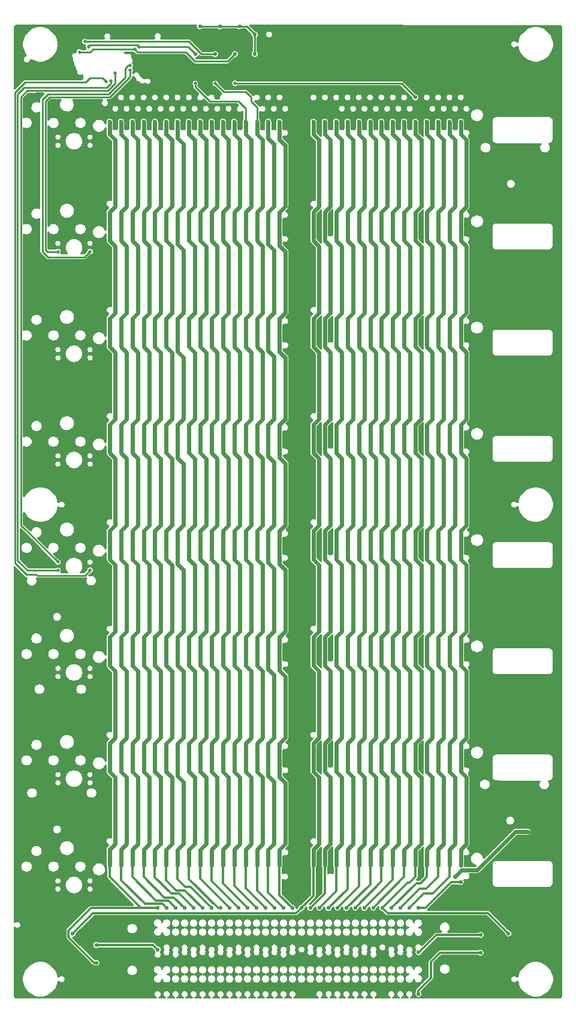
<source format=gbr>
*
%FSLAX26Y26*%
%MOIN*%
%ADD10C,0.021685*%
%ADD11C,0.017748*%
%ADD12C,0.019862*%
%ADD13C,0.011843*%
%ADD14C,0.013811*%
%ADD15C,0.010000*%
%ADD16C,0.009874*%
%ADD17C,0.020000*%
%ADD18C,0.005100*%
%ADD19C,0.010100*%
%IPPOS*%
%LNl2b.gbr*%
%LPD*%
%SRX1Y1I0J0*%
G01*
G75*
G36*
X10005Y2412345D02*
G02X12172Y2415082I3000J-149D01*
G02X17823Y2413714I1499J-6162D01*
G01X75897Y2355739D01*
G03X83826Y2351385I8688J6424D01*
G01X85467Y2350700D01*
G02X86889Y2346781I-1317J-2695D01*
G03X133683Y2346595I23341J-14087D01*
G02X135799Y2350825I2725J1281D01*
G01X137300Y2351322D01*
X137867Y2351385D01*
X407753Y2351509D01*
X408181Y2351571D01*
X408904Y2351758D01*
G03X411555Y2352877I-1493J7236D01*
G02X416875Y2352629I2413J-5417D01*
G02X418863Y2350140I-1095J-2913D01*
G02X417588Y2346719I-3905J-493D01*
G03X448541Y2358849I23339J-13997D01*
G03X434083Y2359036I-7534J-23512D01*
G03X426984Y2356112I5058J-22359D01*
G02X422478Y2358414I-1442J2739D01*
G02X423505Y2364323I5528J2083D01*
G01X433590Y2374400D01*
G02X434912Y2375085I1999J-2240D01*
G03X418760Y2391631I-169J15992D01*
G02X417520Y2389516I-3140J420D01*
G01X403361Y2375333D01*
G02X401149Y2373840I-4201J3839D01*
G01X400581Y2373592D01*
X400058Y2373467D01*
X383642Y2373343D01*
G02X376569Y2377324I-1563J5497D01*
G02X377366Y2379625I2995J251D01*
G03X387758Y2394057I-32242J34174D01*
G01X387901Y2394306D01*
X390725Y2402330D01*
X391696Y2407307D01*
X391738Y2407804D01*
G03X391623Y2420681I-43708J6049D01*
G01X390130Y2427461D01*
X387919Y2433308D01*
X386194Y2436418D01*
X419125D01*
G03X448906Y2436418I14891J0D01*
G01X535824D01*
X555322Y2416886D01*
G02X557970Y2411723I-3584J-5099D01*
G01X557960Y2131895D01*
X273942D01*
G03X228420Y2131895I-22761J0D01*
G01X10006D01*
X10005Y2412345D01*
G37*
G36*
Y407798D02*
G02X14059Y410722I3213J-182D01*
G02X18683Y408233I-352J-6193D01*
G03X41471Y433177I11882J12026D01*
G03X17493Y431125I-10906J-13685D01*
G02X13282Y429850I-3677J4554D01*
G02X10010Y432680I-235J3034D01*
G01Y619512D01*
X240871D01*
G03X270609Y619512I14869J0D01*
G01X304118D01*
G03X386348Y619512I41115J22580D01*
G01X419871D01*
G03X449609Y619512I14869J0D01*
G01X593749D01*
X677402Y535877D01*
G02X673762Y525676I-4087J-4292D01*
G01X438503Y525614D01*
G03X429942Y521322I374J-11430D01*
G01X305089Y396352D01*
G03X303137Y392309I9287J-6977D01*
G01X302723Y390070D01*
X302713Y350196D01*
X10009D01*
X10005Y407798D01*
G37*
G36*
X10006Y2131895D02*
X228420D01*
G03X273942Y2131895I22761J0D01*
G01X557960D01*
X557959Y2088694D01*
G02X549639Y2082474I-5915J-763D01*
G03X537339Y2050998I-6392J-15643D01*
G02X540771Y2040921I-826J-5904D01*
G01X530947Y2031217D01*
G03X528160Y2027205I11841J-11199D01*
G01X344994D01*
G03X266872Y2027205I-39061J0D01*
G01X161452D01*
G03X107427Y2011809I-24819J-15396D01*
G01X10006D01*
Y2131895D01*
G37*
G36*
Y2011809D02*
X107427D01*
G03X165839Y2011809I29206J0D01*
G01X270034D01*
G03X344994Y2027205I35899J15396D01*
G01X528160D01*
G03X527416Y2025432I14630J-7182D01*
G03X526459Y2020020I14624J-5377D01*
G01X526453Y1920555D01*
G02X525759Y1918129I-5904J377D01*
G02X518616Y1915578I-4894J2427D01*
G02X517491Y1917133I1741J2444D01*
G03X454002Y1925220I-33239J-7692D01*
G01X409939D01*
G03X351527Y1925220I-29206J0D01*
G01X260339D01*
G03X201927Y1925220I-29206J0D01*
G01X110739D01*
G03X52327Y1925220I-29206J0D01*
G01X10006D01*
Y2011809D01*
G37*
G36*
Y1925220D02*
X52327D01*
G03X110739Y1925220I29206J0D01*
G01X201927D01*
G03X260339Y1925220I29206J0D01*
G01X351527D01*
G03X409939Y1925220I29206J0D01*
G01X454002D01*
G03X515357Y1895424I30250J-15779D01*
G01X517616Y1902080D01*
G02X520389Y1903884I2763J-1213D01*
G02X526465Y1897974I166J-5908D01*
G01X526379Y1862393D01*
G03X528511Y1854058I16896J-118D01*
G03X531706Y1850014I11838J6069D01*
G01X535839Y1845878D01*
X448884D01*
G03X419147Y1845878I-14868J0D01*
G01X386321D01*
G03X304144Y1845878I-41088J-22674D01*
G01X270884D01*
G03X241147Y1845878I-14868J0D01*
G01X10006D01*
Y1925220D01*
G37*
G36*
Y1845878D02*
X241147D01*
G03X270884Y1845878I14869J0D01*
G01X304144D01*
G03X298303Y1823204I41089J-22674D01*
G01X10006D01*
Y1845878D01*
G37*
G36*
Y1823204D02*
X298303D01*
G03X304109Y1800593I46929J-1D01*
G01X270609D01*
G03X240871Y1800593I-14869J0D01*
G01X10006D01*
Y1823204D01*
G37*
G36*
Y1800593D02*
X240871D01*
G03X270609Y1800593I14869J0D01*
G01X304109D01*
G03X386355Y1800593I41123J22611D01*
G01X419871D01*
G03X449609Y1800593I14869J0D01*
G01X557971D01*
X557968Y1730115D01*
X412778D01*
G03X358288Y1730115I-27245J0D01*
G01X180578D01*
G03X126088Y1730115I-27245J0D01*
G01X10007D01*
X10006Y1800593D01*
G37*
G36*
X10007Y1730115D02*
X126088D01*
G03X180578Y1730115I27245J0D01*
G01X358288D01*
G03X412778Y1730115I27245J0D01*
G01X557968D01*
X557958Y1498185D01*
G02X549793Y1491902I-5910J-766D01*
G03X537395Y1460426I-6531J-15607D01*
G02X540820Y1450411I-877J-5893D01*
G01X530927Y1440645D01*
G03X528838Y1437846I8492J-8517D01*
G03X528094Y1436602I8176J-5734D01*
G01X344971D01*
G03X266895Y1436602I-39038J0D01*
G01X161509D01*
G03X107427Y1421300I-24876J-15302D01*
G01X10008D01*
X10007Y1730115D01*
G37*
G36*
X10008Y1421300D02*
X107427D01*
G03X165839Y1421300I29206J0D01*
G01X270019D01*
G03X344971Y1436602I35914J15302D01*
G01X528094D01*
G03X527361Y1434674I8919J-4494D01*
G01X527008Y1433616D01*
X526601Y1431563D01*
X526424Y1329672D01*
X526347Y1329174D01*
G02X518925Y1324820I-5350J616D01*
G02X517513Y1326562I1456J2623D01*
G03X466885Y1348333I-33282J-7644D01*
G03X453901Y1334586I17351J-29393D01*
G01X409939D01*
G03X351527Y1334586I-29206J0D01*
G01X260339D01*
G03X201927Y1334586I-29206J0D01*
G01X110739D01*
G03X52327Y1334586I-29206J0D01*
G01X10008D01*
Y1421300D01*
G37*
G36*
Y1334586D02*
X52327D01*
G03X110739Y1334586I29206J0D01*
G01X201927D01*
G03X260339Y1334586I29206J0D01*
G01X351527D01*
G03X409939Y1334586I29206J0D01*
G01X453901D01*
G03X515324Y1304852I30335J-15645D01*
G01X517598Y1311508D01*
G02X520414Y1313343I2774J-1179D01*
G02X526465Y1307465I146J-5904D01*
G01X526383Y1271448D01*
G03X528523Y1263486I16785J243D01*
G03X531724Y1259443I11786J6042D01*
G01X535843Y1255307D01*
X448884D01*
G03X419148Y1255307I-14868J0D01*
G01X386355D01*
G03X304109Y1255306I-41123J-22612D01*
G01X270884D01*
G03X241147Y1255306I-14868J0D01*
G01X10008D01*
Y1334586D01*
G37*
G36*
Y1255306D02*
X241147D01*
G03X270884Y1255306I14869J0D01*
G01X304109D01*
G03X298303Y1232695I41123J-22610D01*
G01X10008D01*
Y1255306D01*
G37*
G36*
Y1232695D02*
X298303D01*
G03X304144Y1210021I46929J0D01*
G01X270609D01*
G03X240871Y1210021I-14869J0D01*
G01X10008D01*
Y1232695D01*
G37*
G36*
Y1210021D02*
X240871D01*
G03X270609Y1210021I14869J0D01*
G01X304144D01*
G03X386321Y1210021I41088J22674D01*
G01X419667D01*
G03X449404Y1210021I14869J0D01*
G01X557988D01*
X557981Y1153290D01*
X469778D01*
G03X415288Y1153290I-27245J0D01*
G01X139078D01*
G03X84588Y1153290I-27245J0D01*
G01X10008D01*
Y1210021D01*
G37*
G36*
Y1153290D02*
X84588D01*
G03X139078Y1153290I27245J0D01*
G01X415288D01*
G03X469778Y1153290I27245J0D01*
G01X557981D01*
X557958Y950783D01*
X273920D01*
G03X228442Y950783I-22739J0D01*
G01X10009D01*
X10008Y1153290D01*
G37*
G36*
X10009Y950783D02*
X228442D01*
G03X273920Y950783I22739J0D01*
G01X557958D01*
X557952Y907613D01*
G02X549956Y901268I-5887J-793D01*
G03X537450Y869855I-6709J-15525D01*
G02X540956Y860026I-933J-5873D01*
G01X530908Y850074D01*
G03X528165Y846092I11925J-11150D01*
G01X344971D01*
G03X266895Y846092I-39038J0D01*
G01X161479D01*
G03X107404Y830697I-24846J-15396D01*
G01X10009D01*
Y950783D01*
G37*
G36*
Y350196D02*
X302713D01*
G03X305461Y343354I11926J817D01*
G01X446416Y202336D01*
G03X452496Y198106I9479J7140D01*
G01X453377Y197795D01*
X454875Y197546D01*
G02X459449Y196302I825J-5999D01*
G03X467590Y192694I10614J12960D01*
G03X464545Y225351I2510J16705D01*
G02X456655Y225849I-3639J5090D01*
G01X374625Y307886D01*
X452193D01*
G03X479231Y294274I16945J-0D01*
G02X482409Y295892I4188J-4296D01*
G01X778380D01*
X778948Y295829D01*
X779515Y295705D01*
X780546Y295332D01*
X781440Y294772D01*
X791132Y285130D01*
G02X793620Y280838I-3735J-5032D01*
G03X795306Y275177I14325J1185D01*
G01X795562Y274618D01*
X796664Y272814D01*
G02X797403Y264603I-3981J-4497D01*
G03X798697Y241587I13035J-10811D01*
G03X807736Y237046I10995J10620D01*
G03X815704Y237668I2702J16738D01*
G03X827457Y253726I-5093J16058D01*
G01X850171D01*
G03X857734Y250607I9400J12063D01*
G03X864931Y251042I2723J14708D01*
G01X867839Y252162D01*
G03X871952Y255012I-7415J15093D01*
G01X893511D01*
G03X900265Y241525I16842J-0D01*
G03X907802Y238290I9381J11459D01*
G03X924496Y264354I2623J16698D01*
G02X922714Y267551I4169J4419D01*
G01X943361D01*
G03X943562Y265349I12138J-2D01*
G03X946132Y258196I13262J727D01*
G03X949043Y254774I9787J5377D01*
G03X957734Y250607I10608J10978D01*
G03X964931Y251042I2723J14708D01*
G01X967839Y252162D01*
G03X971952Y255012I-7415J15093D01*
G01X993511D01*
G03X1000265Y241525I16842J-0D01*
G03X1007802Y238290I9381J11459D01*
G03X1024496Y264354I2623J16698D01*
G02X1022714Y267551I4169J4419D01*
G01X1043361D01*
G03X1043562Y265349I12138J-2D01*
G03X1046132Y258196I13262J727D01*
G03X1049043Y254774I9787J5377D01*
G03X1057734Y250607I10608J10978D01*
G03X1064931Y251042I2723J14708D01*
G01X1067839Y252162D01*
G03X1071952Y255012I-7415J15093D01*
G01X1093511D01*
G03X1100265Y241525I16842J-0D01*
G03X1107802Y238290I9381J11459D01*
G03X1124496Y264354I2623J16698D01*
G02X1122714Y267551I4169J4419D01*
G01X1143361D01*
G03X1143562Y265349I12138J-2D01*
G03X1146132Y258196I13262J727D01*
G03X1149043Y254774I9787J5377D01*
G03X1157734Y250607I10608J10978D01*
G03X1164931Y251042I2723J14708D01*
G01X1167839Y252162D01*
G03X1171952Y255012I-7415J15093D01*
G01X1193511D01*
G03X1200265Y241525I16842J-0D01*
G03X1207802Y238290I9381J11459D01*
G03X1224496Y264354I2623J16698D01*
G02X1222714Y267551I4169J4419D01*
G01X1243361D01*
G03X1243562Y265349I12138J-2D01*
G03X1246132Y258196I13262J727D01*
G03X1249043Y254774I9787J5377D01*
G03X1257734Y250607I10608J10978D01*
G03X1263935Y250793I2662J14703D01*
G03X1276740Y271321I-3527J16458D01*
G03X1275679Y274369I-9516J-1604D01*
G01X1275445Y274929D01*
X1274556Y276484D01*
G02X1272799Y282754I4053J4517D01*
G01X1293512D01*
G03X1294043Y278537I17006J-1D01*
G03X1295148Y275488I9820J1834D01*
G01X1295369Y274991D01*
X1296658Y272876D01*
G02X1296949Y264851I-4394J-4177D01*
G03X1299848Y241463I13454J-10206D01*
G03X1306760Y238103I9507J10768D01*
G03X1325659Y261928I3630J16529D01*
G03X1324101Y264540I-9637J-3978D01*
G02X1322635Y267316I4385J4091D01*
G01X1343461D01*
G03X1349043Y254774I16881J-0D01*
G03X1357734Y250607I10606J10974D01*
G03X1364931Y251042I2723J14708D01*
G01X1367839Y252162D01*
G03X1371952Y255011I-7413J15095D01*
G01X1393510D01*
G03X1400265Y241525I16840J0D01*
G03X1407802Y238290I9381J11459D01*
G03X1424496Y264354I2624J16697D01*
G02X1422714Y267551I4169J4419D01*
G01X1443361D01*
G03X1443562Y265349I12138J-2D01*
G03X1446132Y258196I13262J727D01*
G03X1449043Y254774I9787J5377D01*
G03X1457734Y250607I10608J10978D01*
G03X1464931Y251042I2723J14708D01*
G01X1467839Y252162D01*
G03X1471952Y255011I-7413J15095D01*
G01X1493510D01*
G03X1500265Y241525I16840J0D01*
G03X1507802Y238290I9381J11459D01*
G03X1524496Y264354I2625J16697D01*
G02X1522714Y267551I4169J4419D01*
G01X1543361D01*
G03X1543562Y265349I12138J-2D01*
G03X1546132Y258196I13262J727D01*
G03X1549043Y254774I9787J5377D01*
G03X1557734Y250607I10608J10978D01*
G03X1574556Y276484I2605J16713D01*
G02X1572784Y282704I4053J4517D01*
G01X1593608D01*
G03X1627265Y282704I16829J0D01*
G01X1647821D01*
G02X1646815Y277355I-5850J-1669D01*
G03X1648979Y254837I13543J-10061D01*
G03X1655865Y250980I10331J10369D01*
G03X1672076Y255003I4573J16245D01*
G01X1693515D01*
G03X1693861Y251602I16893J1D01*
G03X1700265Y241525I15883J3020D01*
G03X1707802Y238290I9380J11457D01*
G03X1725727Y262114I2616J16687D01*
G01X1724451Y264416D01*
G02X1722721Y267559I4213J4367D01*
G01X1743351D01*
G03X1743539Y265411I12336J-2D01*
G03X1746122Y258196I13439J742D01*
G03X1763928Y250793I14237J9129D01*
G01X1766883Y251726D01*
G03X1776691Y271570I-6468J15543D01*
G03X1775639Y274493I-8905J-1554D01*
G01X1775400Y275053D01*
X1774537Y276546D01*
X1774381Y276733D01*
G02X1772571Y282550I4081J4460D01*
G01X1793492D01*
G03X1794065Y278537I14340J-0D01*
G03X1795084Y275675I8877J1548D01*
G01X1795324Y275115D01*
X1796299Y273436D01*
G02X1796961Y265225I-4098J-4463D01*
G03X1800265Y241525I13392J-10213D01*
G03X1807802Y238290I9382J11460D01*
G03X1824496Y264354I2624J16697D01*
G02X1822714Y267551I4169J4419D01*
G01X1843361D01*
G03X1843562Y265349I12138J-2D01*
G03X1846132Y258196I13262J727D01*
G03X1849043Y254774I9787J5377D01*
G03X1857734Y250607I10608J10978D01*
G03X1864931Y251042I2723J14708D01*
G01X1867839Y252162D01*
G03X1871952Y255011I-7413J15095D01*
G01X1893510D01*
G03X1900265Y241525I16840J0D01*
G03X1907802Y238290I9381J11459D01*
G03X1924496Y264354I2624J16697D01*
G02X1922714Y267551I4169J4419D01*
G01X1943361D01*
G03X1943562Y265349I12138J-2D01*
G03X1946132Y258196I13262J727D01*
G03X1949043Y254774I9787J5377D01*
G03X1957734Y250607I10608J10978D01*
G03X1963935Y250793I2662J14705D01*
G01X1966887Y251726D01*
G03X1971953Y255011I-6472J15529D01*
G01X1993511D01*
G03X2000266Y241525I16841J1D01*
G03X2007803Y238290I9382J11460D01*
G03X2024981Y263607I2629J16703D01*
G01X2024460Y264354D01*
G02X2024127Y272814I4127J4399D01*
G03X2027345Y282737I-13693J9924D01*
G01X2048862D01*
G03X2072054Y282784I11571J12252D01*
G01X2093481D01*
G03X2095762Y274307I16898J1D01*
G01X2097273Y272129D01*
G02X2098227Y264354I-4127J-4452D01*
G03X2102049Y241525I13978J-9394D01*
G03X2107712Y238663I9003J10781D01*
G03X2129147Y254954I4527J16290D01*
G01X2148824D01*
G03X2149043Y254774I7617J9043D01*
G03X2157734Y250607I10607J10976D01*
G03X2164931Y251042I2723J14708D01*
G01X2167839Y252162D01*
G03X2171952Y255012I-7415J15093D01*
G01X2193511D01*
G03X2200265Y241525I16842J-0D01*
G03X2207802Y238290I9381J11459D01*
G03X2220548Y241525I2596J16498D01*
G03X2226964Y251664I-9305J12988D01*
G03X2225727Y262114I-14772J3550D01*
G03X2224313Y264603I-9082J-3513D01*
G02X2222790Y267351I4349J4207D01*
G01X2243305D01*
G03X2267637Y252100I16946J0D01*
G01X2269432Y253157D01*
X2272002Y255210D01*
X2274064Y257511D01*
X2276021Y260684D01*
G02X2276830Y262052I3567J-1186D01*
G01X2364508Y349699D01*
G02X2368098Y351938I4860J-3795D01*
G01X2368667Y352000D01*
X2592201D01*
G02X2595048Y350943I-298J-5165D01*
G03X2617397Y351440I10889J13089D01*
G03X2621589Y357412I-8126J10161D01*
G03X2622979Y363880I-14347J6467D01*
G01X2746730D01*
G03X2765146Y388639I14889J8154D01*
G02X2759980Y390567I-341J6971D01*
G01X2658006Y492583D01*
G03X2650566Y496813I-9221J-7561D01*
G01X2313105Y496937D01*
G02X2308916Y506579I424J5915D01*
G01X2445798Y643367D01*
G02X2453455Y645700I5978J-5887D01*
G01X2482287Y645669D01*
G02X2485157Y644611I-276J-5172D01*
G03X2512508Y653942I10858J12923D01*
G01X2672556D01*
G03X2675261Y643616I21645J153D01*
G03X2680648Y637209I17475J9224D01*
G03X2690454Y632730I12800J15050D01*
G01X2691737Y632544D01*
X2986779Y632481D01*
X2989328Y632855D01*
X2992544Y633788D01*
X2995818Y635343D01*
X2998328Y637085D01*
G03X3002682Y641688I-11188J14944D01*
G03X3006581Y653864I-17061J12176D01*
G01X3060789D01*
X3060783Y265480D01*
X2622973D01*
G03X2595830Y279159I-17018J0D01*
G02X2591665Y277479I-4605J5414D01*
G01X2379225Y277355D01*
X2377444Y276981D01*
G03X2373190Y274618I2370J-9277D01*
G01X2372799Y274307D01*
X2321445Y222614D01*
G03X2318883Y217887I5812J-6208D01*
G01X2318699Y217327D01*
X2318540Y215772D01*
X2318511Y133040D01*
G02X2316913Y128338I-6211J-512D01*
G01X2308638Y120050D01*
X2281804D01*
G03X2280596Y127130I-21353J-0D01*
G01X2279566Y129494D01*
G03X2274330Y136274I-19032J-9286D01*
G01X2274052Y136461D01*
G03X2262963Y141251I-13640J-16347D01*
G02X2259751Y143801I-228J3010D01*
G02X2259761Y146289I8887J1208D01*
G02X2262338Y148715I2969J-572D01*
G03X2247189Y186660I-1882J21245D01*
G03X2240945Y178574I9788J-14012D01*
G03X2239361Y173286I15733J-7594D01*
G01X2239203Y172042D01*
G02X2236407Y169274I-2982J216D01*
G01X2234459D01*
G02X2231669Y171980I187J2984D01*
G03X2197147Y186660I-21242J-2022D01*
G03X2190934Y178636I9796J-14002D01*
G03X2189092Y170020I19423J-8657D01*
G01X2181768D01*
G03X2139098Y170020I-21335J0D01*
G01X2131768D01*
G03X2089098Y170020I-21335J0D01*
G01X2081768D01*
G03X2039098Y170020I-21335J0D01*
G01X2031768D01*
G03X1989098Y170020I-21335J0D01*
G01X1981768D01*
G03X1939098Y170020I-21335J0D01*
G01X1931768D01*
G03X1889098Y170020I-21335J0D01*
G01X1881768D01*
G03X1839098Y170020I-21335J0D01*
G01X1831768D01*
G03X1789098Y170020I-21335J0D01*
G01X1781768D01*
G03X1739098Y170020I-21335J0D01*
G01X1731768D01*
G03X1689098Y170020I-21335J0D01*
G01X1681768D01*
G03X1639098Y170020I-21335J0D01*
G01X1631768D01*
G03X1589098Y170020I-21335J0D01*
G01X1581768D01*
G03X1539098Y170020I-21335J0D01*
G01X1531768D01*
G03X1489098Y170020I-21335J0D01*
G01X1481768D01*
G03X1439098Y170020I-21335J0D01*
G01X1431768D01*
G03X1389098Y170020I-21335J0D01*
G01X1381768D01*
G03X1339098Y170020I-21335J0D01*
G01X1331768D01*
G03X1289098Y170020I-21335J0D01*
G01X1281768D01*
G03X1239098Y170020I-21335J0D01*
G01X1231768D01*
G03X1189098Y170020I-21335J0D01*
G01X1181768D01*
G03X1139098Y170020I-21335J0D01*
G01X1131768D01*
G03X1089098Y170020I-21335J0D01*
G01X1081768D01*
G03X1039098Y170020I-21335J0D01*
G01X1031768D01*
G03X989098Y170020I-21335J0D01*
G01X981768D01*
G03X939098Y170020I-21335J0D01*
G01X931768D01*
G03X889098Y170020I-21335J0D01*
G01X881762D01*
G03X847189Y186660I-21315J-50D01*
G03X840945Y178574I9788J-14012D01*
G03X839361Y173286I15733J-7594D01*
G01X839203Y172042D01*
G02X836407Y169274I-2982J216D01*
G01X834459D01*
G02X831669Y171980I187J2984D01*
G03X829922Y178574I-21227J-2095D01*
G03X823682Y186660I-16663J-6408D01*
G03X789098Y169957I-13258J-16703D01*
G01X696027D01*
G03X641688Y167097I-27094J-2860D01*
G01X239705D01*
X231745Y179009D01*
X218400Y192321D01*
X202710Y202833D01*
X185440Y209987D01*
X167075Y213657D01*
X147886D01*
X129521Y209987D01*
X112251Y202833D01*
X96516Y192321D01*
X83215Y179009D01*
X72783Y163396D01*
X65568Y145978D01*
X61898Y127503D01*
Y108718D01*
X10023D01*
X10009Y350196D01*
G37*
G36*
Y830697D02*
X107404D01*
G03X165862Y830697I29229J0D01*
G01X270059D01*
G03X344971Y846092I35874J15396D01*
G01X528165D01*
G03X527370Y844164I14666J-7175D01*
G01X527013Y843107D01*
X526491Y839996D01*
X526466Y750235D01*
X526845Y748058D01*
G03X528138Y744512I12473J2539D01*
G01X528490Y743766D01*
X529657Y741900D01*
G02X531386Y737607I-4460J-4291D01*
G01X531383Y728308D01*
X518379D01*
G03X453947Y744077I-34146J0D01*
G01X409939D01*
G03X351527Y744077I-29206J0D01*
G01X260339D01*
G03X201927Y744077I-29206J0D01*
G01X110739D01*
G03X52327Y744077I-29206J0D01*
G01X10009D01*
Y830697D01*
G37*
G36*
Y744077D02*
X52327D01*
G03X110739Y744077I29206J0D01*
G01X201927D01*
G03X260339Y744077I29206J0D01*
G01X351527D01*
G03X405316Y728308I29206J0D01*
G01X450088D01*
G03X518379Y728308I34146J0D01*
G01X531383D01*
X531373Y685729D01*
G03X535916Y677331I12598J1387D01*
G01X548485Y664766D01*
X448906D01*
G03X419125Y664766I-14890J0D01*
G01X386296D01*
G03X304170Y664766I-41063J-22674D01*
G01X270906D01*
G03X241125Y664766I-14890J0D01*
G01X10010D01*
X10009Y744077D01*
G37*
G36*
X10010Y664766D02*
X241125D01*
G03X270906Y664766I14891J0D01*
G01X304170D01*
G03X298326Y642092I41063J-22674D01*
G01X10010D01*
Y664766D01*
G37*
G36*
Y5065937D02*
X10064Y5305549D01*
X61900D01*
X65573Y5287074D01*
X72795Y5269657D01*
X81672Y5256345D01*
G02X78461Y5246579I-4563J-3911D01*
G03X71306Y5242785I2985J-14272D01*
G03X79999Y5213548I11445J-12508D01*
G03X90226Y5215103I2691J16710D01*
G01X92001Y5216161D01*
G03X99365Y5227358I-9309J14142D01*
G02X108548Y5232707I5986J280D01*
G01X112184Y5230281D01*
X129566Y5223066D01*
X147666Y5219458D01*
X167295D01*
X185395Y5223066D01*
X202781Y5230281D01*
X218426Y5240732D01*
X231733Y5254044D01*
X242269Y5269906D01*
X249387Y5287074D01*
X253061Y5305549D01*
X410971D01*
G03X413626Y5290807I15164J-4879D01*
G01X414521Y5289687D01*
G02X414898Y5287510I-2662J-1582D01*
G02X408257Y5282907I-5802J1279D01*
G01X407159Y5282875D01*
X407037Y5282907D01*
Y5282938D01*
X389886D01*
Y5282907D01*
G02X385571Y5284151I-805J5314D01*
G03X359527Y5272145I-10168J-12193D01*
G01X359617Y5269719D01*
G02X358928Y5267791I-3000J-15D01*
G02X352471Y5266298I-4339J4057D01*
G03X344563Y5265987I-3452J-12910D01*
G03X340494Y5263996I2361J-9979D01*
G03X340059Y5239861I8546J-12225D01*
G02X341125Y5231774I-3912J-4629D01*
G01X340658Y5229908D01*
X340606Y5229411D01*
G03X340734Y5224310I11074J-2274D01*
G01X341313Y5222133D01*
X341509Y5221697D01*
G03X344273Y5217281I10524J3514D01*
G03X345872Y5215725I5305J3852D01*
G02X347463Y5208448I-3802J-4644D01*
G01X347273Y5207825D01*
G03X353361Y5192212I14556J-3318D01*
G02X354793Y5184748I-3927J-4623D01*
G03X361065Y5169756I14729J-2646D01*
G02X363291Y5162665I-3404J-4964D01*
G03X387640Y5148420I14659J-2875D01*
G02X396218Y5145932I3105J-5328D01*
G02X395559Y5139711I-5816J-2529D01*
G01X395198Y5138840D01*
G03X396491Y5126088I12876J-5136D01*
G02X392417Y5116322I-4511J-3851D01*
G01X72087Y5116198D01*
G03X65126Y5111906I1542J-10291D01*
G01X17521Y5064381D01*
G02X14201Y5063075I-3722J4589D01*
G02X10010Y5065937I-985J3056D01*
G37*
G36*
Y642092D02*
G01X298326D01*
G03X304118Y619512I46907J-1D01*
G01X270609D01*
G03X240871Y619512I-14869J0D01*
G01X10010D01*
Y642092D01*
G37*
G36*
X10023Y108718D02*
X61898D01*
X65568Y90243D01*
X72782Y72825D01*
X83267Y57150D01*
X96516Y43900D01*
X112262Y33388D01*
X129519Y26234D01*
X147572Y22626D01*
X167389D01*
X185441Y26234D01*
X202698Y33388D01*
X218445Y43900D01*
X231746Y57212D01*
X242178Y72825D01*
X249392Y90243D01*
X252275Y104737D01*
G02X263093Y107909I6057J-624D01*
G03X293439Y118142I13448J10233D01*
G01X789213D01*
G03X823713Y103430I21216J1945D01*
G03X829916Y111455I-9506J13757D01*
G03X831493Y116680I-15652J7575D01*
G01X831656Y117924D01*
G02X834480Y120692I2981J-216D01*
G01X836384D01*
G02X839179Y118173I-162J-2990D01*
G03X840942Y111455I21654J2092D01*
G03X846873Y103617I17463J7051D01*
G03X857591Y98889I12681J14234D01*
G03X870231Y101066I2839J21297D01*
G01X873219Y102933D01*
X873782Y103430D01*
G03X879938Y111392I-9489J13697D01*
G03X881777Y120008I-19441J8654D01*
G01X889098D01*
G03X931768Y120008I21335J0D01*
G01X939098D01*
G03X981768Y120008I21335J0D01*
G01X989098D01*
G03X1031768Y120008I21335J0D01*
G01X1039098D01*
G03X1081768Y120008I21335J0D01*
G01X1089098D01*
G03X1131768Y120008I21335J0D01*
G01X1139098D01*
G03X1181768Y120008I21335J0D01*
G01X1189098D01*
G03X1231768Y120008I21335J0D01*
G01X1239098D01*
G03X1281768Y120008I21335J0D01*
G01X1289098D01*
G03X1331768Y120008I21335J0D01*
G01X1339098D01*
G03X1381768Y120008I21335J0D01*
G01X1389098D01*
G03X1431768Y120008I21335J0D01*
G01X1439098D01*
G03X1481768Y120008I21335J0D01*
G01X1489098D01*
G03X1531768Y120008I21335J0D01*
G01X1539098D01*
G03X1581768Y120008I21335J0D01*
G01X1589098D01*
G03X1631768Y120008I21335J0D01*
G01X1639098D01*
G03X1681768Y120008I21335J0D01*
G01X1689098D01*
G03X1731768Y120008I21335J0D01*
G01X1739098D01*
G03X1781768Y120008I21335J0D01*
G01X1789098D01*
G03X1831768Y120008I21335J0D01*
G01X1839098D01*
G03X1881768Y120008I21335J0D01*
G01X1889098D01*
G03X1931768Y120008I21335J0D01*
G01X1939098D01*
G03X1981768Y120008I21335J0D01*
G01X1989098D01*
G03X2031768Y120008I21335J0D01*
G01X2039098D01*
G03X2081768Y120008I21335J0D01*
G01X2089098D01*
G03X2131768Y120008I21335J0D01*
G01X2139098D01*
G03X2181768Y120008I21335J0D01*
G01X2189121D01*
G03X2190937Y111455I21304J54D01*
G03X2196887Y103617I17531J7131D01*
G03X2223713Y103430I13528J16423D01*
G03X2229916Y111455I-9508J13759D01*
G03X2231493Y116680I-15652J7575D01*
G01X2231656Y117924D01*
G02X2234480Y120692I2981J-216D01*
G01X2236384D01*
G02X2239179Y118173I-162J-2990D01*
G03X2240942Y111455I21654J2092D01*
G03X2246873Y103617I17461J7049D01*
G03X2257591Y98889I12682J14236D01*
G03X2281804Y120050I2859J21161D01*
G01X2308638D01*
X2251300Y62624D01*
G03X2249500Y59949I5419J-5589D01*
G03X2248537Y56590I6479J-3675D01*
G01X2248494Y51427D01*
G02X2247252Y46886I-6157J-756D01*
G03X2243482Y36282I13031J-10605D01*
G01X2227268D01*
G03X2204816Y19081I-16849J-1261D01*
G02X2207443Y11305I-2419J-5149D01*
G02X2205618Y10123I-2433J1757D01*
G01X2197049Y10061D01*
Y10092D01*
X2173818D01*
X2173780Y10051D01*
X2165249Y10123D01*
G02X2162779Y14166I515J3091D01*
G02X2167539Y19703I5970J-318D01*
G01X2169279Y20636D01*
X2169948Y21133D01*
X2170477Y21444D01*
X2172233Y22937D01*
G03X2154816Y19081I-11812J12089D01*
G02X2157443Y11305I-2419J-5149D01*
G02X2155618Y10123I-2433J1757D01*
G01X2147049Y10061D01*
Y10092D01*
X2123818D01*
X2123780Y10051D01*
X2115249Y10123D01*
G02X2112779Y14166I515J3091D01*
G02X2117539Y19703I5970J-318D01*
G01X2119279Y20636D01*
X2119948Y21133D01*
X2120477Y21444D01*
X2122233Y22937D01*
G03X2104816Y19081I-11812J12089D01*
G02X2107443Y11305I-2419J-5149D01*
G02X2105618Y10123I-2433J1757D01*
G01X2097049Y10061D01*
Y10092D01*
X2023818D01*
X2023780Y10051D01*
X2015249Y10123D01*
G02X2012779Y14166I515J3091D01*
G02X2017539Y19703I5970J-318D01*
G01X2019279Y20636D01*
X2019948Y21133D01*
X2020477Y21444D01*
X2022233Y22937D01*
G03X2004816Y19081I-11812J12089D01*
G02X2007443Y11305I-2419J-5149D01*
G02X2005618Y10123I-2433J1757D01*
G01X1997049Y10061D01*
Y10092D01*
X1973818D01*
X1973780Y10051D01*
X1965249Y10123D01*
G02X1962779Y14166I515J3091D01*
G02X1967539Y19703I5970J-318D01*
G01X1969279Y20636D01*
X1969948Y21133D01*
X1970477Y21444D01*
X1972233Y22937D01*
G03X1954816Y19081I-11812J12089D01*
G02X1957443Y11305I-2419J-5149D01*
G02X1955618Y10123I-2433J1757D01*
G01X1947049Y10061D01*
Y10092D01*
X1923818D01*
X1923780Y10051D01*
X1915249Y10123D01*
G02X1912779Y14166I515J3091D01*
G02X1917539Y19703I5970J-318D01*
G01X1919279Y20636D01*
X1919948Y21133D01*
X1920477Y21444D01*
X1922233Y22937D01*
G03X1904816Y19081I-11812J12089D01*
G02X1907443Y11305I-2419J-5149D01*
G02X1905618Y10123I-2433J1757D01*
G01X1897049Y10061D01*
Y10092D01*
X1873818D01*
X1873780Y10051D01*
X1865249Y10123D01*
G02X1862779Y14166I515J3091D01*
G02X1867539Y19703I5970J-318D01*
G01X1869279Y20636D01*
X1869948Y21133D01*
X1870477Y21444D01*
X1872233Y22937D01*
G03X1854816Y19081I-11812J12089D01*
G02X1857443Y11305I-2419J-5149D01*
G02X1855618Y10123I-2433J1757D01*
G01X1847049Y10061D01*
Y10092D01*
X1823818D01*
X1823780Y10051D01*
X1815249Y10123D01*
G02X1812779Y14166I515J3091D01*
G02X1817539Y19703I5970J-318D01*
G01X1819279Y20636D01*
X1819948Y21133D01*
X1820477Y21444D01*
X1822233Y22937D01*
G03X1804816Y19081I-11812J12089D01*
G02X1807443Y11305I-2419J-5149D01*
G02X1805618Y10123I-2433J1757D01*
G01X1797049Y10061D01*
Y10092D01*
X1773278D01*
X1773242Y10052D01*
X1764320Y10123D01*
G02X1761842Y14166I511J3094D01*
G02X1766597Y19640I5938J-356D01*
G03X1768844Y49996I-5994J15705D01*
G03X1748644Y47508I-8464J-14528D01*
G03X1755857Y19018I11740J-12186D01*
G02X1758362Y11305I-2536J-5087D01*
G02X1756537Y10123I-2432J1755D01*
G01X1747478Y10061D01*
Y10092D01*
X1723818D01*
X1723780Y10051D01*
X1715249Y10123D01*
G02X1712779Y14166I515J3091D01*
G02X1717539Y19703I5970J-318D01*
G01X1719279Y20636D01*
X1719948Y21133D01*
X1720477Y21444D01*
X1722233Y22937D01*
G03X1704816Y19081I-11812J12089D01*
G02X1707443Y11305I-2419J-5149D01*
G02X1705618Y10123I-2433J1757D01*
G01X1697049Y10061D01*
Y10092D01*
X1573818D01*
X1573780Y10051D01*
X1565249Y10123D01*
G02X1562779Y14166I515J3091D01*
G02X1567539Y19703I5970J-318D01*
G01X1569279Y20636D01*
X1569948Y21133D01*
X1570477Y21444D01*
X1572233Y22937D01*
G03X1554816Y19081I-11812J12089D01*
G02X1557443Y11305I-2419J-5149D01*
G02X1555618Y10123I-2433J1757D01*
G01X1547049Y10061D01*
Y10092D01*
X1523818D01*
X1523780Y10051D01*
X1515249Y10123D01*
G02X1512779Y14166I515J3091D01*
G02X1517539Y19703I5970J-318D01*
G01X1519279Y20636D01*
X1519948Y21133D01*
X1520477Y21444D01*
X1522233Y22937D01*
G03X1504816Y19081I-11812J12089D01*
G02X1507443Y11305I-2419J-5149D01*
G02X1505618Y10123I-2433J1757D01*
G01X1497049Y10061D01*
Y10092D01*
X1473818D01*
X1473780Y10051D01*
X1465249Y10123D01*
G02X1462779Y14166I515J3091D01*
G02X1467539Y19703I5970J-318D01*
G01X1469279Y20636D01*
X1469948Y21133D01*
X1470477Y21444D01*
X1472233Y22937D01*
G03X1454816Y19081I-11812J12089D01*
G02X1457443Y11305I-2419J-5149D01*
G02X1455618Y10123I-2433J1757D01*
G01X1447049Y10061D01*
Y10092D01*
X1423818D01*
X1423780Y10051D01*
X1415249Y10123D01*
G02X1412779Y14166I515J3091D01*
G02X1417539Y19703I5970J-318D01*
G01X1419279Y20636D01*
X1419948Y21133D01*
X1420477Y21444D01*
X1422233Y22937D01*
G03X1404816Y19081I-11812J12089D01*
G02X1407443Y11305I-2419J-5149D01*
G02X1405618Y10123I-2433J1757D01*
G01X1397049Y10061D01*
Y10092D01*
X1373818D01*
X1373780Y10051D01*
X1365249Y10123D01*
G02X1362779Y14166I515J3091D01*
G02X1367539Y19703I5970J-318D01*
G01X1369279Y20636D01*
X1369948Y21133D01*
X1370477Y21444D01*
X1372233Y22937D01*
G03X1354816Y19081I-11812J12089D01*
G02X1357443Y11305I-2419J-5149D01*
G02X1355618Y10123I-2433J1757D01*
G01X1347049Y10061D01*
Y10092D01*
X1323818D01*
X1323780Y10051D01*
X1315249Y10123D01*
G02X1312779Y14166I515J3091D01*
G02X1317539Y19703I5970J-318D01*
G01X1319279Y20636D01*
X1319948Y21133D01*
X1320477Y21444D01*
X1322233Y22937D01*
G03X1304816Y19081I-11812J12089D01*
G02X1307443Y11305I-2419J-5149D01*
G02X1305618Y10123I-2433J1757D01*
G01X1297049Y10061D01*
Y10092D01*
X1273818D01*
X1273780Y10051D01*
X1265249Y10123D01*
G02X1262779Y14166I515J3091D01*
G02X1267539Y19703I5970J-318D01*
G01X1269279Y20636D01*
X1269948Y21133D01*
X1270477Y21444D01*
X1272233Y22937D01*
G03X1254816Y19081I-11812J12089D01*
G02X1257443Y11305I-2419J-5149D01*
G02X1255618Y10123I-2433J1757D01*
G01X1247049Y10061D01*
Y10092D01*
X1223818D01*
X1223780Y10051D01*
X1215249Y10123D01*
G02X1212779Y14166I515J3091D01*
G02X1217539Y19703I5970J-318D01*
G01X1219279Y20636D01*
X1219948Y21133D01*
X1220477Y21444D01*
X1222233Y22937D01*
G03X1204816Y19081I-11812J12089D01*
G02X1207443Y11305I-2419J-5149D01*
G02X1205618Y10123I-2433J1757D01*
G01X1197049Y10061D01*
Y10092D01*
X1173818D01*
X1173780Y10051D01*
X1165249Y10123D01*
G02X1162779Y14166I515J3091D01*
G02X1167539Y19703I5970J-318D01*
G01X1169279Y20636D01*
X1169948Y21133D01*
X1170477Y21444D01*
X1172233Y22937D01*
G03X1154816Y19081I-11812J12089D01*
G02X1157443Y11305I-2419J-5149D01*
G02X1155618Y10123I-2433J1757D01*
G01X1147049Y10061D01*
Y10092D01*
X1123818D01*
X1123780Y10051D01*
X1115249Y10123D01*
G02X1112779Y14166I515J3091D01*
G02X1117539Y19703I5970J-318D01*
G01X1119279Y20636D01*
X1119948Y21133D01*
X1120477Y21444D01*
X1122233Y22937D01*
G03X1104816Y19081I-11812J12089D01*
G02X1107443Y11305I-2419J-5149D01*
G02X1105618Y10123I-2433J1757D01*
G01X1097049Y10061D01*
Y10092D01*
X1073818D01*
X1073780Y10051D01*
X1065249Y10123D01*
G02X1062779Y14166I515J3091D01*
G02X1067539Y19703I5970J-318D01*
G01X1069279Y20636D01*
X1069948Y21133D01*
X1070477Y21444D01*
X1072233Y22937D01*
G03X1054816Y19081I-11812J12089D01*
G02X1057443Y11305I-2419J-5149D01*
G02X1055618Y10123I-2433J1757D01*
G01X1047049Y10061D01*
Y10092D01*
X1023818D01*
X1023780Y10051D01*
X1015249Y10123D01*
G02X1012779Y14166I515J3091D01*
G02X1017539Y19703I5970J-318D01*
G01X1019279Y20636D01*
X1019948Y21133D01*
X1020477Y21444D01*
X1022233Y22937D01*
G03X1004816Y19081I-11812J12089D01*
G02X1007443Y11305I-2419J-5149D01*
G02X1005618Y10123I-2433J1757D01*
G01X997049Y10061D01*
Y10092D01*
X973818D01*
X973780Y10051D01*
X965249Y10123D01*
G02X962779Y14166I515J3091D01*
G02X967539Y19703I5970J-318D01*
G01X969279Y20636D01*
X969948Y21133D01*
X970477Y21444D01*
X972233Y22937D01*
G03X954816Y19081I-11812J12089D01*
G02X957443Y11305I-2419J-5149D01*
G02X955618Y10123I-2433J1757D01*
G01X947049Y10061D01*
Y10092D01*
X923818D01*
X923780Y10051D01*
X915249Y10123D01*
G02X912779Y14166I515J3091D01*
G02X917539Y19703I5970J-318D01*
G01X919279Y20636D01*
X919948Y21133D01*
X920477Y21444D01*
X922233Y22937D01*
G03X904816Y19081I-11812J12089D01*
G02X907443Y11305I-2419J-5149D01*
G02X905618Y10123I-2433J1757D01*
G01X897049Y10061D01*
Y10092D01*
X873818D01*
X873780Y10051D01*
X865249Y10123D01*
G02X862779Y14166I515J3091D01*
G02X867539Y19703I5970J-318D01*
G01X869279Y20636D01*
X869948Y21133D01*
X870477Y21444D01*
X872233Y22937D01*
G03X854816Y19081I-11812J12089D01*
G02X857443Y11305I-2419J-5149D01*
G02X855618Y10123I-2433J1757D01*
G01X847049Y10061D01*
Y10092D01*
X823818D01*
X823780Y10051D01*
X815249Y10123D01*
G02X812779Y14166I515J3091D01*
G02X817539Y19703I5970J-318D01*
G01X819279Y20636D01*
X819948Y21133D01*
X820477Y21444D01*
X822233Y22937D01*
G03X804816Y19081I-11812J12089D01*
G02X807443Y11305I-2419J-5149D01*
G02X805618Y10123I-2433J1757D01*
G01X21794D01*
G02X10028Y22626I1937J13610D01*
G01X10023Y108718D01*
G37*
G36*
X10064Y5305549D02*
X10088Y5411235D01*
G02X22304Y5422992I13664J-1973D01*
G01X1026406D01*
G02X1028838Y5419819I-564J-2950D01*
G01X1028832Y5417766D01*
X1028798Y5417455D01*
X1028717Y5417082D01*
X1028677Y5416460D01*
G03X1028949Y5411608I12677J-1723D01*
G03X1029726Y5408933I9312J1254D01*
G03X1032974Y5403646I12960J4320D01*
G01X1033591Y5402962D01*
X1034432Y5402215D01*
G03X1056872Y5402588I11015J12492D01*
G02X1058643Y5403646I2878J-2806D01*
G01X1059696Y5403957D01*
X1060264Y5404019D01*
X1140648D01*
G02X1144891Y5401780I-443J-5979D01*
G03X1167099Y5402775I10543J13013D01*
G02X1170334Y5404019I3660J-4690D01*
G01X1250648D01*
G02X1254891Y5401780I-455J-6002D01*
G03X1277021Y5402713I10534J13069D01*
G02X1280339Y5404019I3732J-4613D01*
G01X1298933D01*
G02X1303186Y5401780I-364J-5851D01*
G01X1331941Y5373041D01*
G02X1333616Y5368127I-4383J-4236D01*
G03X1335243Y5362653I13890J1150D01*
G01X1335461Y5362155D01*
X1336906Y5359916D01*
X1338151Y5358423D01*
G02X1339409Y5353944I-4587J-3704D01*
G01X1339451Y5276126D01*
G02X1337514Y5272145I-5249J92D01*
G03X1335428Y5269035I7782J-7474D01*
G03X1362788Y5272767I14998J-7793D01*
G02X1361402Y5277246I4688J3905D01*
G01X1361386Y5314954D01*
X2776289D01*
G03X2804970Y5302874I16884J-0D01*
G01X2806764Y5304927D01*
G02X2818135Y5303870I5508J-2442D01*
G01X2821479Y5287074D01*
X2828701Y5269657D01*
X2839133Y5254044D01*
X2852440Y5240732D01*
X2868085Y5230281D01*
X2885471Y5223066D01*
X2903571Y5219458D01*
Y5219427D01*
X2923200D01*
Y5219458D01*
X2941301Y5223066D01*
X2958687Y5230281D01*
X2974331Y5240732D01*
X2987639Y5254044D01*
X2998071Y5269657D01*
X3005293Y5287074D01*
X3008966Y5305549D01*
X3060860D01*
X3060856Y5019656D01*
X2512893D01*
G03X2479233Y5019656I-16830J0D01*
G01X2449901D01*
G03X2416240Y5019656I-16831J0D01*
G01X2386909D01*
G03X2353248Y5019656I-16830J0D01*
G01X2323917D01*
G03X2290256Y5019656I-16831J0D01*
G01X2260959D01*
G03X2254059Y5033217I-16883J-54D01*
G03X2244738Y5036451I-9451J-12189D01*
G02X2241149Y5038069I678J6294D01*
G01X2173621Y5105748D01*
G03X2169702Y5108298I-6274J-5356D01*
G01X2169082Y5108547D01*
X2167357Y5108920D01*
X1253131Y5109044D01*
G02X1251574Y5109480I0J2999D01*
G03X1224535Y5098049I-11103J-11431D01*
G01X1146472D01*
G02X1146377Y5098532I2909J824D01*
G03X1116878Y5089637I-15930J-533D01*
G01X1118509Y5087397D01*
X1119883Y5086029D01*
X1120289Y5085718D01*
G03X1129170Y5082110I10156J12265D01*
G02X1132036Y5080803I128J-3516D01*
G01X1167720Y5045160D01*
G02X1166368Y5035021I-3691J-4668D01*
G03X1160902Y5031102I4738J-12380D01*
G03X1156633Y5016857I12325J-11456D01*
G02X1149268Y5008770I-5721J-2187D01*
G01X1134197D01*
G02X1126605Y5015551I-1643J5801D01*
G03X1122546Y5031164I-16364J4080D01*
G03X1103387Y5035083I-12380J-11732D01*
G03X1096119Y5028925I6739J-15321D01*
G02X1086198Y5027245I-5521J2471D01*
G01X1032710Y5080866D01*
G02X1031984Y5082048I2132J2124D01*
G02X1031682Y5086402I4634J2509D01*
G02X1032176Y5087211I2774J-1138D01*
G03X1004654Y5095795I-11738J10778D01*
G03X1006912Y5089574I14052J1580D01*
G01X1007160Y5089139D01*
X1008236Y5087708D01*
G02X1009401Y5085220I-1872J-2393D01*
G01X1009376Y5077444D01*
G03X1010626Y5072468I9156J-345D01*
G03X1014348Y5067989I13211J7192D01*
G01X1038650Y5043667D01*
G02X1038120Y5033777I-3623J-4765D01*
G03X1030377Y5019656I9101J-14174D01*
G01X1001082D01*
G03X967422Y5019656I-16830J0D01*
G01X938090D01*
G03X904429Y5019656I-16830J0D01*
G01X875098D01*
G03X841437Y5019656I-16831J0D01*
G01X812106D01*
G03X778445Y5019656I-16831J0D01*
G01X749114D01*
G03X715453Y5019656I-16831J0D01*
G01X686122D01*
G03X652461Y5019656I-16831J0D01*
G01X623175D01*
G03X589482Y5019310I-16845J-346D01*
G01X557913D01*
X665927Y5127333D01*
G03X668644Y5135419I-8057J7207D01*
G02X675158Y5141266I5924J-48D01*
G02X680440Y5136912I-493J-5979D01*
G03X687092Y5130940I12644J7393D01*
G02X690332Y5124471I-2647J-5371D01*
G03X706695Y5108982I14972J-571D01*
G02X711475Y5104441I-1085J-5929D01*
G03X714598Y5100025I10692J4249D01*
G03X735556Y5100274I10358J10266D01*
G02X744417Y5100149I4377J-3863D01*
G03X770274Y5112777I11299J9650D01*
G03X765579Y5120988I-12503J-1701D01*
G03X752525Y5124409I-9748J-10579D01*
G03X744818Y5120055I2735J-13839D01*
G02X735620Y5121174I-4131J4408D01*
G03X723606Y5125653I-10384J-9501D01*
G02X718773Y5130132I992J5918D01*
G03X711723Y5137348I-12842J-5495D01*
G02X708241Y5144003I2499J5546D01*
G03X679990Y5151157I-14904J502D01*
G02X668651Y5154578I-5416J2550D01*
G01X668625Y5156818D01*
G02X669723Y5160363I5601J208D01*
G03X668764Y5182197I-12061J10408D01*
G02X669491Y5186925I2303J2066D01*
G03X667876Y5208759I-12356J10063D01*
G01X667375Y5209567D01*
X667264Y5209878D01*
X667191Y5210189D01*
X667151Y5210500D01*
X667300Y5211682D01*
X668355Y5214108D01*
X670074Y5216596D01*
G03X665725Y5236191I-12937J7409D01*
G02X663895Y5244215I3400J4996D01*
G03X639082Y5258771I-14408J3866D01*
G02X629613Y5261073I-3849J4795D01*
G03X624427Y5264556I-9466J-8492D01*
G02X626634Y5275691I2725J5246D01*
G01X669029D01*
G02X672575Y5273949I-531J-5561D01*
G03X681714Y5270714I9841J13276D01*
G02X683835Y5269470I-442J-3184D01*
G01X689090Y5264183D01*
X689561Y5263810D01*
G03X696578Y5260948I7102J7379D01*
G01X959638Y5260886D01*
G02X963929Y5258585I-386J-5871D01*
G01X1009333Y5213237D01*
G03X1018414Y5208914I8311J5759D01*
G01Y5208976D01*
X1190944D01*
Y5208945D01*
X1198897Y5208914D01*
G03X1208307Y5212988I898J10831D01*
G01X1237589Y5242225D01*
G02X1243051Y5243904I4674J-5482D01*
G03X1223548Y5261819I-2662J16675D01*
G02X1221247Y5257029I-5962J-84D01*
G01X1196304Y5232148D01*
X1195553Y5231650D01*
X1194541Y5231214D01*
X1193274Y5230965D01*
X1024303Y5231028D01*
G02X1018427Y5237000I620J6487D01*
G02X1024373Y5243593I5987J579D01*
G03X1032384Y5248010I-2800J14552D01*
G03X1034594Y5250747I-6578J7573D01*
G01X1034893Y5251182D01*
X1035428Y5252240D01*
G02X1045530Y5253297I5376J-2579D01*
G03X1052736Y5249689I8064J7106D01*
G01X1115363Y5249627D01*
G02X1119906Y5247388I-39J-5808D01*
G03X1141768Y5248134I10470J13873D01*
G03X1145133Y5252302I-7711J9668D01*
G03X1147206Y5258647I-11884J7394D01*
G03X1118284Y5272518I-16834J1988D01*
G01X1118068Y5272394D01*
X1117631Y5272207D01*
G02X1114424Y5271616I-2652J5397D01*
G01Y5271679D01*
X1061447D01*
Y5271648D01*
G02X1056631Y5273327I-565J6127D01*
G01X991749Y5338269D01*
G03X985774Y5340944I-7191J-8052D01*
G01X828466Y5341006D01*
G02X824642Y5351021I609J5970D01*
G01X825104Y5351705D01*
X825771Y5353011D01*
X825959Y5353509D01*
G03X826985Y5356930I-10158J4911D01*
G01X827198Y5358423D01*
G03X826030Y5366385I-14841J1889D01*
G01X825299Y5368003D01*
X824681Y5369060D01*
X824358Y5369496D01*
G03X821899Y5372357I-8573J-4881D01*
G03X798576Y5372046I-11506J-11797D01*
G03X796596Y5350461I11856J-11971D01*
G02X792325Y5341006I-4841J-3505D01*
G01X548466D01*
G02X544760Y5351207I611J5996D01*
G01X545104Y5351705D01*
G03X541322Y5372917I-14677J8326D01*
G03X517920Y5371362I-10931J-12360D01*
G03X516540Y5350523I12509J-11294D01*
G02X511032Y5340975I-4762J-3616D01*
G01Y5341037D01*
X419886D01*
Y5341006D01*
G02X415571Y5342250I-1170J4047D01*
G03X411755Y5344551I-8699J-10112D01*
G03X399384Y5315253I-6344J-14582D01*
G03X408731Y5314382I5972J13501D01*
G02X411544Y5313138I395J-2909D01*
G02X412212Y5308411I-1729J-2655D01*
G03X410971Y5305549I13923J-7738D01*
G01X253061D01*
X253058Y5324397D01*
X249377Y5342872D01*
X242188Y5360227D01*
X231713Y5375903D01*
X218396Y5389214D01*
X202756Y5399665D01*
X185307Y5406881D01*
X167170Y5410488D01*
X147791D01*
X129653Y5406881D01*
X112205Y5399665D01*
X96565Y5389214D01*
X83248Y5375903D01*
X72772Y5360227D01*
X65565Y5342810D01*
X61902Y5324397D01*
X61900Y5305549D01*
X10064D01*
G37*
G36*
X40285Y2465966D02*
G02X41340Y2469449I6353J-23D01*
G01X42208Y2471191D01*
X42756Y2473057D01*
X42799Y2515698D01*
X52304D01*
G03X110762Y2515698I29229J0D01*
G01X161169D01*
X238401Y2438471D01*
G02X240198Y2434614I-2440J-3484D01*
G03X245059Y2424911I14790J1340D01*
G03X256522Y2452343I11009J11511D01*
G02X254509Y2453525I467J3100D01*
G01X228883Y2479091D01*
G02X227569Y2484626I4217J3925D01*
G02X229911Y2486431I2765J-1165D01*
G03X260271Y2515698I1144J29194D01*
G01X351504D01*
G03X409962Y2515698I29229J0D01*
G01X453917D01*
G03X515324Y2485871I30312J-15719D01*
G01X517634Y2492651D01*
G02X520142Y2494424I2740J-1216D01*
G02X526465Y2488546I404J-5905D01*
G01X526379Y2452840D01*
G03X531602Y2440648I16738J-44D01*
G01X535824Y2436418D01*
X448906D01*
G03X419125Y2436418I-14890J0D01*
G01X386194D01*
X384366Y2439715D01*
X378853Y2446558D01*
X373817Y2451037D01*
X367473Y2455142D01*
G03X333954Y2459372I-22135J-40480D01*
G01X326023Y2456635D01*
X319353Y2452965D01*
X313537Y2448424D01*
G03X313101Y2379625I31689J-34602D01*
G02X311870Y2374400I-2234J-2231D01*
G02X309502Y2373467I-3298J4900D01*
G01X305672Y2373405D01*
Y2373374D01*
X304451D01*
Y2373436D01*
X274864D01*
Y2373405D01*
X274742Y2373374D01*
X273644Y2373405D01*
G02X267028Y2379003I-825J5734D01*
G02X268334Y2381367I3521J-403D01*
G03X244594Y2402579I-12622J9765D01*
G01X244078Y2402330D01*
X243644Y2402206D01*
X92599D01*
G02X88460Y2404507I580J5917D01*
G01X42072Y2450912D01*
G02X41192Y2452032I2711J3036D01*
G02X40351Y2455826I4747J3043D01*
G01X40285Y2465966D01*
G37*
G36*
X42799Y2515698D02*
X42905Y2619487D01*
G02X53579Y2623281I5954J161D01*
G01X161169Y2515698D01*
X110762D01*
G03X52304Y2515698I-29229J0D01*
G01X42799D01*
G37*
G36*
X60715Y2802109D02*
G02X60811Y2803177I5974J1D01*
G01X60841Y2981674D01*
X240871D01*
G03X270609Y2981674I14869J0D01*
G01X304109D01*
G03X386355Y2981674I41123J22611D01*
G01X419871D01*
G03X449609Y2981674I14869J0D01*
G01X557980D01*
X557961Y2679452D01*
G02X550139Y2672859I-5865J-978D01*
G03X538103Y2673481I-6758J-14011D01*
G03X537452Y2641507I5162J-16099D01*
G02X540955Y2631679I-936J-5872D01*
G01X530969Y2621788D01*
G03X528825Y2618927I8374J-8509D01*
G01X528366Y2618181D01*
X528156Y2617714D01*
X344994D01*
G03X266872Y2617714I-39061J0D01*
G01X161494D01*
G03X107886Y2607606I-24864J-15342D01*
G02X103558Y2605740I-2863J687D01*
G02X99339Y2608663I1944J7313D01*
G01X62536Y2645488D01*
G02X61546Y2646857I3220J3371D01*
G02X60851Y2650278I5214J2840D01*
G01X60811Y2709746D01*
G02X67047Y2715687I5934J14D01*
G02X72797Y2710617I-182J-6002D01*
G01X83218Y2695003D01*
X96520Y2681692D01*
X112272Y2671179D01*
X129529Y2664025D01*
X133798Y2663217D01*
X134200Y2663092D01*
X147591Y2660418D01*
X167369D01*
X185431Y2664025D01*
X202689Y2671179D01*
X218441Y2681692D01*
X231743Y2695003D01*
X242175Y2710617D01*
X249392Y2728034D01*
X252552Y2743834D01*
G02X263696Y2744892I5773J-1593D01*
G03X263144Y2766166I12821J10977D01*
G02X252276Y2769276I-4898J3429D01*
G01X249393Y2783770D01*
X242180Y2801187D01*
X231698Y2816863D01*
X218373Y2830174D01*
X202719Y2840625D01*
X185449Y2847778D01*
X167094Y2851448D01*
X147866D01*
X129511Y2847778D01*
X112241Y2840625D01*
X96587Y2830174D01*
X83263Y2816863D01*
X72780Y2801187D01*
G02X63774Y2796895I-6034J1066D01*
G02X60715Y2802109I2915J5215D01*
G37*
G36*
X60798Y5015488D02*
G02X63676Y5020714I6183J0D01*
G01X88093Y5045036D01*
X88873Y5045533D01*
X90251Y5046093D01*
X90511Y5046155D01*
X91077Y5046218D01*
X177259Y5046281D01*
G02X181072Y5036140I-361J-5923D01*
G01X163829Y5018972D01*
G03X158979Y5013187I8950J-12429D01*
G03X157883Y5008708I7975J-4325D01*
G01X157937Y4993530D01*
X157792Y4992535D01*
X156923Y4990296D01*
G02X152138Y4989363I-2733J1281D01*
G03X109942Y4976486I-15460J-24912D01*
G03X152655Y4940159I26682J-11901D01*
G02X156796Y4939101I1515J-2702D01*
G01X157577Y4937608D01*
G02X157838Y4936675I-2716J-1263D01*
G01X157930Y4402772D01*
X157896Y4402461D01*
X157829Y4402150D01*
X156910Y4399786D01*
G02X154694Y4398044I-2714J1172D01*
G02X150988Y4399413I-270J4970D01*
G03X152507Y4349463I-14394J-25436D01*
G02X156958Y4348281I1711J-2529D01*
G01X157826Y4346103D01*
X157891Y4345792D01*
X157990Y4163876D01*
G03X157997Y4161646I10947J-1080D01*
G03X160260Y4155944I10230J760D01*
G01X191686Y4124490D01*
G03X199487Y4121245I7801J7755D01*
G01X404230D01*
G03X412029Y4124488I-0J11000D01*
G01X414842Y4127301D01*
G03X416630Y4129071I-6736J8593D01*
G01X433716Y4146115D01*
G02X435013Y4146800I2007J-2229D01*
G03X418797Y4163346I-246J15978D01*
G02X417682Y4161293I-2982J291D01*
G01X405149Y4148728D01*
G02X400334Y4147079I-4252J4561D01*
G01X387688D01*
Y4147048D01*
X387614Y4147029D01*
X382964Y4147111D01*
G02X378614Y4151527I597J4939D01*
G02X379202Y4153020I2986J-314D01*
G01X382806Y4157312D01*
X386837Y4163719D01*
X387461Y4165025D01*
G03X391743Y4179457I-38961J19411D01*
G03X387581Y4205583I-45991J6068D01*
G03X386369Y4208040I-38870J-17647D01*
G01X419147D01*
G03X448884Y4208040I14869J0D01*
G01X535887D01*
X556251Y4187668D01*
G02X557970Y4183376I-4484J-4286D01*
G01X557959Y3860347D01*
G02X549639Y3854126I-5915J-763D01*
G03X537341Y3822651I-6394J-15642D01*
G02X540771Y3812574I-827J-5904D01*
G01X530947Y3802870D01*
G03X528130Y3798795I11845J-11199D01*
G01X344994D01*
G03X266872Y3798795I-39061J0D01*
G01X161528D01*
G03X107427Y3783524I-24895J-15271D01*
G01X60842D01*
X60817Y4258333D01*
X60848Y4258644D01*
X61000Y4259266D01*
X61714Y4261256D01*
G02X65690Y4262811I2742J-1151D01*
G01X69752Y4260696D01*
G03X65832Y4312140I11774J26769D01*
G02X62399Y4312575I-1408J2654D01*
G02X60893Y4315623I4127J3935D01*
G01X60832Y4849091D01*
X60990Y4850086D01*
X61838Y4852014D01*
G02X65960Y4853321I2719J-1423D01*
G03X65899Y4902774I15567J24746D01*
G02X61633Y4904204I-1503J2593D01*
G01X60977Y4905822D01*
X60903Y4906133D01*
X60862Y4906444D01*
X60799Y5015364D01*
G02X60798Y5015488I6182J111D01*
G37*
G36*
X60821Y3667885D02*
G01X60859Y3668196D01*
X60930Y3668507D01*
X61777Y3670747D01*
G02X66344Y3671929I2769J-1284D01*
G03X110744Y3696904I15184J24961D01*
G01X201904D01*
G03X260362Y3696904I29229J0D01*
G01X351504D01*
G03X409962Y3696904I29229J0D01*
G01X454010D01*
G03X515357Y3667077I30238J-15809D01*
G01X517616Y3673733D01*
G02X520376Y3675537I2760J-1210D01*
G02X526465Y3669627I180J-5907D01*
G01X526379Y3634046D01*
G03X528512Y3625711I16894J-117D01*
G03X531769Y3621605I12068J6228D01*
G01X535902Y3617468D01*
X448884D01*
G03X419147Y3617468I-14868J0D01*
G01X386321D01*
G03X304144Y3617468I-41088J-22674D01*
G01X270884D01*
G03X241147Y3617468I-14868J0D01*
G01X60822D01*
X60821Y3667885D01*
G37*
G36*
X60822Y3617468D02*
X241147D01*
G03X270884Y3617468I14869J0D01*
G01X304144D01*
G03X298303Y3594795I41089J-22674D01*
G01X60823D01*
X60822Y3617468D01*
G37*
G36*
X60823Y3594795D02*
X298303D01*
G03X304109Y3572183I46929J-1D01*
G01X271404D01*
G03X241667Y3572183I-14869J0D01*
G01X60824D01*
X60823Y3594795D01*
G37*
G36*
X60824Y3572183D02*
X241667D01*
G03X271404Y3572183I14869J0D01*
G01X304109D01*
G03X386355Y3572183I41123J22611D01*
G01X419871D01*
G03X449609Y3572183I14869J0D01*
G01X557971D01*
X557958Y3269837D01*
G02X549793Y3263555I-5919J-755D01*
G03X537397Y3232079I-6531J-15607D01*
G02X540820Y3222064I-881J-5894D01*
G01X530927Y3212298D01*
G03X528838Y3209499I8485J-8512D01*
G01X528173Y3208286D01*
X344994D01*
G03X266872Y3208286I-39061J0D01*
G01X161452D01*
G03X107427Y3192890I-24819J-15396D01*
G01X60834D01*
X60824Y3572183D01*
G37*
G36*
X60834Y3192890D02*
X107427D01*
G03X165839Y3192890I29206J0D01*
G01X270034D01*
G03X344994Y3208286I35899J15396D01*
G01X528173D01*
X527918Y3207819D01*
X527007Y3205269D01*
X526600Y3203216D01*
X526425Y3101325D01*
G02X519174Y3096348I-5639J445D01*
G02X517515Y3098214I1210J2746D01*
G03X453919Y3106301I-33279J-7606D01*
G01X409939D01*
G03X351527Y3106301I-29206J0D01*
G01X260339D01*
G03X201927Y3106301I-29206J0D01*
G01X110681D01*
G03X65913Y3130996I-29188J13D01*
G02X62716Y3131245I-1416J2469D01*
G02X60836Y3134977I3318J4011D01*
G01X60834Y3192890D01*
G37*
G36*
X60841Y2981674D02*
X60845Y3004285D01*
X298303D01*
G03X304109Y2981674I46929J-1D01*
G01X270609D01*
G03X240871Y2981674I-14869J0D01*
G01X60841D01*
G37*
G36*
X60842Y3783524D02*
X107427D01*
G03X165839Y3783524I29206J0D01*
G01X269981D01*
G03X344994Y3798795I35952J15271D01*
G01X528130D01*
G03X527394Y3797022I14662J-7126D01*
G03X526459Y3791673I14579J-5305D01*
G01X526456Y3692270D01*
G02X525759Y3689781I-5904J312D01*
G02X518617Y3687231I-4894J2430D01*
G02X517491Y3688786I1739J2445D01*
G03X454010Y3696904I-33243J-7692D01*
G01X409962D01*
G03X351504Y3696904I-29229J0D01*
G01X260362D01*
G03X201904Y3696904I-29229J0D01*
G01X110744D01*
G03X65889Y3721568I-29216J-14D01*
G02X62627Y3721827I-1421J2779D01*
G02X60845Y3725425I3118J3784D01*
G01X60842Y3783524D01*
G37*
G36*
X60845Y3004285D02*
X60848Y3026959D01*
X241147D01*
G03X270884Y3026959I14869J0D01*
G01X304144D01*
G03X298303Y3004285I41089J-22674D01*
G01X60845D01*
G37*
G36*
X60848Y3026959D02*
X60857Y3077749D01*
X60922Y3078060D01*
X61831Y3080300D01*
G02X65954Y3081606I2702J-1368D01*
G03X110681Y3106301I15539J24708D01*
G01X201927D01*
G03X260339Y3106301I29206J0D01*
G01X351527D01*
G03X409939Y3106301I29206J0D01*
G01X453919D01*
G03X515323Y3076505I30317J-15692D01*
G01X517598Y3083161D01*
G02X520408Y3084996I2774J-1178D01*
G02X526465Y3079118I152J-5903D01*
G01X526383Y3043101D01*
G03X528523Y3035139I16785J243D01*
G03X531726Y3031096I11777J6040D01*
G01X535850Y3026959D01*
X448884D01*
G03X419147Y3026959I-14868J0D01*
G01X386321D01*
G03X304144Y3026959I-41088J-22674D01*
G01X270884D01*
G03X241147Y3026959I-14868J0D01*
G01X60848D01*
G37*
G36*
X139564Y2570693D02*
G02X142429Y2573704I3015J-0D01*
G01X147765Y2575322D01*
X149040Y2575881D01*
X149583Y2576192D01*
G03X158139Y2582600I-9739J21920D01*
G03X161494Y2617714I-21509J19772D01*
G01X266872D01*
G03X344994Y2617714I39061J0D01*
G01X528156D01*
X527498Y2616252D01*
G03X526459Y2610529I14558J-5599D01*
G01X526462Y2511313D01*
X526349Y2510318D01*
G02X518901Y2505963I-5370J638D01*
G02X517489Y2507705I1455J2622D01*
G03X453917Y2515698I-33260J-7726D01*
G01X409962D01*
G03X351504Y2515698I-29229J0D01*
G01X260271D01*
G03X214292Y2539554I-29217J-74D01*
G03X201926Y2514983I16852J-23878D01*
G02X197688Y2511997I-3111J-85D01*
G02X194413Y2513614I489J5115D01*
G01X140699Y2567422D01*
X140383Y2567919D01*
X139668Y2569910D01*
G02X139564Y2570693I2911J785D01*
G37*
G36*
X161452Y2027205D02*
G01X266872D01*
G03X270034Y2011809I39061J-1D01*
G01X165839D01*
G03X161452Y2027205I-29206J1D01*
G37*
G36*
Y3208286D02*
G01X266872D01*
G03X270034Y3192890I39061J-1D01*
G01X165839D01*
G03X161452Y3208286I-29206J1D01*
G37*
G36*
X161479Y846092D02*
G01X266895D01*
G03X270059Y830697I39038J0D01*
G01X165862D01*
G03X161479Y846092I-29229J-0D01*
G37*
G36*
X161509Y1436602D02*
G01X266895D01*
G03X270019Y1421300I39038J0D01*
G01X165839D01*
G03X161509Y1436602I-29206J-1D01*
G37*
G36*
X161528Y3798795D02*
G01X266872D01*
G03X269981Y3783524I39061J0D01*
G01X165839D01*
G03X161528Y3798795I-29206J-1D01*
G37*
G36*
X197645Y4179691D02*
G02X197686Y4180390I5914J3D01*
G01X197676Y4208040D01*
X240942D01*
G03X270680Y4208040I14869J0D01*
G01X304159D01*
G03X311135Y4153207I41085J-22633D01*
G02X310655Y4148728I-2224J-2027D01*
G01X308809Y4147546D01*
X308107Y4147235D01*
X307585Y4147111D01*
X302852Y4147030D01*
X302779Y4147048D01*
Y4147079D01*
X275973D01*
Y4147048D01*
X275851Y4147017D01*
X274753Y4147048D01*
G02X268391Y4152522I-753J5559D01*
G02X269414Y4154637I3864J-564D01*
G03X244296Y4174107I-13742J8208D01*
G01X243821Y4173921D01*
X243574Y4173859D01*
X203104Y4173794D01*
G02X197645Y4179691I455J5896D01*
G37*
G36*
X197654Y4269903D02*
G02X203029Y4275563I5795J-121D01*
G02X204934Y4274381I-515J-2956D01*
G01X207642Y4270027D01*
X211527Y4265735D01*
X214240Y4263558D01*
G03X248025Y4263558I16893J23505D01*
G03X260343Y4287382I-16895J23832D01*
G01X351527D01*
G03X409939Y4287382I29206J0D01*
G01X453970D01*
G03X517556Y4264118I30283J-15760D01*
G02X519852Y4266046I2819J-1026D01*
G02X526465Y4260199I696J-5876D01*
G01X526379Y4224555D01*
G03X531751Y4212177I16714J-101D01*
G01X535887Y4208040D01*
X448884D01*
G03X419147Y4208040I-14868J0D01*
G01X386369D01*
G03X377017Y4219890I-37658J-20104D01*
G01X371020Y4224618D01*
X366580Y4227168D01*
G03X353268Y4231585I-18823J-34461D01*
G03X337501Y4231647I-8017J-33865D01*
G03X323287Y4226857I5280J-39152D01*
G03X304159Y4208040I21957J-41451D01*
G01X270680D01*
G03X240942Y4208040I-14869J0D01*
G01X197676D01*
X197654Y4269903D01*
G37*
G36*
X197664Y4304551D02*
X197667Y4389398D01*
X266895D01*
G03X344971Y4389398I39038J0D01*
G01X528168D01*
G03X527375Y4387470I14671J-7162D01*
G03X526459Y4382182I14053J-5158D01*
G01X526454Y4282779D01*
X526308Y4281784D01*
G02X518920Y4277616I-5317J794D01*
G02X517503Y4279358I1449J2626D01*
G03X453970Y4287382I-33250J-7736D01*
G01X409939D01*
G03X351527Y4287382I-29206J0D01*
G01X260343D01*
G03X205091Y4300632I-29213J7D01*
G02X201911Y4299266I-2564J1585D01*
G02X197664Y4304551I1620J5651D01*
G37*
G36*
X197665Y4894749D02*
G01X197677Y4991540D01*
G02X199864Y4996205I5619J211D01*
G01X212779Y5009144D01*
X213641Y5009703D01*
X215068Y5010263D01*
X215327Y5010325D01*
X215895Y5010388D01*
X271888D01*
G02X273338Y5010014I-43J-3164D01*
G01X274926Y5009144D01*
G02X276376Y5006780I-1547J-2575D01*
G02X274585Y5003234I-4002J-204D01*
G03X269237Y4993219I31407J-23207D01*
G03X337403Y4956736I36732J-13293D01*
G01X557949D01*
G03X591657Y4956736I16854J0D01*
G01X620942D01*
G03X654649Y4956736I16854J0D01*
G01X683934D01*
G03X717641Y4956736I16854J0D01*
G01X746926D01*
G03X780633Y4956736I16854J0D01*
G01X809918D01*
G03X843625Y4956736I16854J0D01*
G01X872910D01*
G03X906618Y4956736I16854J0D01*
G01X935902D01*
G03X969610Y4956736I16854J0D01*
G01X998894D01*
G03X1032602Y4956736I16854J0D01*
G01X1061886D01*
G03X1095594Y4956736I16854J0D01*
G01X1124879D01*
G03X1158586Y4956736I16854J0D01*
G01X1187871D01*
G03X1221578Y4956736I16854J0D01*
G01X1250842D01*
G03X1277760Y4943082I16905J-34D01*
G02X1288213Y4939101I4476J-3960D01*
G01X1288198Y4900659D01*
G02X1286203Y4896491I-6036J328D01*
G03X1284364Y4893878I6417J-6470D01*
G03X1282360Y4886351I11948J-7211D01*
G01X1282370Y4844612D01*
G02X1273771Y4838578I-5923J-703D01*
G03X1262240Y4838827I-6057J-13386D01*
G02X1253064Y4843803I-3203J5042D01*
G01X1253072Y4886289D01*
G03X1251103Y4893878I-14193J367D01*
G01X1250859Y4894376D01*
G03X1227221Y4900037I-14486J-8306D01*
G01X1224283Y4897859D01*
G03X1219392Y4887596I10441J-11273D01*
G01X1219378Y4844612D01*
G02X1210913Y4838516I-5934J-686D01*
G03X1199248Y4838827I-6192J-13323D01*
G02X1190072Y4843803I-3203J5042D01*
G01X1190078Y4886103D01*
G03X1186448Y4896366I-14624J601D01*
G03X1164229Y4900037I-13139J-10451D01*
G01X1161291Y4897859D01*
G03X1156400Y4887596I10441J-11273D01*
G01X1156386Y4844612D01*
G02X1147921Y4838516I-5934J-686D01*
G03X1136256Y4838827I-6192J-13323D01*
G02X1127080Y4843803I-3203J5042D01*
G01X1127086Y4886103D01*
G03X1123456Y4896366I-14624J601D01*
G03X1101237Y4900037I-13139J-10451D01*
G01X1098299Y4897859D01*
G03X1093408Y4887596I10441J-11273D01*
G01X1093394Y4844612D01*
G02X1084929Y4838516I-5934J-686D01*
G03X1073263Y4838827I-6192J-13323D01*
G02X1064087Y4843803I-3203J5042D01*
G01X1064094Y4886103D01*
G03X1060463Y4896366I-14624J600D01*
G03X1038244Y4900037I-13139J-10451D01*
G01X1035307Y4897859D01*
G03X1030415Y4887596I10440J-11274D01*
G01X1030402Y4844612D01*
G02X1021937Y4838516I-5934J-686D01*
G03X1010270Y4838827I-6193J-13332D01*
G02X1001095Y4843803I-3202J5042D01*
G01X1001102Y4886103D01*
G03X997471Y4896366I-14624J600D01*
G03X975252Y4900037I-13139J-10451D01*
G01X972315Y4897859D01*
G03X967423Y4887596I10441J-11274D01*
G01X967409Y4844612D01*
G02X958945Y4838516I-5933J-686D01*
G03X947278Y4838827I-6193J-13332D01*
G02X938103Y4843803I-3202J5042D01*
G01X938110Y4886103D01*
G03X934479Y4896366I-14624J600D01*
G03X912260Y4900037I-13139J-10451D01*
G01X909323Y4897859D01*
G03X904431Y4887596I10440J-11274D01*
G01X904417Y4844612D01*
G02X895953Y4838516I-5933J-686D01*
G03X884286Y4838827I-6193J-13332D01*
G02X875111Y4843803I-3202J5042D01*
G01X875117Y4886103D01*
G03X871487Y4896366I-14624J601D01*
G03X849268Y4900037I-13139J-10451D01*
G01X846330Y4897859D01*
G03X841439Y4887596I10441J-11273D01*
G01X841425Y4844612D01*
G02X832961Y4838516I-5933J-686D01*
G03X821295Y4838827I-6192J-13323D01*
G02X812119Y4843803I-3203J5042D01*
G01X812125Y4886103D01*
G03X808495Y4896366I-14624J601D01*
G03X786276Y4900037I-13139J-10451D01*
G01X783338Y4897859D01*
G03X778447Y4887596I10441J-11273D01*
G01X778433Y4844612D01*
G02X769969Y4838516I-5933J-686D01*
G03X758301Y4838827I-6193J-13332D01*
G02X749127Y4843803I-3202J5042D01*
G01X749133Y4886103D01*
G03X745503Y4896366I-14624J601D01*
G03X723284Y4900037I-13139J-10451D01*
G01X720346Y4897859D01*
G03X715455Y4887596I10441J-11273D01*
G01X715441Y4844612D01*
G02X706976Y4838516I-5934J-686D01*
G03X695311Y4838827I-6192J-13323D01*
G02X686135Y4843803I-3203J5042D01*
G01X686141Y4886103D01*
G03X682511Y4896366I-14624J601D01*
G03X660292Y4900037I-13139J-10451D01*
G01X657354Y4897859D01*
G03X652463Y4887596I10441J-11273D01*
G01X652449Y4844612D01*
G02X643984Y4838516I-5934J-686D01*
G03X632317Y4838827I-6193J-13332D01*
G02X623143Y4843803I-3202J5042D01*
G01X623149Y4886103D01*
G03X619519Y4896366I-14624J601D01*
G03X597300Y4900037I-13139J-10451D01*
G01X594362Y4897859D01*
G03X589471Y4887596I10441J-11273D01*
G01X589457Y4844612D01*
G02X580992Y4838516I-5934J-686D01*
G03X569325Y4838827I-6193J-13332D01*
G02X560150Y4843803I-3202J5042D01*
G01X560157Y4886103D01*
G03X556526Y4896366I-14624J600D01*
G03X554821Y4898170I-6648J-4575D01*
G03X537526Y4901654I-11367J-11757D01*
G03X531370Y4897859I6989J-18227D01*
G01X529593Y4895869D01*
X528491Y4894189D01*
X528204Y4893567D01*
G03X526478Y4887596I11681J-6612D01*
G01X526463Y4873537D01*
G02X519581Y4867877I-5891J149D01*
G02X517499Y4869929I799J2892D01*
G03X453950Y4878016I-33265J-7668D01*
G01X409939D01*
G03X351527Y4878016I-29206J0D01*
G01X260332D01*
G03X205024Y4891141I-29199J52D01*
G02X199777Y4890892I-2704J1567D01*
G02X197665Y4894749I3776J4574D01*
G37*
G36*
X197667Y4389398D02*
G01X197680Y4753327D01*
X240871D01*
G03X270609Y4753327I14869J0D01*
G01X304118D01*
G03X386347Y4753327I41115J22580D01*
G01X419667D01*
G03X449404Y4753327I14869J0D01*
G01X557980D01*
X557961Y4451167D01*
G02X549960Y4444574I-5872J-1025D01*
G03X537455Y4413160I-6713J-15524D01*
G02X540955Y4403332I-938J-5871D01*
G01X530967Y4393441D01*
G03X528168Y4389398I11871J-11209D01*
G01X344971D01*
G03X266895Y4389398I-39038J0D01*
G01X197667D01*
G37*
G36*
X197680Y4753327D02*
Y4775907D01*
X298326D01*
G03X304118Y4753327I46907J-1D01*
G01X270609D01*
G03X240871Y4753327I-14869J0D01*
G01X197680D01*
G37*
G36*
Y4775907D02*
X197681Y4798581D01*
X241125D01*
G03X270906Y4798581I14891J0D01*
G01X304170D01*
G03X298326Y4775907I41063J-22674D01*
G01X197680D01*
G37*
G36*
X197681Y4798581D02*
X197683Y4861034D01*
G02X203106Y4866135I5746J-675D01*
G02X204968Y4864953I-564J-2947D01*
G01X207642Y4860661D01*
X208267Y4859914D01*
G03X214683Y4853943I18862J13835D01*
G03X260332Y4878016I16450J24125D01*
G01X351527D01*
G03X409939Y4878016I29206J0D01*
G01X453950D01*
G03X515322Y4848158I30284J-15755D01*
G01X517597Y4854814D01*
G02X520403Y4856649I2772J-1175D01*
G02X526465Y4850708I159J-5901D01*
G01X526383Y4814754D01*
G03X528523Y4806792I16785J243D01*
G03X531111Y4803308I11352J5729D01*
G01X535842Y4798581D01*
X448906D01*
G03X419125Y4798581I-14890J0D01*
G01X386295D01*
G03X304170Y4798581I-41063J-22674D01*
G01X270906D01*
G03X241125Y4798581I-14890J0D01*
G01X197681D01*
G37*
G36*
X239705Y167097D02*
X641688D01*
G03X696178Y167097I27245J0D01*
G01X789291D01*
G03X808528Y148715I21133J2859D01*
G02X811156Y144796I-339J-3068D01*
G02X808586Y141313I-2980J-491D01*
G03X789213Y118142I1844J-21226D01*
G01X293439D01*
G03X263694Y129121I-16899J-0D01*
G02X252550Y130178I-5367J2689D01*
G01X249392Y145978D01*
X242178Y163396D01*
X239705Y167097D01*
G37*
G36*
X335323Y349575D02*
G02X340668Y355484I5939J-0D01*
G03X348916Y359651I-2016J14237D01*
G03X351100Y362140I-6023J7488D01*
G03X354175Y369542I-11550J9138D01*
G02X355779Y373585I6112J-85D01*
G01X381600Y399400D01*
X641712D01*
G03X696154Y399400I27221J0D01*
G01X801400D01*
G03X819180Y360647I9034J-19311D01*
G03X823148Y362948I-6568J15898D01*
G01X823713Y363446D01*
G03X829916Y371470I-9505J13758D01*
G03X831493Y376696I-15653J7574D01*
G01X831656Y377940D01*
G02X834480Y380708I2981J-216D01*
G01X836384D01*
G02X839179Y378188I-162J-2990D01*
G03X840942Y371470I21654J2092D01*
G03X847280Y363322I17465J7046D01*
G03X851500Y360709I8815J9521D01*
G03X856447Y359092I7977J16029D01*
G03X866717Y359651I3986J21386D01*
G01X869273Y360647D01*
G03X873219Y362948I-6592J15839D01*
G01X873782Y363446D01*
G03X879938Y371408I-9489J13697D01*
G03X881777Y380024I-19445J8655D01*
G01X889098D01*
G03X931768Y380024I21335J0D01*
G01X939098D01*
G03X981768Y380024I21335J0D01*
G01X989098D01*
G03X1031768Y380024I21335J0D01*
G01X1039098D01*
G03X1081768Y380024I21335J0D01*
G01X1089098D01*
G03X1131768Y380024I21335J0D01*
G01X1139098D01*
G03X1181768Y380024I21335J0D01*
G01X1189098D01*
G03X1231768Y380024I21335J0D01*
G01X1239098D01*
G03X1281768Y380024I21335J0D01*
G01X1289098D01*
G03X1331768Y380024I21335J0D01*
G01X1339098D01*
G03X1381768Y380024I21335J0D01*
G01X1389098D01*
G03X1431768Y380024I21335J0D01*
G01X1439098D01*
G03X1481768Y380024I21335J0D01*
G01X1489098D01*
G03X1531768Y380024I21335J0D01*
G01X1539098D01*
G03X1581768Y380024I21335J0D01*
G01X1589098D01*
G03X1631768Y380024I21335J0D01*
G01X1639098D01*
G03X1681768Y380024I21335J0D01*
G01X1689098D01*
G03X1731768Y380024I21335J0D01*
G01X1739098D01*
G03X1781768Y380024I21335J0D01*
G01X1789098D01*
G03X1831768Y380024I21335J0D01*
G01X1839098D01*
G03X1881768Y380024I21335J0D01*
G01X1889098D01*
G03X1931768Y380024I21335J0D01*
G01X1939098D01*
G03X1981768Y380024I21335J0D01*
G01X1989098D01*
G03X2031768Y380024I21335J0D01*
G01X2039098D01*
G03X2081768Y380024I21335J0D01*
G01X2089098D01*
G03X2131768Y380024I21335J0D01*
G01X2139098D01*
G03X2181768Y380024I21335J0D01*
G01X2189115D01*
G03X2219180Y360647I21319J66D01*
G03X2223148Y362948I-6568J15898D01*
G01X2223713Y363446D01*
G03X2229916Y371470I-9508J13760D01*
G03X2231493Y376696I-15653J7574D01*
G01X2231656Y377940D01*
G02X2234480Y380708I2981J-216D01*
G01X2236384D01*
G02X2239179Y378188I-162J-2990D01*
G03X2240942Y371470I21654J2092D01*
G03X2247280Y363322I17463J7045D01*
G03X2251500Y360709I8813J9518D01*
G03X2256447Y359092I7977J16029D01*
G03X2266717Y359651I3986J21385D01*
G01X2269273Y360647D01*
G03X2273219Y362948I-6592J15839D01*
G01X2273414Y363135D01*
G03X2281185Y375078I-10799J15526D01*
G01X2281325Y375576D01*
X2281651Y377504D01*
X2281751Y381361D01*
G03X2274052Y396477I-21283J-1322D01*
G03X2262963Y401266I-13663J-16403D01*
G02X2259752Y403817I-227J3011D01*
G02X2259763Y406243I8519J1174D01*
G02X2262339Y408669I2967J-569D01*
G03X2281772Y429912I-1894J21243D01*
G01X2393544D01*
G03X2389046Y385964I13605J-23597D01*
G01X2392992Y383040D01*
G02X2394232Y380303I-1745J-2440D01*
G02X2386946Y375887I-5623J1058D01*
G01X2360918Y375949D01*
X2359972Y375763D01*
G03X2356566Y374643I688J-7831D01*
G01X2356136Y374456D01*
X2354976Y373710D01*
X2284985Y303978D01*
G02X2275044Y304725I-4719J3719D01*
G03X2252038Y310945I-14610J-8380D01*
G03X2249045Y308768I4306J-9066D01*
G03X2243679Y298753I9762J-11675D01*
G03X2245247Y288738I14757J-2820D01*
G01X2245475Y288240D01*
X2246897Y286063D01*
G02X2248557Y282660I-4256J-4182D01*
G01X2227427D01*
G03X2227175Y285130I-12234J-0D01*
G03X2224153Y292657I-14114J-1296D01*
G03X2199010Y295207I-13699J-9843D01*
G03X2198792Y295003I11486J-12491D01*
G01X2177324D01*
G03X2176968Y298442I-16821J-3D01*
G03X2171573Y307711I-14700J-2351D01*
G03X2146420Y285566I-11135J-12710D01*
G02X2146909Y277541I-4186J-4282D01*
G03X2145453Y275302I5915J-5439D01*
G03X2143975Y271507I9204J-5770D01*
G01X2143824Y271010D01*
X2143643Y270077D01*
X2143625Y269703D01*
G03X2143453Y267302I16654J-2400D01*
G01X2124029D01*
G02X2124456Y273436I5371J2708D01*
G03X2098693Y294990I-14077J9349D01*
G01X2077286D01*
G03X2043581Y294990I-16852J0D01*
G01X2022040D01*
G03X1998799Y295006I-11629J-12223D01*
G01X1977321D01*
G03X1976967Y298442I-16840J2D01*
G03X1971945Y307337I-14617J-2387D01*
G01X1971166Y308084D01*
X1970632Y308457D01*
G03X1966826Y310634I-7250J-8259D01*
G03X1946420Y285566I-6419J-15614D01*
G02X1948097Y282503I-4186J-4282D01*
G01X1927446D01*
G03X1927231Y284695I-11250J3D01*
G03X1924736Y291786I-13309J-699D01*
G03X1899010Y295207I-14284J-8972D01*
G03X1898792Y295003I11486J-12491D01*
G01X1877324D01*
G03X1876968Y298442I-16821J-3D01*
G03X1871573Y307711I-14700J-2351D01*
G01X1871166Y308084D01*
X1870632Y308457D01*
G03X1866826Y310634I-7250J-8259D01*
G03X1846420Y285566I-6419J-15614D01*
G02X1848036Y282767I-4186J-4283D01*
G01X1827341D01*
G03X1799168Y295375I-16908J0D01*
G01X1777324D01*
G03X1745372Y287681I-16902J-0D01*
G01X1746579Y285690D01*
G02X1748194Y282747I-4163J-4199D01*
G01X1727328D01*
G03X1694017Y278723I-16899J0D01*
G03X1695084Y275675I9815J1725D01*
G01X1695324Y275115D01*
X1696299Y273436D01*
G02X1698002Y267225I-4098J-4463D01*
G01X1677315D01*
G03X1675579Y274680I-16876J0D01*
G03X1674087Y277168I-8199J-3226D01*
G02X1673534Y284819I4301J4156D01*
G03X1643508Y298442I-13483J10183D01*
G03X1643094Y294837I15490J-3605D01*
G01X1622097D01*
G03X1598953Y295006I-11661J-12133D01*
G01X1577309D01*
G03X1546420Y285566I-16887J0D01*
G02X1548097Y282503I-4186J-4282D01*
G01X1527446D01*
G03X1527231Y284695I-11250J3D01*
G03X1524736Y291786I-13309J-699D01*
G03X1499010Y295207I-14284J-8972D01*
G03X1498795Y295006I11479J-12498D01*
G01X1477309D01*
G03X1446420Y285566I-16887J0D01*
G02X1448097Y282503I-4186J-4282D01*
G01X1427446D01*
G03X1427231Y284695I-11250J3D01*
G03X1424736Y291786I-13309J-699D01*
G03X1399010Y295207I-14284J-8972D01*
G03X1398793Y295004I11482J-12495D01*
G01X1377308D01*
G03X1346423Y285566I-16884J-0D01*
G02X1348100Y282498I-4189J-4282D01*
G01X1327457D01*
G03X1327240Y284695I-11250J-2D01*
G03X1324745Y291786I-13318J-701D01*
G03X1322323Y294834I-11334J-6520D01*
G03X1299496Y295705I-11914J-12670D01*
G03X1298724Y295006I11024J-12950D01*
G01X1277309D01*
G03X1246420Y285566I-16887J0D01*
G02X1248097Y282503I-4186J-4282D01*
G01X1227446D01*
G03X1227231Y284695I-11250J3D01*
G03X1224736Y291786I-13309J-699D01*
G03X1199010Y295207I-14284J-8972D01*
G03X1198795Y295006I11479J-12498D01*
G01X1177309D01*
G03X1146420Y285566I-16887J0D01*
G02X1148097Y282503I-4186J-4282D01*
G01X1127446D01*
G03X1127231Y284695I-11250J3D01*
G03X1124736Y291786I-13309J-699D01*
G03X1099010Y295207I-14284J-8972D01*
G03X1098795Y295006I11479J-12498D01*
G01X1077309D01*
G03X1046420Y285566I-16887J0D01*
G02X1048097Y282503I-4186J-4282D01*
G01X1027446D01*
G03X1027231Y284695I-11250J3D01*
G03X1024736Y291786I-13309J-699D01*
G03X999010Y295207I-14284J-8972D01*
G03X998795Y295006I11479J-12498D01*
G01X977309D01*
G03X946420Y285566I-16887J0D01*
G02X948097Y282503I-4186J-4282D01*
G01X927446D01*
G03X927231Y284695I-11250J3D01*
G03X924736Y291786I-13309J-699D01*
G03X899010Y295207I-14284J-8972D01*
G03X898792Y295003I11486J-12491D01*
G01X877324D01*
G03X876968Y298442I-16821J-3D01*
G03X871832Y307462I-15275J-2725D01*
G03X846378Y285628I-11413J-12448D01*
G02X846909Y277541I-4144J-4333D01*
G03X843430Y267285I13374J-10255D01*
G01X822201D01*
G02X823655Y272067I5936J807D01*
G03X825033Y274120I-5612J5256D01*
G03X826985Y279594I-12550J7560D01*
G03X827176Y284695I-12127J3008D01*
G03X824682Y291786I-13299J-693D01*
G03X821948Y295083I-9809J-5352D01*
G01X821515Y295518D01*
X820540Y296265D01*
G03X813232Y299437I-9434J-11730D01*
G02X809014Y300992I6J6514D01*
G01X793567Y316481D01*
G03X789158Y319156I-6685J-6047D01*
G01X788684Y319343D01*
X786941Y319716D01*
X482845Y319840D01*
G02X480068Y320836I591J6015D01*
G03X452193Y307886I-10929J-12950D01*
G01X374625D01*
X337668Y344847D01*
G02X335323Y349575I3594J4728D01*
G37*
G36*
X335461Y5006624D02*
G02X337035Y5009268I3008J-0D01*
G01X338903Y5010201D01*
X339355Y5010325D01*
X339923Y5010388D01*
X501931D01*
G02X504839Y4999626I-632J-5945D01*
G03X502585Y4996578I7543J-7936D01*
G03X528989Y5000186I14603J-8446D01*
G02X532318Y5010388I4027J4330D01*
G01X546359Y5010574D01*
G03X553221Y5014618I-2046J11316D01*
G01X557913Y5019310D01*
X589482D01*
G03X623179Y5019310I16849J0D01*
G01X652465D01*
G03X686122Y5019656I16827J346D01*
G01X715453D01*
G03X749114Y5019656I16831J0D01*
G01X778445D01*
G03X812106Y5019656I16831J0D01*
G01X841437D01*
G03X875098Y5019656I16831J0D01*
G01X904429D01*
G03X938090Y5019656I16831J0D01*
G01X967422D01*
G03X1001082Y5019656I16830J0D01*
G01X1030377D01*
G03X1035351Y5007651I16845J-54D01*
G03X1057842Y5006531I11891J12410D01*
G01X1058697Y5007340D01*
G03X1061160Y5010139I-7169J8791D01*
G02X1070844Y5011507I5335J-2809D01*
G01X1092264Y4989985D01*
G03X1098624Y4986874I7462J7198D01*
G01X1252520Y4986750D01*
G02X1256390Y4984884I-393J-5762D01*
G01X1260004Y4981214D01*
G02X1259050Y4971199I-3706J-4700D01*
G03X1250842Y4956736I8697J-14496D01*
G01X1221578D01*
G03X1187871Y4956736I-16853J0D01*
G01X1158586D01*
G03X1124879Y4956736I-16853J0D01*
G01X1095594D01*
G03X1061886Y4956736I-16854J0D01*
G01X1032602D01*
G03X998894Y4956736I-16854J0D01*
G01X969610D01*
G03X935902Y4956736I-16854J0D01*
G01X906618D01*
G03X872910Y4956736I-16854J0D01*
G01X843625D01*
G03X809918Y4956736I-16853J0D01*
G01X780633D01*
G03X746926Y4956736I-16853J0D01*
G01X717641D01*
G03X683934Y4956736I-16854J0D01*
G01X654649D01*
G03X620942Y4956736I-16853J0D01*
G01X591657D01*
G03X557949Y4956736I-16854J0D01*
G01X337403D01*
G03X335995Y5004914I-31435J23191D01*
G02X335461Y5006624I2474J1711D01*
G37*
G36*
X381600Y399400D02*
G01X412118Y429912D01*
X789094D01*
G03X808527Y408669I21327J-0D01*
G02X811155Y404812I-341J-3056D01*
G02X808585Y401329I-2980J-491D01*
G03X801400Y399400I1851J-21238D01*
G01X696154D01*
G03X641712Y399400I-27221J0D01*
G01X381600D01*
G37*
G36*
X386295Y4798581D02*
X419125D01*
G03X448906Y4798581I14891J0D01*
G01X535842D01*
X556263Y4778177D01*
G02X557653Y4775907I-4386J-4246D01*
G01X392139D01*
G03X386295Y4798581I-46907J0D01*
G37*
G36*
X386296Y664766D02*
G01X419125D01*
G03X448906Y664766I14891J0D01*
G01X548485D01*
X571163Y642092D01*
X392140D01*
G03X386296Y664766I-46907J0D01*
G37*
G36*
X386321Y1845878D02*
G01X419147D01*
G03X448884Y1845878I14869J0D01*
G01X535839D01*
X556253Y1825444D01*
G02X557632Y1823204I-4387J-4245D01*
G01X392162D01*
G03X386321Y1845878I-46929J-0D01*
G37*
G36*
Y3026959D02*
G01X419147D01*
G03X448884Y3026959I14869J0D01*
G01X535850D01*
X555357Y3007396D01*
G02X557672Y3004285I-3522J-5038D01*
G01X392162D01*
G03X386321Y3026959I-46929J-0D01*
G37*
G36*
Y3617468D02*
G01X419147D01*
G03X448884Y3617468I14869J0D01*
G01X535902D01*
X556253Y3597096D01*
G02X557654Y3594795I-4386J-4247D01*
G01X392162D01*
G03X386321Y3617468I-46929J-1D01*
G37*
G36*
Y1210021D02*
G03X392162Y1232695I-41089J22674D01*
G01X557620D01*
G02X557991Y1230580I-5833J-2113D01*
G01X557988Y1210021D01*
X449404D01*
G03X419667Y1210021I-14869J0D01*
G01X386321D01*
G37*
G36*
X386347Y4753327D02*
G03X392139Y4775907I-41114J22579D01*
G01X557653D01*
G02X557982Y4773948I-5776J-1977D01*
G01X557980Y4753327D01*
X449404D01*
G03X419667Y4753327I-14869J0D01*
G01X386347D01*
G37*
G36*
X386348Y619512D02*
G03X392140Y642092I-41115J22579D01*
G01X571163D01*
X593749Y619512D01*
X449609D01*
G03X419871Y619512I-14869J0D01*
G01X386348D01*
G37*
G36*
X386355Y1255307D02*
X419148D01*
G03X448884Y1255307I14868J0D01*
G01X535843D01*
X555579Y1235494D01*
G02X557620Y1232695I-3792J-4909D01*
G01X392162D01*
G03X386355Y1255307I-46929J-0D01*
G37*
G36*
Y1800593D02*
G03X392162Y1823204I-41123J22612D01*
G01X557632D01*
G02X557972Y1821214I-5765J-2009D01*
G01X557971Y1800593D01*
X449609D01*
G03X419871Y1800593I-14869J0D01*
G01X386355D01*
G37*
G36*
Y2981674D02*
G03X392162Y3004285I-41123J22612D01*
G01X557672D01*
G02X557982Y3002295I-5837J-1928D01*
G01X557980Y2981674D01*
X449609D01*
G03X419871Y2981674I-14869J0D01*
G01X386355D01*
G37*
G36*
Y3572183D02*
G03X392162Y3594795I-41123J22612D01*
G01X557654D01*
G02X557972Y3592866I-5787J-1945D01*
G01X557971Y3572183D01*
X449609D01*
G03X419871Y3572183I-14869J0D01*
G01X386355D01*
G37*
G36*
X405316Y728308D02*
G03X409939Y744077I-24583J15769D01*
G01X453947D01*
G03X450088Y728308I30286J-15768D01*
G01X405316D01*
G37*
G36*
X412118Y429912D02*
X452965Y470749D01*
G02X457256Y473051I4686J-3584D01*
G01X1579691Y473113D01*
G03X1588429Y476099I1118J11007D01*
G01X1608247Y495942D01*
G02X1611556Y498057I4549J-3471D01*
G03X1620225Y501167I-1163J16880D01*
G01X1620581Y501478D01*
G03X1627157Y512240I-9345J13100D01*
G02X1629270Y516967I6115J102D01*
G01X1632553Y520264D01*
G02X1637483Y523157I5271J-3335D01*
G02X1643827Y516843I441J-5901D01*
G03X1671396Y500794I16628J-3140D01*
G01X1671758Y501167D01*
G03X1677214Y511307I-10344J12104D01*
G02X1679003Y515474I6052J-131D01*
G01X1682984Y519455D01*
G02X1693599Y515537I4635J-3780D01*
G03X1727137Y512053I16895J-529D01*
G02X1729381Y517092I6808J-13D01*
G01X1732553Y520264D01*
G02X1737483Y523157I5271J-3335D01*
G02X1743827Y516843I441J-5901D01*
G03X1771396Y500794I16628J-3139D01*
G01X1771758Y501167D01*
G03X1777214Y511307I-10344J12104D01*
G02X1779003Y515474I6052J-131D01*
G01X1782984Y519455D01*
G02X1793599Y515537I4635J-3780D01*
G03X1827137Y512053I16895J-529D01*
G02X1829381Y517092I6808J-13D01*
G01X1832553Y520264D01*
G02X1837483Y523157I5271J-3335D01*
G02X1843827Y516843I441J-5901D01*
G03X1871396Y500794I16628J-3139D01*
G01X1871758Y501167D01*
G03X1877214Y511307I-10344J12104D01*
G02X1879003Y515474I6053J-131D01*
G01X1882984Y519455D01*
G02X1893599Y515537I4635J-3780D01*
G03X1927137Y512053I16895J-529D01*
G02X1929381Y517092I6808J-13D01*
G01X1932553Y520264D01*
G02X1937483Y523157I5271J-3335D01*
G02X1943827Y516843I441J-5901D01*
G03X1972777Y502162I16610J-3130D01*
G03X1977214Y511307I-10872J10924D01*
G02X1979003Y515474I6052J-131D01*
G01X1982736Y519207D01*
G02X1993599Y515537I4861J-3523D01*
G03X2027232Y513235I16861J-508D01*
G02X2028939Y517838I6203J318D01*
G01X2033239Y522130D01*
G02X2037718Y524587I4847J-3525D01*
G02X2043837Y516905I548J-5841D01*
G03X2056788Y497186I16626J-3193D01*
G02X2063674Y493640I158J-8152D01*
G01X2079800Y477467D01*
G03X2087125Y473237I8544J6338D01*
G01X2641759Y473051D01*
G02X2645429Y471433I-383J-5840D01*
G01X2742315Y374518D01*
G02X2744681Y370911I-3708J-5012D01*
G03X2746730Y363880I16938J1122D01*
G01X2622979D01*
G03X2622171Y368858I-15738J-0D01*
G01X2621493Y370724D01*
G03X2617459Y376385I-12655J-4750D01*
G03X2595782Y377504I-11509J-12432D01*
G02X2592648Y376011I-4181J4742D01*
G01X2424480D01*
G02X2421452Y377629I1157J5807D01*
G02X2421194Y382978I1548J2755D01*
G03X2393544Y429912I-14045J23337D01*
G01X2281772D01*
G03X2273708Y446614I-21328J0D01*
G03X2247189Y446614I-13259J-16470D01*
G03X2240945Y438527I9778J-14003D01*
G03X2239371Y433302I15655J-7566D01*
G01X2239209Y432058D01*
G02X2236411Y429290I-2981J215D01*
G01X2234456D01*
G02X2231686Y431809I182J2982D01*
G03X2197147Y446614I-21255J-1896D01*
G03X2190935Y438589I9791J-13996D01*
G03X2189097Y429974I19478J-8659D01*
G01X2181768D01*
G03X2139098Y429974I-21335J0D01*
G01X2131768D01*
G03X2089098Y429974I-21335J0D01*
G01X2081768D01*
G03X2039098Y429974I-21335J0D01*
G01X2031768D01*
G03X1989098Y429974I-21335J0D01*
G01X1981768D01*
G03X1939098Y429974I-21335J0D01*
G01X1931768D01*
G03X1889098Y429974I-21335J0D01*
G01X1881768D01*
G03X1839098Y429974I-21335J0D01*
G01X1831768D01*
G03X1789098Y429974I-21335J0D01*
G01X1781768D01*
G03X1739098Y429974I-21335J0D01*
G01X1731768D01*
G03X1689098Y429974I-21335J0D01*
G01X1681768D01*
G03X1639098Y429974I-21335J0D01*
G01X1631768D01*
G03X1589098Y429974I-21335J0D01*
G01X1581768D01*
G03X1539098Y429974I-21335J0D01*
G01X1531768D01*
G03X1489098Y429974I-21335J0D01*
G01X1481768D01*
G03X1439098Y429974I-21335J0D01*
G01X1431768D01*
G03X1389098Y429974I-21335J0D01*
G01X1381768D01*
G03X1339098Y429974I-21335J0D01*
G01X1331768D01*
G03X1289098Y429974I-21335J0D01*
G01X1281768D01*
G03X1239098Y429974I-21335J0D01*
G01X1231768D01*
G03X1189098Y429974I-21335J0D01*
G01X1181768D01*
G03X1139098Y429974I-21335J0D01*
G01X1131768D01*
G03X1089098Y429974I-21335J0D01*
G01X1081768D01*
G03X1039098Y429974I-21335J0D01*
G01X1031768D01*
G03X989098Y429974I-21335J0D01*
G01X981768D01*
G03X939098Y429974I-21335J0D01*
G01X931768D01*
G03X889098Y429974I-21335J0D01*
G01X881764D01*
G03X879952Y438527I-21309J-46D01*
G03X873708Y446614I-16760J-6487D01*
G03X847189Y446614I-13259J-16471D01*
G03X840945Y438527I9778J-14003D01*
G03X839371Y433302I15655J-7566D01*
G01X839209Y432058D01*
G02X836411Y429290I-2981J215D01*
G01X834456D01*
G02X831686Y431809I182J2982D01*
G03X829923Y438527I-21582J-2074D01*
G03X823683Y446614I-16656J-6401D01*
G03X789094Y429912I-13262J-16702D01*
G01X412118D01*
G37*
G36*
X623175Y5019656D02*
X652461D01*
G03X652465Y5019310I16830J19D01*
G01X623179D01*
G03X623175Y5019656I-16849J-24D01*
G37*
G36*
X696027Y169957D02*
G01X789098D01*
G03X789291Y167097I21326J3D01*
G01X696178D01*
G03X696027Y169957I-27245J-4D01*
G37*
G36*
X822201Y267285D02*
G01X843430D01*
G03X848527Y255210I16853J0D01*
G03X850171Y253726I11042J10580D01*
G01X827457D01*
G03X824388Y263421I-16846J0D01*
G02X822201Y267285I3749J4673D01*
G37*
G36*
X859669Y145010D02*
G02X859761Y146289I8969J-3D01*
G02X862338Y148715I2969J-572D01*
G03X869154Y150519I-1939J21103D01*
G03X873875Y153443I-6174J15241D01*
G03X879937Y161343I-10151J14065D01*
G03X881762Y170020I-19490J8630D01*
G01X889098D01*
G03X931768Y170020I21335J0D01*
G01X939098D01*
G03X981768Y170020I21335J0D01*
G01X989098D01*
G03X1031768Y170020I21335J0D01*
G01X1039098D01*
G03X1081768Y170020I21335J0D01*
G01X1089098D01*
G03X1131768Y170020I21335J0D01*
G01X1139098D01*
G03X1181768Y170020I21335J0D01*
G01X1189098D01*
G03X1231768Y170020I21335J0D01*
G01X1239098D01*
G03X1281768Y170020I21335J0D01*
G01X1289098D01*
G03X1331768Y170020I21335J0D01*
G01X1339098D01*
G03X1381768Y170020I21335J0D01*
G01X1389098D01*
G03X1431768Y170020I21335J0D01*
G01X1439098D01*
G03X1481768Y170020I21335J0D01*
G01X1489098D01*
G03X1531768Y170020I21335J0D01*
G01X1539098D01*
G03X1581768Y170020I21335J0D01*
G01X1589098D01*
G03X1631768Y170020I21335J0D01*
G01X1639098D01*
G03X1681768Y170020I21335J0D01*
G01X1689098D01*
G03X1731768Y170020I21335J0D01*
G01X1739098D01*
G03X1781768Y170020I21335J0D01*
G01X1789098D01*
G03X1831768Y170020I21335J0D01*
G01X1839098D01*
G03X1881768Y170020I21335J0D01*
G01X1889098D01*
G03X1931768Y170020I21335J0D01*
G01X1939098D01*
G03X1981768Y170020I21335J0D01*
G01X1989098D01*
G03X2031768Y170020I21335J0D01*
G01X2039098D01*
G03X2081768Y170020I21335J0D01*
G01X2089098D01*
G03X2131768Y170020I21335J0D01*
G01X2139098D01*
G03X2181768Y169978I21335J0D01*
G01X2189092D01*
G03X2190897Y161405I21265J1D01*
G03X2197142Y153318I17464J7032D01*
G03X2208528Y148715I13295J16503D01*
G02X2211156Y144796I-339J-3068D01*
G02X2208586Y141313I-2980J-491D01*
G03X2201725Y139509I1840J-20947D01*
G03X2197645Y137145I6268J-15521D01*
G01X2197005Y136585D01*
G03X2190944Y128685I9414J-13498D01*
G03X2189121Y120008I19481J-8623D01*
G01X2181768D01*
G03X2139098Y120008I-21335J0D01*
G01X2131768D01*
G03X2089098Y120008I-21335J0D01*
G01X2081768D01*
G03X2039098Y120008I-21335J0D01*
G01X2031768D01*
G03X1989098Y120008I-21335J0D01*
G01X1981768D01*
G03X1939098Y120008I-21335J0D01*
G01X1931768D01*
G03X1889098Y120008I-21335J0D01*
G01X1881768D01*
G03X1839098Y120008I-21335J0D01*
G01X1831768D01*
G03X1789098Y120008I-21335J0D01*
G01X1781768D01*
G03X1739098Y120008I-21335J0D01*
G01X1731768D01*
G03X1689098Y120008I-21335J0D01*
G01X1681768D01*
G03X1639098Y120008I-21335J0D01*
G01X1631768D01*
G03X1589098Y120008I-21335J0D01*
G01X1581768D01*
G03X1539098Y120008I-21335J0D01*
G01X1531768D01*
G03X1489098Y120008I-21335J0D01*
G01X1481768D01*
G03X1439098Y120008I-21335J0D01*
G01X1431768D01*
G03X1389098Y120008I-21335J0D01*
G01X1381768D01*
G03X1339098Y120008I-21335J0D01*
G01X1331768D01*
G03X1289098Y120008I-21335J0D01*
G01X1281768D01*
G03X1239098Y120008I-21335J0D01*
G01X1231768D01*
G03X1189098Y120008I-21335J0D01*
G01X1181768D01*
G03X1139098Y120008I-21335J0D01*
G01X1131768D01*
G03X1089098Y120008I-21335J0D01*
G01X1081768D01*
G03X1039098Y120008I-21335J0D01*
G01X1031768D01*
G03X989098Y120008I-21335J0D01*
G01X981768D01*
G03X939098Y120008I-21335J0D01*
G01X931768D01*
G03X889098Y120048I-21335J0D01*
G01X881778D01*
G03X879973Y128623I-21281J-2D01*
G03X874052Y136461I-17546J-7100D01*
G03X862963Y141251I-13640J-16347D01*
G02X859751Y143801I-228J3010D01*
G02X859669Y145010I8887J1210D01*
G37*
G36*
X859671Y404992D02*
G02X859763Y406243I8600J-4D01*
G02X862339Y408669I2967J-569D01*
G03X869153Y410473I-1955J21153D01*
G03X873235Y412837I-6333J15642D01*
G01X873874Y413396D01*
G03X879937Y421296I-9528J13589D01*
G03X881764Y429974I-19482J8633D01*
G01X889098D01*
G03X931768Y429974I21335J0D01*
G01X939098D01*
G03X981768Y429974I21335J0D01*
G01X989098D01*
G03X1031768Y429974I21335J0D01*
G01X1039098D01*
G03X1081768Y429974I21335J0D01*
G01X1089098D01*
G03X1131768Y429974I21335J0D01*
G01X1139098D01*
G03X1181768Y429974I21335J0D01*
G01X1189098D01*
G03X1231768Y429974I21335J0D01*
G01X1239098D01*
G03X1281768Y429974I21335J0D01*
G01X1289098D01*
G03X1331768Y429974I21335J0D01*
G01X1339098D01*
G03X1381768Y429974I21335J0D01*
G01X1389098D01*
G03X1431768Y429974I21335J0D01*
G01X1439098D01*
G03X1481768Y429974I21335J0D01*
G01X1489098D01*
G03X1531768Y429974I21335J0D01*
G01X1539098D01*
G03X1581768Y429974I21335J0D01*
G01X1589098D01*
G03X1631768Y429974I21335J0D01*
G01X1639098D01*
G03X1681768Y429974I21335J0D01*
G01X1689098D01*
G03X1731768Y429974I21335J0D01*
G01X1739098D01*
G03X1781768Y429974I21335J0D01*
G01X1789098D01*
G03X1831768Y429974I21335J0D01*
G01X1839098D01*
G03X1881768Y429974I21335J0D01*
G01X1889098D01*
G03X1931768Y429974I21335J0D01*
G01X1939098D01*
G03X1981768Y429974I21335J0D01*
G01X1989098D01*
G03X2031768Y429974I21335J0D01*
G01X2039098D01*
G03X2081768Y429974I21335J0D01*
G01X2089098D01*
G03X2131768Y429974I21335J0D01*
G01X2139098D01*
G03X2181768Y429932I21335J0D01*
G01X2189097D01*
G03X2190897Y421359I21316J0D01*
G03X2196736Y413583I17461J7031D01*
G03X2208527Y408669I13730J16341D01*
G02X2211155Y404812I-341J-3056D01*
G02X2208585Y401329I-2980J-491D01*
G03X2189115Y380024I1849J-21238D01*
G01X2181768D01*
G03X2139098Y380024I-21335J0D01*
G01X2131768D01*
G03X2089098Y380024I-21335J0D01*
G01X2081768D01*
G03X2039098Y380024I-21335J0D01*
G01X2031768D01*
G03X1989098Y380024I-21335J0D01*
G01X1981768D01*
G03X1939098Y380024I-21335J0D01*
G01X1931768D01*
G03X1889098Y380024I-21335J0D01*
G01X1881768D01*
G03X1839098Y380024I-21335J0D01*
G01X1831768D01*
G03X1789098Y380024I-21335J0D01*
G01X1781768D01*
G03X1739098Y380024I-21335J0D01*
G01X1731768D01*
G03X1689098Y380024I-21335J0D01*
G01X1681768D01*
G03X1639098Y380024I-21335J0D01*
G01X1631768D01*
G03X1589098Y380024I-21335J0D01*
G01X1581768D01*
G03X1539098Y380024I-21335J0D01*
G01X1531768D01*
G03X1489098Y380024I-21335J0D01*
G01X1481768D01*
G03X1439098Y380024I-21335J0D01*
G01X1431768D01*
G03X1389098Y380024I-21335J0D01*
G01X1381768D01*
G03X1339098Y380024I-21335J0D01*
G01X1331768D01*
G03X1289098Y380024I-21335J0D01*
G01X1281768D01*
G03X1239098Y380024I-21335J0D01*
G01X1231768D01*
G03X1189098Y380024I-21335J0D01*
G01X1181768D01*
G03X1139098Y380024I-21335J0D01*
G01X1131768D01*
G03X1089098Y380024I-21335J0D01*
G01X1081768D01*
G03X1039098Y380024I-21335J0D01*
G01X1031768D01*
G03X989098Y380024I-21335J0D01*
G01X981768D01*
G03X939098Y380024I-21335J0D01*
G01X931768D01*
G03X889098Y380064I-21335J0D01*
G01X881777D01*
G03X879973Y388639I-21285J-0D01*
G03X874052Y396477I-17605J-7144D01*
G03X862963Y401266I-13663J-16403D01*
G02X859752Y403817I-227J3011D01*
G02X859671Y404992I8519J1178D01*
G37*
G36*
X871952Y255012D02*
G03X876677Y271570I-11528J12243D01*
G03X875679Y274369I-8720J-1532D01*
G01X875472Y274866D01*
X874556Y276484D01*
G02X873843Y284757I4053J4517D01*
G03X877324Y295003I-13340J10246D01*
G01X898792D01*
G03X894081Y278474I11716J-12275D01*
G01X895324Y275115D01*
X896299Y273436D01*
G02X896961Y265225I-4098J-4463D01*
G03X893511Y255012I13392J-10213D01*
G01X871952D01*
G37*
G36*
X881777Y380024D02*
G03X881777Y380064I-21285J20D01*
G01X889098D01*
G03X889098Y380024I21335J-20D01*
G01X881777D01*
G37*
G36*
Y120008D02*
G03X881778Y120048I-21269J543D01*
G01X889098D01*
G03X889098Y120008I21335J-20D01*
G01X881777D01*
G37*
G36*
X922589Y268773D02*
G02X923869Y272503I6076J-0D01*
G03X925388Y274866I-6598J5911D01*
G03X926994Y279345I-9983J6107D01*
G03X927446Y282503I-10797J3157D01*
G01X948097D01*
G02X946909Y277541I-5863J-1219D01*
G03X945453Y275302I5915J-5439D01*
G03X943828Y270885I9536J-6016D01*
G03X943361Y267551I11671J-3334D01*
G01X922714D01*
G02X922589Y268773I5951J1226D01*
G37*
G36*
X971952Y255012D02*
G03X976677Y271570I-11528J12243D01*
G03X975679Y274369I-8720J-1532D01*
G01X975472Y274866D01*
X974556Y276484D01*
G02X973843Y284757I4053J4517D01*
G03X977309Y295006I-13421J10249D01*
G01X998795D01*
G03X994081Y278474I11713J-12278D01*
G01X995324Y275115D01*
X996299Y273436D01*
G02X996961Y265225I-4098J-4463D01*
G03X993511Y255012I13392J-10213D01*
G01X971952D01*
G37*
G36*
X1022589Y268773D02*
G02X1023869Y272503I6076J-0D01*
G03X1025388Y274866I-6598J5911D01*
G03X1026994Y279345I-9983J6107D01*
G03X1027446Y282503I-10797J3157D01*
G01X1048097D01*
G02X1046909Y277541I-5863J-1219D01*
G03X1045453Y275302I5915J-5439D01*
G03X1043828Y270885I9536J-6016D01*
G03X1043361Y267551I11671J-3334D01*
G01X1022714D01*
G02X1022589Y268773I5951J1226D01*
G37*
G36*
X1071952Y255012D02*
G03X1076677Y271570I-11528J12243D01*
G03X1075679Y274369I-8720J-1532D01*
G01X1075472Y274866D01*
X1074556Y276484D01*
G02X1073843Y284757I4053J4517D01*
G03X1077309Y295006I-13421J10249D01*
G01X1098795D01*
G03X1094081Y278474I11713J-12278D01*
G01X1095324Y275115D01*
X1096299Y273436D01*
G02X1096961Y265225I-4098J-4463D01*
G03X1093511Y255012I13392J-10213D01*
G01X1071952D01*
G37*
G36*
X1122589Y268773D02*
G02X1123869Y272503I6076J-0D01*
G03X1125388Y274866I-6598J5911D01*
G03X1126994Y279345I-9983J6107D01*
G03X1127446Y282503I-10797J3157D01*
G01X1148097D01*
G02X1146909Y277541I-5863J-1219D01*
G03X1145453Y275302I5915J-5439D01*
G03X1143828Y270885I9536J-6016D01*
G03X1143361Y267551I11671J-3334D01*
G01X1122714D01*
G02X1122589Y268773I5951J1226D01*
G37*
G36*
X1146472Y5098049D02*
G01X1224535D01*
G03X1250789Y5085904I15936J-0D01*
G02X1253099Y5086962I2295J-1961D01*
G01X2159291D01*
X2159859Y5086900D01*
X2160772Y5086651D01*
X2161898Y5086153D01*
X2162361Y5085842D01*
X2224931Y5023326D01*
G02X2226717Y5020963I-3747J-4689D01*
G02X2227158Y5019656I-2564J-1593D01*
G01X2197933D01*
G03X2164272Y5019656I-16830J0D01*
G01X2134941D01*
G03X2101280Y5019656I-16831J0D01*
G01X2071949D01*
G03X2038288Y5019656I-16831J0D01*
G01X2008956D01*
G03X1975296Y5019656I-16830J0D01*
G01X1945964D01*
G03X1912303Y5019656I-16831J0D01*
G01X1882972D01*
G03X1849311Y5019656I-16831J0D01*
G01X1819980D01*
G03X1786319Y5019656I-16831J0D01*
G01X1756988D01*
G03X1723327Y5019656I-16831J0D01*
G01X1693996D01*
G03X1660335Y5019656I-16830J0D01*
G01X1505019D01*
G03X1471359Y5019656I-16830J0D01*
G01X1442027D01*
G03X1408366Y5019656I-16830J0D01*
G01X1379079D01*
G03X1373862Y5031848I-16841J6D01*
G03X1350839Y5032035I-11606J-11590D01*
G03X1348329Y5029174I6591J-8313D01*
G02X1338464Y5027992I-5344J2844D01*
G01X1309211Y5057601D01*
G03X1302248Y5060774I-7186J-6543D01*
G01X1184996Y5060836D01*
G02X1180802Y5063200I661J6075D01*
G01X1147613Y5096417D01*
G02X1146472Y5098049I1769J2451D01*
G37*
G36*
X1171952Y255012D02*
G03X1176677Y271570I-11528J12243D01*
G03X1175679Y274369I-8720J-1532D01*
G01X1175472Y274866D01*
X1174556Y276484D01*
G02X1173843Y284757I4053J4517D01*
G03X1177309Y295006I-13421J10249D01*
G01X1198795D01*
G03X1194081Y278474I11713J-12278D01*
G01X1195324Y275115D01*
X1196299Y273436D01*
G02X1196961Y265225I-4098J-4463D01*
G03X1193511Y255012I13392J-10213D01*
G01X1171952D01*
G37*
G36*
X1222589Y268773D02*
G02X1223869Y272503I6076J-0D01*
G03X1225388Y274866I-6598J5911D01*
G03X1226994Y279345I-9983J6107D01*
G03X1227446Y282503I-10797J3157D01*
G01X1248097D01*
G02X1246909Y277541I-5863J-1219D01*
G03X1245453Y275302I5915J-5439D01*
G03X1243828Y270885I9536J-6016D01*
G03X1243361Y267551I11671J-3334D01*
G01X1222714D01*
G02X1222589Y268773I5951J1226D01*
G37*
G36*
X1272799Y282754D02*
G02X1273843Y284757I5810J-1755D01*
G03X1277309Y295006I-13421J10249D01*
G01X1298724D01*
G03X1293512Y282754I11794J-12252D01*
G01X1272799D01*
G37*
G36*
X1319066Y5419018D02*
G02X1320256Y5422370I5315J0D01*
G01X1321308Y5422929D01*
X1321555Y5422992D01*
X3049348Y5422929D01*
G02X3060862Y5409618I-2233J-13567D01*
G01X3060860Y5305549D01*
X3008966D01*
X3008964Y5324397D01*
X3005282Y5342872D01*
X2998094Y5360227D01*
X2987618Y5375903D01*
X2974301Y5389214D01*
X2958661Y5399665D01*
X2941213Y5406881D01*
X2923075Y5410488D01*
X2903696D01*
X2885559Y5406881D01*
X2868111Y5399665D01*
X2852470Y5389214D01*
X2839153Y5375903D01*
X2835204Y5369993D01*
X1447263D01*
G03X1413603Y5369993I-16830J0D01*
G01X1367372D01*
G03X1350211Y5386975I-16951J32D01*
G02X1348937Y5387473I426J2968D01*
G02X1346683Y5389214I2440J5488D01*
G01X1320868Y5415029D01*
G02X1319066Y5419018I3513J3989D01*
G37*
G36*
X1322488Y268632D02*
G02X1323753Y272316I5997J0D01*
G03X1325370Y274804I-7047J6350D01*
G03X1327006Y279345I-9930J6143D01*
G03X1327457Y282498I-10799J3153D01*
G01X1348100D01*
G02X1346909Y277541I-5865J-1212D01*
G03X1343461Y267316I13433J-10223D01*
G01X1322635D01*
G02X1322488Y268632I5850J1320D01*
G37*
G36*
X1347552Y4998563D02*
G02X1356096Y5003981I5990J-0D01*
G03X1379079Y5019656I6142J15681D01*
G01X1408366D01*
G03X1442027Y5019656I16831J0D01*
G01X1471359D01*
G03X1505019Y5019656I16830J0D01*
G01X1660335D01*
G03X1693996Y5019656I16831J0D01*
G01X1723327D01*
G03X1756988Y5019656I16831J0D01*
G01X1786319D01*
G03X1819980Y5019656I16831J0D01*
G01X1849311D01*
G03X1882972Y5019656I16831J0D01*
G01X1912303D01*
G03X1945964Y5019656I16831J0D01*
G01X1975296D01*
G03X2008956Y5019656I16830J0D01*
G01X2038288D01*
G03X2071949Y5019656I16831J0D01*
G01X2101280D01*
G03X2134941Y5019656I16831J0D01*
G01X2164272D01*
G03X2197933Y5019656I16831J0D01*
G01X2227158D01*
G02X2227172Y5019369I-3005J-291D01*
G02X2227172Y5019345I-3019J-12D01*
G03X2232720Y5007153I16878J322D01*
G03X2237489Y5004105I8798J8510D01*
G03X2240753Y5003048I4975J9795D01*
G03X2260959Y5019601I3323J16553D01*
G01X2290256D01*
G03X2323917Y5019656I16831J55D01*
G01X2353248D01*
G03X2386909Y5019656I16831J0D01*
G01X2416240D01*
G03X2449901Y5019656I16831J0D01*
G01X2479233D01*
G03X2512893Y5019656I16830J0D01*
G01X3060856D01*
X3060855Y4956736D01*
X2544412D01*
G03X2510705Y4956736I-16853J0D01*
G01X2481421D01*
G03X2447713Y4956736I-16854J0D01*
G01X2418429D01*
G03X2384721Y4956736I-16854J0D01*
G01X2355436D01*
G03X2321729Y4956736I-16853J0D01*
G01X2229429D01*
G03X2195768Y4956736I-16831J-93D01*
G01X2166460D01*
G03X2132753Y4956736I-16854J0D01*
G01X2103468D01*
G03X2069760Y4956736I-16854J0D01*
G01X2040476D01*
G03X2006768Y4956736I-16854J0D01*
G01X1977484D01*
G03X1943776Y4956736I-16854J0D01*
G01X1914492D01*
G03X1880784Y4956736I-16854J0D01*
G01X1851499D01*
G03X1817792Y4956736I-16853J0D01*
G01X1536515D01*
G03X1502855Y4956643I-16830J-93D01*
G01X1473523D01*
G03X1439863Y4956643I-16830J0D01*
G01X1410593D01*
G03X1382460Y4969208I-16877J-9D01*
G02X1372519Y4969955I-4708J3870D01*
G01X1371390Y4972132D01*
X1350021Y4993717D01*
G02X1347552Y4998563I3520J4846D01*
G37*
G36*
X1361370Y5354753D02*
G02X1363746Y5359543I6025J-4D01*
G01X1365198Y5361720D01*
G03X1367372Y5369993I-14777J8305D01*
G01X1413603D01*
G03X1447263Y5369993I16830J0D01*
G01X2835204D01*
X2828678Y5360227D01*
X2821470Y5342810D01*
X2818327Y5327010D01*
G02X2816082Y5322718I-6197J508D01*
G02X2807254Y5324273I-3677J4964D01*
G03X2776289Y5314954I-14080J-9319D01*
G01X1361386D01*
X1361370Y5354753D01*
G37*
G36*
X1371952Y255011D02*
G03X1376677Y271570I-11527J12243D01*
G03X1375679Y274369I-8720J-1532D01*
G01X1375472Y274866D01*
X1374556Y276484D01*
G02X1373843Y284757I4053J4517D01*
G03X1377308Y295004I-13419J10247D01*
G01X1398793D01*
G03X1394081Y278474I11716J-12276D01*
G01X1395324Y275115D01*
X1396299Y273436D01*
G02X1396961Y265225I-4098J-4463D01*
G03X1393510Y255011I13390J-10214D01*
G01X1371952D01*
G37*
G36*
X1373182Y4938890D02*
G02X1383049Y4943580I6048J0D01*
G03X1404563Y4943704I10685J12505D01*
G03X1410593Y4956643I-10846J12929D01*
G01X1439863D01*
G03X1473523Y4956643I16830J0D01*
G01X1502855D01*
G03X1536515Y4956643I16830J0D01*
G01X1817792D01*
G03X1851499Y4956736I16853J93D01*
G01X1880784D01*
G03X1914492Y4956736I16854J0D01*
G01X1943776D01*
G03X1977484Y4956736I16854J0D01*
G01X2006768D01*
G03X2040476Y4956736I16854J0D01*
G01X2069760D01*
G03X2103468Y4956736I16854J0D01*
G01X2132753D01*
G03X2166460Y4956643I16854J0D01*
G01X2195768D01*
G03X2229429Y4956643I16831J0D01*
G01X2321729D01*
G03X2355436Y4956736I16853J93D01*
G01X2384721D01*
G03X2418429Y4956736I16854J0D01*
G01X2447713D01*
G03X2481421Y4956736I16854J0D01*
G01X2510705D01*
G03X2544412Y4956736I16854J0D01*
G01X3060855D01*
Y4921311D01*
X2620755D01*
G03X2552511Y4921311I-34122J0D01*
G01X1373205D01*
X1373206Y4938355D01*
G02X1373182Y4938890I6024J538D01*
G37*
G36*
X1373205Y4900970D02*
G01Y4921311D01*
X2552511D01*
G03X2595837Y4888453I34122J-0D01*
G01X2672557D01*
G03X2672559Y4888155I21666J-6D01*
G01X2672587Y4786762D01*
X2672788Y4784958D01*
G03X2679428Y4772144I20396J2441D01*
G03X2692147Y4766359I14837J15746D01*
G01X2944954Y4766234D01*
G02X2946963Y4761071I-71J-3000D01*
G03X2937274Y4740201I17542J-20828D01*
G01X2661078D01*
G03X2606588Y4740201I-27245J0D01*
G01X2544408D01*
X2544407Y4784211D01*
G03X2539502Y4795346I-15816J-319D01*
G01X2535995Y4798829D01*
G02X2536178Y4808409I3696J4721D01*
G03X2522338Y4838889I-8607J14474D01*
G02X2512906Y4843803I-3396J4990D01*
G01X2512913Y4886165D01*
G03X2509282Y4896366I-16100J16D01*
G03X2487161Y4900099I-13096J-10197D01*
G03X2484517Y4898170I5125J-9801D01*
G03X2482679Y4896242I5124J-6725D01*
G03X2479514Y4889586I10130J-8897D01*
G01X2479234Y4887596D01*
X2479220Y4844612D01*
G02X2470756Y4838516I-5933J-686D01*
G03X2459090Y4838827I-6192J-13323D01*
G02X2449914Y4843803I-3203J5042D01*
G01X2449921Y4886103D01*
G03X2446290Y4896366I-14624J600D01*
G03X2424169Y4900099I-13089J-10157D01*
G03X2421525Y4898170I5125J-9801D01*
G03X2419687Y4896242I5124J-6725D01*
G03X2416522Y4889586I10130J-8897D01*
G01X2416242Y4887596D01*
X2416228Y4844612D01*
G02X2407764Y4838516I-5933J-686D01*
G03X2396098Y4838827I-6192J-13323D01*
G02X2386922Y4843803I-3203J5042D01*
G01X2386928Y4886103D01*
G03X2383298Y4896366I-14624J601D01*
G03X2361177Y4900099I-13090J-10157D01*
G03X2358533Y4898170I5125J-9801D01*
G03X2356695Y4896242I5124J-6725D01*
G03X2353530Y4889586I10130J-8897D01*
G01X2353250Y4887596D01*
X2353236Y4844612D01*
G02X2344772Y4838516I-5933J-686D01*
G03X2333106Y4838827I-6192J-13323D01*
G02X2323930Y4843803I-3203J5042D01*
G01X2323936Y4886103D01*
G03X2320306Y4896366I-14624J601D01*
G03X2298951Y4900596I-13152J-10379D01*
G03X2294014Y4896740I5813J-12531D01*
G03X2292023Y4893505I8207J-7281D01*
G01X2291010Y4891017D01*
G03X2290243Y4885294I10922J-4377D01*
G01X2290258Y4812763D01*
X2290622Y4810835D01*
X2291588Y4808222D01*
G02X2282862Y4799949I-4587J-3900D01*
G01X2263508Y4819357D01*
G02X2260948Y4824458I3830J5115D01*
G01X2260939Y4885605D01*
G03X2260349Y4890519I-14424J761D01*
G03X2232600Y4898108I-16350J-5256D01*
G01X2230413Y4895931D01*
X2229769Y4894998D01*
G03X2227220Y4886849I11109J-7948D01*
G01X2227252Y4845359D01*
G02X2218653Y4839325I-5940J-679D01*
G03X2207115Y4839574I-6061J-13405D01*
G02X2197947Y4844550I-3175J5084D01*
G01X2197953Y4886227D01*
G03X2195278Y4895060I-14442J448D01*
G01X2194656Y4895993D01*
X2194322Y4896366D01*
G03X2172201Y4900099I-13090J-10159D01*
G03X2169557Y4898170I5125J-9801D01*
G03X2167718Y4896242I5122J-6727D01*
G03X2164554Y4889586I10131J-8896D01*
G01X2164274Y4887596D01*
X2164260Y4844612D01*
G02X2155795Y4838516I-5934J-686D01*
G03X2144130Y4838827I-6192J-13323D01*
G02X2134954Y4843803I-3203J5042D01*
G01X2134960Y4886103D01*
G03X2131330Y4896366I-14624J601D01*
G03X2109209Y4900099I-13089J-10157D01*
G03X2106565Y4898170I5125J-9801D01*
G03X2104726Y4896242I5122J-6727D01*
G03X2101561Y4889586I10130J-8897D01*
G01X2101282Y4887596D01*
X2101268Y4844612D01*
G02X2092803Y4838516I-5934J-686D01*
G03X2081137Y4838827I-6192J-13323D01*
G02X2071961Y4843803I-3203J5042D01*
G01X2071968Y4886103D01*
G03X2068337Y4896366I-14624J600D01*
G03X2046217Y4900099I-13089J-10157D01*
G03X2043572Y4898170I5123J-9803D01*
G03X2041734Y4896242I5124J-6725D01*
G03X2038569Y4889586I10130J-8897D01*
G01X2038289Y4887596D01*
X2038276Y4844612D01*
G02X2029811Y4838516I-5934J-686D01*
G03X2018145Y4838827I-6192J-13323D01*
G02X2008969Y4843803I-3203J5042D01*
G01X2008976Y4886103D01*
G03X2005345Y4896366I-14624J600D01*
G03X1983224Y4900099I-13089J-10157D01*
G03X1980580Y4898170I5125J-9801D01*
G03X1978742Y4896242I5124J-6725D01*
G03X1975577Y4889586I10130J-8897D01*
G01X1975297Y4887596D01*
X1975283Y4844612D01*
G02X1966819Y4838516I-5933J-686D01*
G03X1955153Y4838827I-6192J-13323D01*
G02X1945977Y4843803I-3203J5042D01*
G01X1945984Y4886103D01*
G03X1942353Y4896366I-14624J600D01*
G03X1920232Y4900099I-13089J-10157D01*
G03X1917588Y4898170I5125J-9801D01*
G03X1915750Y4896242I5124J-6725D01*
G03X1912585Y4889586I10130J-8897D01*
G01X1912305Y4887596D01*
X1912291Y4844612D01*
G02X1903827Y4838516I-5933J-686D01*
G03X1892161Y4838827I-6192J-13323D01*
G02X1882985Y4843803I-3203J5042D01*
G01X1882991Y4886103D01*
G03X1879361Y4896366I-14624J601D01*
G03X1857240Y4900099I-13089J-10157D01*
G03X1854596Y4898170I5125J-9801D01*
G03X1852758Y4896242I5124J-6725D01*
G03X1849593Y4889586I10130J-8897D01*
G01X1849313Y4887596D01*
X1849299Y4844612D01*
G02X1840835Y4838516I-5933J-686D01*
G03X1829169Y4838827I-6192J-13323D01*
G02X1819993Y4843803I-3203J5042D01*
G01X1819999Y4886103D01*
G03X1816369Y4896366I-14624J601D01*
G03X1794248Y4900099I-13089J-10157D01*
G03X1791604Y4898170I5125J-9801D01*
G03X1789766Y4896242I5124J-6725D01*
G03X1786601Y4889586I10130J-8897D01*
G01X1786321Y4887596D01*
X1786307Y4844612D01*
G02X1777843Y4838516I-5933J-686D01*
G03X1766177Y4838827I-6192J-13323D01*
G02X1757001Y4843803I-3203J5042D01*
G01X1757007Y4886103D01*
G03X1753377Y4896366I-14624J601D01*
G03X1732022Y4900596I-13152J-10379D01*
G03X1727085Y4896740I5813J-12531D01*
G03X1725094Y4893505I8207J-7281D01*
G01X1724080Y4891017D01*
G03X1723314Y4885294I10922J-4375D01*
G01X1723329Y4812763D01*
X1723693Y4810835D01*
X1724659Y4808222D01*
G02X1715933Y4799949I-4587J-3900D01*
G01X1696579Y4819357D01*
G02X1694019Y4824458I3830J5115D01*
G01X1694010Y4885605D01*
G03X1693419Y4890519I-14424J758D01*
G03X1665670Y4898108I-16350J-5256D01*
G01X1663479Y4895931D01*
X1662833Y4894998D01*
G03X1660280Y4886538I11105J-7966D01*
G01X1660264Y4814007D01*
X1660520Y4811892D01*
G03X1661621Y4808347I12046J1798D01*
G03X1664417Y4803868I22291J10803D01*
G01X1690121Y4778177D01*
G02X1691840Y4773948I-4386J-4247D01*
G01X1691819Y4451167D01*
G02X1683819Y4444574I-5872J-1025D01*
G03X1671342Y4413160I-6702J-15523D01*
G02X1674813Y4403332I-969J-5869D01*
G01X1664825Y4393441D01*
G03X1662681Y4390580I8154J-8345D01*
G01X1662255Y4389896D01*
X1661352Y4387905D01*
X1660637Y4385417D01*
X1660349Y4383302D01*
X1660259Y4223560D01*
X1660501Y4221445D01*
G03X1661670Y4217713I12305J1805D01*
G03X1663329Y4214727I9925J3560D01*
G01X1663998Y4213794D01*
X1690110Y4187668D01*
G02X1691828Y4183376I-4484J-4284D01*
G01X1691817Y3860347D01*
G02X1683498Y3854126I-5915J-763D01*
G03X1671199Y3822651I-6395J-15642D01*
G02X1674629Y3812574I-827J-5904D01*
G01X1665548Y3803616D01*
G03X1662708Y3800070I7823J-9175D01*
G03X1660916Y3795903I10974J-7188D01*
G01X1660691Y3795094D01*
X1660374Y3792979D01*
X1660405Y3631496D01*
X1661159Y3628385D01*
X1662604Y3625275D01*
X1664380Y3622787D01*
X1690111Y3597096D01*
G02X1691830Y3592866I-4386J-4247D01*
G01X1691816Y3269837D01*
G02X1683651Y3263555I-5919J-755D01*
G03X1671256Y3232079I-6540J-15603D01*
G02X1674776Y3222188I-882J-5886D01*
G01X1664786Y3212298D01*
G03X1662696Y3209499I8200J-8303D01*
G03X1660901Y3205269I9902J-6698D01*
G01X1660443Y3203092D01*
X1660295Y3041919D01*
X1660868Y3038747D01*
X1661988Y3035885D01*
X1663798Y3032962D01*
X1690121Y3006525D01*
G02X1691840Y3002295I-4386J-4247D01*
G01X1691819Y2679452D01*
G02X1683986Y2672859I-5922J-914D01*
G03X1671310Y2641507I-6877J-15458D01*
G02X1674814Y2631679I-936J-5872D01*
G01X1664827Y2621788D01*
G03X1662684Y2618927I8370J-8503D01*
G01X1662258Y2618243D01*
X1662037Y2617745D01*
G03X1660900Y2614697I8077J-4749D01*
G03X1660318Y2610405I11382J-3729D01*
G01X1660402Y2450414D01*
X1661151Y2447304D01*
X1662592Y2444194D01*
X1664362Y2441706D01*
X1690109Y2416015D01*
G02X1691828Y2411723I-4483J-4286D01*
G01X1691817Y2088694D01*
G02X1683498Y2082474I-5915J-763D01*
G03X1671197Y2050998I-6394J-15643D01*
G02X1674629Y2040921I-826J-5904D01*
G01X1665549Y2031963D01*
G03X1662709Y2028418I7823J-9178D01*
G03X1660916Y2024250I10979J-7192D01*
G01X1660691Y2023441D01*
X1660374Y2021326D01*
X1660405Y1859843D01*
X1661158Y1856733D01*
X1662604Y1853622D01*
X1664380Y1851134D01*
X1690111Y1825444D01*
G02X1691830Y1821214I-4386J-4247D01*
G01X1691816Y1498185D01*
G02X1683651Y1491902I-5910J-766D01*
G03X1671253Y1460426I-6541J-15603D01*
G02X1674679Y1450411I-877J-5894D01*
G01X1664786Y1440645D01*
G03X1662696Y1437846I8485J-8516D01*
G03X1660900Y1433616I9919J-6708D01*
G01X1660443Y1431439D01*
X1660295Y1270266D01*
X1660868Y1267094D01*
X1661235Y1266223D01*
G03X1663797Y1261309I18282J6406D01*
G01X1690108Y1234872D01*
G02X1691827Y1230642I-4386J-4247D01*
G01X1691810Y907613D01*
G02X1683814Y901268I-5887J-792D01*
G03X1671308Y869855I-6706J-15526D01*
G02X1674814Y860026I-933J-5873D01*
G01X1664767Y850074D01*
G03X1662681Y847274I8495J-8506D01*
G01X1662255Y846590D01*
X1662034Y846092D01*
G03X1660894Y843044I8013J-4734D01*
G03X1660311Y838752I11372J-3730D01*
G01X1660324Y750235D01*
G03X1662057Y744388I14825J1213D01*
G01X1662249Y743952D01*
X1663555Y741900D01*
G02X1665274Y737670I-4414J-4258D01*
G01X1665198Y589809D01*
G02X1662635Y584086I-7116J-249D01*
G01X1612608Y534074D01*
G02X1609010Y531896I-4678J3667D01*
G03X1599075Y527542I840J-15429D01*
G01X1598440Y526982D01*
X1598065Y526547D01*
G03X1593661Y517465I10697J-10796D01*
G02X1591760Y513173I-6074J123D01*
G01X1587911Y509316D01*
G02X1577303Y512862I-4691J3606D01*
G03X1570165Y527604I-16885J924D01*
G01X1569456Y528040D01*
G03X1563582Y530403I-8321J-12203D01*
G02X1558798Y532207I52J7383D01*
G01X1503105Y588005D01*
G02X1500990Y590307I6934J8493D01*
G02X1500122Y593479I4797J3017D01*
G01X1500079Y670488D01*
G02X1509006Y675776I5844J314D01*
G03X1533909Y698045I10666J13132D01*
G03X1510348Y702959I-14164J-8970D01*
G02X1500174Y706318I-4251J4213D01*
G01X1500194Y736985D01*
G02X1501186Y741029I5666J754D01*
G03X1505025Y750235I-13294J10947D01*
G01X1505000Y801616D01*
G02X1512353Y807525I5930J150D01*
G03X1530944Y835455I7328J15275D01*
G03X1525762Y838628I-9322J-9407D01*
G02X1522338Y848892I734J5948D01*
G01X1532949Y859529D01*
X1534508Y861892D01*
X1534860Y862639D01*
G03X1536311Y867055I-12357J6506D01*
G01X1536462Y868113D01*
X1536479Y1211918D01*
X1536039Y1213722D01*
G03X1532681Y1220627I-13972J-2526D01*
G01X1507971Y1245385D01*
G02X1505041Y1250796I4695J6041D01*
G01X1505002Y1258199D01*
G02X1513007Y1263984I5983J152D01*
G03X1531066Y1291976I6713J15491D01*
G03X1527716Y1294340I-7551J-7144D01*
G03X1514197Y1295459I-7999J-14420D01*
G02X1505057Y1300685I-3194J5019D01*
G01X1505000Y1392125D01*
G02X1513332Y1397724I5981J99D01*
G03X1524918Y1429448I6349J15659D01*
G02X1522290Y1439401I1548J5732D01*
G01X1532175Y1449167D01*
G03X1534868Y1453211I-10938J10203D01*
G03X1536519Y1459307I-13097J6819D01*
G01X1536473Y1804481D01*
X1535760Y1807591D01*
X1534359Y1810701D01*
X1532645Y1813189D01*
X1508047Y1837885D01*
G02X1505068Y1843918I4098J5776D01*
G01X1505003Y1848708D01*
G02X1512194Y1854804I6107J85D01*
G03X1527970Y1855240I7474J15197D01*
G01X1530659Y1857106D01*
X1531021Y1857479D01*
G03X1534890Y1862580I-9206J11000D01*
G03X1514421Y1886031I-15046J7526D01*
G02X1505073Y1890323I-3378J4968D01*
G01X1505053Y1982075D01*
G02X1513198Y1988358I5887J789D01*
G03X1530979Y2016537I6581J15547D01*
G03X1526023Y2019647I-9619J-9825D01*
G02X1522371Y2021451I792J6203D01*
G02X1522899Y2030533I4110J4317D01*
G01X1532194Y2039739D01*
G03X1534848Y2043720I-10808J10081D01*
G03X1536329Y2048261I-12368J6546D01*
G01X1536474Y2049318D01*
X1536478Y2395985D01*
X1535771Y2399096D01*
X1535531Y2399593D01*
G03X1529335Y2407991I-16478J-5672D01*
G01X1507140Y2430260D01*
G02X1505064Y2435423I3927J4578D01*
G01X1505003Y2439280D01*
G02X1512389Y2445314I5891J327D01*
G03X1514450Y2476603I7320J15230D01*
G02X1505075Y2480895I-3370J5024D01*
G01X1505050Y2572647D01*
G02X1512356Y2579178I5853J805D01*
G03X1531969Y2606113I7320J15278D01*
G03X1525971Y2610218I-11518J-10395D01*
G02X1522961Y2611463I714J5986D01*
G02X1522338Y2620544I3520J4803D01*
G01X1532946Y2631181D01*
X1534504Y2633545D01*
X1534856Y2634292D01*
G03X1536309Y2638708I-12394J6525D01*
G01X1536461Y2639766D01*
X1536473Y2987552D01*
X1535760Y2990663D01*
X1535519Y2991160D01*
G03X1530492Y2998376I-14598J-4811D01*
G01X1508047Y3020956D01*
G02X1505063Y3026990I4050J5758D01*
G01X1505004Y3029789D01*
G02X1512498Y3035823I6117J74D01*
G03X1514145Y3067050I7166J15279D01*
G02X1505044Y3073022I-3122J5162D01*
G01X1505020Y3163778D01*
G02X1513196Y3169439I5971J110D01*
G03X1524732Y3201163I6490J15600D01*
G02X1522290Y3211054I1732J5675D01*
G01X1532175Y3220820D01*
G03X1534837Y3224801I-10798J10101D01*
G03X1536519Y3230959I-13083J6882D01*
G01X1536475Y3575138D01*
X1535764Y3578248D01*
X1534366Y3581359D01*
X1532655Y3583847D01*
X1507504Y3609040D01*
G02X1505033Y3614576I3763J4999D01*
G01X1505029Y3620485D01*
G02X1513349Y3626084I6017J39D01*
G03X1526535Y3626208I6452J15027D01*
G03X1530658Y3628759I-5275J13133D01*
G01X1531020Y3629132D01*
G03X1534889Y3634233I-10254J11795D01*
G03X1514418Y3657684I-15042J7530D01*
G02X1505074Y3661976I-3375J4969D01*
G01X1505053Y3753728D01*
G02X1513198Y3760011I5886J790D01*
G03X1531752Y3787443I6567J15549D01*
G03X1525705Y3791424I-10981J-10096D01*
G02X1522899Y3802185I790J5952D01*
G01X1532193Y3811392D01*
G03X1534847Y3815373I-10811J10082D01*
G03X1536520Y3821531I-13076J6859D01*
G01X1536480Y4165648D01*
X1535759Y4168820D01*
X1534389Y4171868D01*
X1532690Y4174356D01*
X1507220Y4199922D01*
G02X1505042Y4204588I3739J4587D01*
G01X1505033Y4210497D01*
G02X1513177Y4216718I5954J646D01*
G03X1514291Y4248193I6564J15525D01*
G02X1505053Y4252859I-3167J5209D01*
G01X1505019Y4344984D01*
G02X1513494Y4350458I5980J39D01*
G03X1525480Y4382058I6268J15696D01*
G02X1522294Y4392135I991J5856D01*
G01X1532217Y4401963D01*
G03X1536535Y4412911I-11972J11048D01*
G01X1536479Y4755224D01*
X1535756Y4758396D01*
X1534384Y4761444D01*
X1532682Y4763933D01*
X1507476Y4789188D01*
G02X1505006Y4794164I3843J5009D01*
G01X1505033Y4801007D01*
G02X1513478Y4807165I5984J664D01*
G03X1514208Y4838703I6293J15632D01*
G02X1505046Y4843430I-3175J5088D01*
G01X1505035Y4885418D01*
G03X1502364Y4895060I-14416J1197D01*
G01X1501743Y4895993D01*
X1501408Y4896366D01*
G03X1479287Y4900099I-13090J-10159D01*
G03X1476643Y4898170I5125J-9801D01*
G03X1474805Y4896242I5124J-6725D01*
G03X1471360Y4887596I10538J-9208D01*
G01X1471334Y4844612D01*
G02X1462871Y4838454I-5886J-805D01*
G03X1451121Y4838703I-6155J-13080D01*
G02X1442057Y4843368I-3115J5085D01*
G01X1442043Y4885543D01*
G03X1414108Y4898606I-16884J295D01*
G01X1412094Y4896615D01*
X1411813Y4896242D01*
G03X1410146Y4893692I6297J-5936D01*
G03X1408368Y4887596I12013J-6811D01*
G01X1408342Y4844612D01*
G02X1399879Y4838454I-5886J-805D01*
G03X1388129Y4838703I-6155J-13080D01*
G02X1379065Y4843368I-3115J5085D01*
G01X1379050Y4885543D01*
G03X1377168Y4893629I-14118J976D01*
G03X1375353Y4896366I-8673J-3781D01*
G02X1373205Y4900970I3867J4607D01*
G37*
G36*
X1422589Y268773D02*
G02X1423869Y272503I6076J-0D01*
G03X1425388Y274866I-6598J5911D01*
G03X1426994Y279345I-9983J6107D01*
G03X1427446Y282503I-10797J3157D01*
G01X1448097D01*
G02X1446909Y277541I-5863J-1219D01*
G03X1445453Y275302I5915J-5439D01*
G03X1443828Y270885I9536J-6016D01*
G03X1443361Y267551I11671J-3334D01*
G01X1422714D01*
G02X1422589Y268773I5951J1226D01*
G37*
G36*
X1471952Y255011D02*
G03X1476677Y271570I-11527J12243D01*
G03X1475679Y274369I-8720J-1532D01*
G01X1475472Y274866D01*
X1474556Y276484D01*
G02X1473843Y284757I4053J4517D01*
G03X1477309Y295006I-13421J10249D01*
G01X1498795D01*
G03X1494081Y278474I11713J-12278D01*
G01X1495324Y275115D01*
X1496299Y273436D01*
G02X1496961Y265225I-4098J-4463D01*
G03X1493510Y255011I13390J-10214D01*
G01X1471952D01*
G37*
G36*
X1522589Y268773D02*
G02X1523869Y272503I6076J-0D01*
G03X1525388Y274866I-6598J5911D01*
G03X1526994Y279345I-9983J6107D01*
G03X1527446Y282503I-10797J3157D01*
G01X1548097D01*
G02X1546909Y277541I-5863J-1219D01*
G03X1545453Y275302I5915J-5439D01*
G03X1543828Y270885I9536J-6016D01*
G03X1543361Y267551I11671J-3334D01*
G01X1522714D01*
G02X1522589Y268773I5951J1226D01*
G37*
G36*
X1536515Y4956736D02*
G01X1817792D01*
G03X1817792Y4956643I16854J-46D01*
G01X1536515D01*
G03X1536515Y4956736I-16830J47D01*
G37*
G36*
X1572784Y282704D02*
G02X1573843Y284757I5825J-1705D01*
G03X1577309Y295006I-13421J10249D01*
G01X1598953D01*
G03X1593608Y282704I11483J-12301D01*
G01X1572784D01*
G37*
G36*
X1622097Y294837D02*
X1643094D01*
G03X1645057Y287183I15904J0D01*
G01X1646029Y285566D01*
G02X1647821Y282704I-4058J-4533D01*
G01X1627265D01*
G03X1622097Y294837I-16828J-0D01*
G37*
G36*
X1672076Y255003D02*
G03X1677315Y267225I-11638J12222D01*
G01X1698002D01*
G02X1696912Y265163I-5801J1747D01*
G03X1693515Y255003I13497J-10161D01*
G01X1672076D01*
G37*
G36*
X1722596Y268784D02*
G02X1723869Y272503I6068J0D01*
G03X1727328Y282747I-13439J10244D01*
G01X1748194D01*
G02X1747123Y277914I-5777J-1255D01*
G03X1745528Y275488I8037J-7021D01*
G03X1743808Y270885I9788J-6280D01*
G03X1743351Y267559I11880J-3327D01*
G01X1722721D01*
G02X1722596Y268784I5943J1225D01*
G37*
G36*
X1772571Y282550D02*
G02X1773721Y284944I5891J-1357D01*
G03X1777324Y295375I-13300J10432D01*
G01X1799168D01*
G03X1793587Y284197I11265J-12607D01*
G03X1793492Y282550I14245J-1648D01*
G01X1772571D01*
G37*
G36*
X1822589Y268773D02*
G02X1823869Y272503I6076J-0D01*
G03X1827341Y282767I-13435J10264D01*
G01X1848036D01*
G02X1846909Y277541I-5801J-1483D01*
G03X1845453Y275302I5915J-5439D01*
G03X1843828Y270885I9536J-6016D01*
G03X1843361Y267551I11671J-3334D01*
G01X1822714D01*
G02X1822589Y268773I5951J1226D01*
G37*
G36*
X1871952Y255011D02*
G03X1876677Y271570I-11527J12243D01*
G03X1875679Y274369I-8720J-1532D01*
G01X1875472Y274866D01*
X1874556Y276484D01*
G02X1873843Y284757I4053J4517D01*
G03X1877324Y295003I-13340J10246D01*
G01X1898792D01*
G03X1894081Y278474I11716J-12275D01*
G01X1895324Y275115D01*
X1896299Y273436D01*
G02X1896961Y265225I-4098J-4463D01*
G03X1893510Y255011I13390J-10214D01*
G01X1871952D01*
G37*
G36*
X1922589Y268773D02*
G02X1923869Y272503I6076J-0D01*
G03X1925388Y274866I-6598J5911D01*
G03X1926994Y279345I-9983J6107D01*
G03X1927446Y282503I-10797J3157D01*
G01X1948097D01*
G02X1946909Y277541I-5863J-1219D01*
G03X1945453Y275302I5915J-5439D01*
G03X1943828Y270885I9536J-6016D01*
G03X1943361Y267551I11671J-3334D01*
G01X1922714D01*
G02X1922589Y268773I5951J1226D01*
G37*
G36*
X1971953Y255011D02*
G03X1976677Y271570I-11538J12245D01*
G03X1975679Y274369I-8720J-1532D01*
G01X1975472Y274866D01*
X1974556Y276484D01*
G02X1973843Y284757I4053J4517D01*
G03X1977321Y295006I-13361J10249D01*
G01X1998799D01*
G03X1994094Y278474I11612J-12240D01*
G03X1995091Y275675I8989J1625D01*
G03X1996538Y273125I8952J3394D01*
G02X1996962Y265225I-4323J-4193D01*
G03X1993511Y255011I13390J-10214D01*
G01X1971953D01*
G37*
G36*
X2022040Y294990D02*
X2043581D01*
G03X2048862Y282737I16853J-1D01*
G01X2027345D01*
G03X2024350Y292346I-16911J0D01*
G01X2022313Y294772D01*
X2022073Y294959D01*
G03X2022040Y294990I-11555J-12293D01*
G37*
G36*
X2072054Y282784D02*
G03X2077286Y294990I-11621J12206D01*
G01X2098693D01*
G03X2093481Y282784I11687J-12206D01*
G01X2072054D01*
G37*
G36*
X2124029Y267302D02*
X2143453D01*
G03X2146130Y258196I16826J0D01*
G03X2148824Y254954I10295J5814D01*
G01X2129147D01*
G03X2126838Y263483I-16908J-0D01*
G01X2125524Y265411D01*
G02X2124029Y267302I3875J4600D01*
G37*
G36*
X2166460Y4956643D02*
G03X2166460Y4956736I-16853J47D01*
G01X2195768D01*
G03X2195768Y4956643I16830J-46D01*
G01X2166460D01*
G37*
G36*
X2171952Y255012D02*
G03X2176677Y271570I-11528J12243D01*
G03X2175679Y274369I-8720J-1532D01*
G01X2175472Y274866D01*
X2174556Y276484D01*
G02X2173843Y284757I4053J4517D01*
G03X2177324Y295003I-13340J10246D01*
G01X2198792D01*
G03X2194081Y278474I11716J-12275D01*
G01X2195324Y275115D01*
X2196299Y273436D01*
G02X2196961Y265225I-4098J-4463D01*
G03X2193511Y255012I13392J-10213D01*
G01X2171952D01*
G37*
G36*
X2181768Y169978D02*
G03X2181768Y170020I-21335J21D01*
G01X2189092D01*
G03X2189092Y169978I21265J-21D01*
G01X2181768D01*
G37*
G36*
Y429932D02*
G03X2181768Y429974I-21335J21D01*
G01X2189097D01*
G03X2189097Y429932I21316J-21D01*
G01X2181768D01*
G37*
G36*
X2212631Y13214D02*
G02X2212779Y14166I3133J0D01*
G02X2217539Y19703I5970J-318D01*
G01X2219279Y20636D01*
X2219948Y21133D01*
X2220477Y21444D01*
G03X2227268Y36282I-10058J13576D01*
G01X2243482D01*
G03X2252641Y21320I16800J-0D01*
G03X2258464Y19454I7230J12542D01*
G01X2258813Y19329D01*
X2260296Y18521D01*
Y18490D01*
X2260488D01*
Y18521D01*
X2262029Y19329D01*
X2262379Y19454D01*
G03X2268176Y21320I-1359J14160D01*
G03X2271918Y23933I-5152J11364D01*
G03X2275523Y28785I-7750J9523D01*
G03X2277129Y34134I-13307J6911D01*
G03X2275261Y44274I-15694J2351D01*
G02X2275124Y52858I4192J4360D01*
G01X2339163Y116804D01*
G03X2340219Y118106I-8737J8166D01*
G01X2776314D01*
G03X2781545Y105918I16815J0D01*
G03X2804601Y105732I11630J12505D01*
G03X2806907Y108344I-6255J7846D01*
G02X2818070Y107287I5382J-2636D01*
G01X2821474Y90243D01*
X2828688Y72825D01*
X2839088Y57274D01*
X2852421Y43900D01*
X2868168Y33388D01*
X2885425Y26234D01*
X2903477Y22626D01*
X2923295D01*
X2941347Y26234D01*
X2958604Y33388D01*
X2974350Y43900D01*
X2987651Y57212D01*
X2998084Y72825D01*
X3005298Y90243D01*
X3008969Y108718D01*
X3060780D01*
X3060779Y22129D01*
X3060577Y20698D01*
X3059850Y18459D01*
X3058675Y16157D01*
G02X3052352Y10994I-11434J7550D01*
G01X3049829Y10248D01*
X3049072Y10123D01*
X2270513Y10061D01*
Y10092D01*
X2250304D01*
Y10030D01*
X2249084D01*
Y10092D01*
X2223817D01*
X2223779Y10051D01*
X2215249Y10123D01*
G02X2212631Y13214I515J3091D01*
G37*
G36*
X2222611Y268810D02*
G02X2223869Y272503I6051J-0D01*
G03X2225388Y274866I-6598J5911D01*
G03X2227068Y279718I-12411J7014D01*
G03X2227427Y282660I-11875J2942D01*
G01X2248557D01*
G02X2247743Y278785I-5917J-780D01*
G03X2243305Y267351I12508J-11433D01*
G01X2222790D01*
G02X2222611Y268810I5873J1461D01*
G37*
G36*
X2229429Y4956736D02*
G01X2321729D01*
G03X2321729Y4956643I16854J-46D01*
G01X2229429D01*
G03X2229429Y4956736I-16830J47D01*
G37*
G36*
X2260959Y5019656D02*
G01X2290256D01*
G03X2290256Y5019601I16830J-27D01*
G01X2260959D01*
G03X2260959Y5019656I-16883J28D01*
G37*
G36*
X2340219Y118106D02*
G03X2342344Y123958I-9792J6868D01*
G01X2342332Y174001D01*
X2379888D01*
G03X2434378Y174001I27245J0D01*
G01X2835775D01*
X2828688Y163396D01*
X2821500Y146040D01*
X2818331Y130178D01*
G02X2807421Y127192I-5951J318D01*
G03X2781843Y130614I-14227J-9041D01*
G03X2776906Y122527I8928J-11001D01*
G03X2776314Y118106I16223J-4423D01*
G01X2340219D01*
G37*
G36*
X2342324Y207561D02*
G02X2344044Y211791I6105J-18D01*
G01X2383654Y251291D01*
G02X2387884Y253592I4729J-3654D01*
G01X2592108D01*
G02X2594553Y252846I-340J-5495D01*
G03X2622973Y265480I11402J12634D01*
G01X3060783D01*
X3060780Y108718D01*
X3008969D01*
Y127503D01*
X3005298Y145978D01*
X2998083Y163396D01*
X2987651Y179009D01*
X2974350Y192321D01*
X2958615Y202833D01*
X2941345Y209987D01*
X2922980Y213657D01*
X2903791D01*
X2885426Y209987D01*
X2868307Y202896D01*
X2852422Y192321D01*
X2839121Y179009D01*
X2835775Y174001D01*
X2434378D01*
G03X2379888Y174001I-27245J0D01*
G01X2342332D01*
X2342324Y207561D01*
G37*
G36*
X2509239Y669702D02*
G02X2509614Y671795I6029J-0D01*
G02X2517608Y675278I5561J-1847D01*
G03X2542365Y697050I9917J13685D01*
G02X2546048Y707438I4321J4315D01*
G01X2584704Y707314D01*
G03X2598172Y711730I1816J17206D01*
G01X2598715Y712166D01*
X2805259Y918810D01*
G02X2809550Y921111I4684J-3584D01*
G01X2870812Y921174D01*
G03X2886001Y937981I-1705J16808D01*
G01X3060793D01*
X3060789Y653864D01*
X3006581D01*
G03X3006575Y654377I-20961J11D01*
G01X3006577Y754714D01*
G03X2985926Y776237I-21665J-119D01*
G01X2693208D01*
G03X2672559Y754340I1012J-21639D01*
G01X2672556Y653942D01*
X2512508D01*
G03X2512703Y655000I-16494J3587D01*
G03X2511752Y663708I-14374J2836D01*
G01X2511584Y664206D01*
X2510994Y665450D01*
G02X2509239Y669702I4275J4253D01*
G37*
G36*
X2512405Y747063D02*
G02X2512610Y748618I5999J0D01*
G01X2512869Y750048D01*
X2512896Y801678D01*
G02X2520902Y807401I5888J224D01*
G03X2538837Y835518I6715J15495D01*
G03X2533865Y838628I-9605J-9827D01*
G02X2530187Y848892I601J6006D01*
G01X2540404Y859093D01*
G03X2544404Y870352I-11712J10501D01*
G01X2544405Y999987D01*
X2748127D01*
G03X2793605Y999987I22739J0D01*
G01X3060794D01*
X3060793Y937981D01*
X2886001D01*
G03X2880550Y950410I-16894J1D01*
G03X2870513Y954826I-11114J-11647D01*
G01X2804966Y954914D01*
X2797291Y954577D01*
X2795440Y954080D01*
X2792445Y952774D01*
X2789698Y950907D01*
X2628040Y789237D01*
G02X2622139Y788118I-3881J4346D01*
G02X2620664Y790170I1471J2614D01*
G03X2577170Y754527I-34047J-2812D01*
G01X2584154Y753221D01*
G02X2585278Y752599I-857J-2875D01*
G02X2584633Y745818I-3461J-3092D01*
G01X2582122Y743330D01*
G02X2577758Y741153I-5465J5493D01*
G01X2517851Y741090D01*
G02X2512405Y747063I553J5973D01*
G37*
G36*
X2512835Y3662810D02*
G02X2512904Y3663718I6019J-1D01*
G01X2512911Y3740198D01*
X2552488D01*
G03X2620779Y3740198I34146J0D01*
G01X3060836D01*
X3060834Y3606615D01*
X3006581D01*
G03X3006575Y3607111I-20943J-5D01*
G01X3006578Y3707448D01*
G03X2987629Y3728846I-21668J-99D01*
G01X2692811Y3728970D01*
G03X2672559Y3707074I1410J-21618D01*
G01X2672556Y3606738D01*
X2543909D01*
G03X2539481Y3614265I-15326J-3950D01*
G01X2535972Y3617748D01*
G02X2536266Y3627390I3729J4712D01*
G03X2538981Y3654138I-8672J14392D01*
G03X2532853Y3657746I-10532J-10881D01*
G03X2521905Y3657622I-5304J-15102D01*
G02X2512835Y3662810I-3051J5188D01*
G37*
G36*
X2512860Y3164021D02*
G02X2520211Y3169812I5957J-0D01*
G03X2533815Y3200852I7387J15264D01*
G02X2530207Y3211116I732J6023D01*
G01X2540080Y3220944D01*
G03X2544409Y3231830I-11816J11003D01*
G01X2544407Y3603130D01*
G03X2543909Y3606738I-15823J-346D01*
G01X2672556D01*
G03X2680675Y3589943I21588J76D01*
G03X2690580Y3585464I12710J14915D01*
G01X2691935Y3585277D01*
X2987198D01*
X2988553Y3585464D01*
X2992651Y3586584D01*
X2995887Y3588139D01*
X2998379Y3589881D01*
G03X3002709Y3594484I-13229J16782D01*
G03X3006581Y3606615I-17071J12132D01*
G01X3060834D01*
X3060827Y3149596D01*
X2620755D01*
G03X2552511Y3149596I-34122J0D01*
G01X2512916D01*
X2512906Y3163281D01*
G02X2512860Y3164021I5911J739D01*
G37*
G36*
X2512872Y4345145D02*
G02X2521050Y4350644I5938J-0D01*
G03X2538839Y4378823I6562J15562D01*
G03X2533869Y4381933I-9608J-9828D01*
G02X2530186Y4392197I659J6029D01*
G01X2540403Y4402399D01*
G03X2544416Y4412725I-11493J10409D01*
G01X2544413Y4539374D01*
X2752064D01*
G03X2797542Y4539374I22739J0D01*
G01X3060849D01*
X3060845Y4330708D01*
X2620779D01*
G03X2552488Y4330708I-34145J0D01*
G01X2512881D01*
X2512874Y4344984D01*
G02X2512872Y4345145I5936J153D01*
G37*
G36*
X2512874Y1392350D02*
G02X2520207Y1398159I5967J0D01*
G03X2533813Y1429200I7364J15275D01*
G02X2530208Y1439463I688J6006D01*
G01X2540080Y1449292D01*
G03X2544409Y1460177I-11809J11000D01*
G01X2544407Y1831477D01*
G03X2543909Y1835085I-15825J-346D01*
G01X2672556D01*
G03X2680675Y1818290I21587J75D01*
G03X2690576Y1813811I12711J14916D01*
G01X2691928Y1813625D01*
X2987205D01*
X2988557Y1813811D01*
X2992652Y1814931D01*
X2995888Y1816486D01*
X2998379Y1818228D01*
G03X3002710Y1822831I-13245J16802D01*
G03X3006581Y1834963I-17075J12132D01*
G01X3060807D01*
X3060800Y1378005D01*
X2620755D01*
G03X2552511Y1378005I-34122J0D01*
G01X2512890D01*
X2512874Y1392250D01*
G02X2512874Y1392350I5967J50D01*
G37*
G36*
Y2573392D02*
G02X2521050Y2578992I6006J0D01*
G03X2538838Y2607170I6557J15564D01*
G03X2533867Y2610281I-9610J-9828D01*
G02X2530187Y2620544I661J6028D01*
G01X2540403Y2630746D01*
G03X2544405Y2641818I-11564J10439D01*
G01Y2755936D01*
X2776305D01*
G03X2804601Y2743523I16871J-0D01*
G03X2806907Y2746136I-6370J7945D01*
G02X2818071Y2745078I5383J-2624D01*
G01X2821475Y2728034D01*
X2828691Y2710617D01*
X2839123Y2695003D01*
X2852425Y2681692D01*
X2868177Y2671179D01*
X2885435Y2664025D01*
X2903497Y2660418D01*
X2923275D01*
X2941337Y2664025D01*
X2958594Y2671179D01*
X2974346Y2681692D01*
X2987649Y2695003D01*
X2998081Y2710617D01*
X3005297Y2728034D01*
X3008968Y2746509D01*
X3060821D01*
X3060818Y2559086D01*
X2620755D01*
G03X2552511Y2559086I-34122J0D01*
G01X2512881D01*
X2512875Y2573331D01*
G02X2512874Y2573392I6004J127D01*
G37*
G36*
X2512881Y4330708D02*
G01X2552488D01*
G03X2620779Y4330708I34146J0D01*
G01X3060845D01*
X3060843Y4197171D01*
X3006581D01*
G03X3006575Y4197683I-20960J10D01*
G01X3006577Y4298019D01*
G03X2985960Y4319542I-21668J-120D01*
G01X2693174D01*
G03X2672559Y4297584I1044J-21636D01*
G01X2672556Y4197248D01*
X2543917D01*
G03X2539459Y4204837I-15383J-3933D01*
G01X2536083Y4208196D01*
G02X2536177Y4217837I3582J4786D01*
G03X2538928Y4244772I-8562J14482D01*
G03X2522275Y4248318I-11274J-12071D01*
G02X2512915Y4253418I-3275J5130D01*
G01X2512881Y4330708D01*
G37*
G36*
Y2559086D02*
X2552511D01*
G03X2620755Y2559086I34122J0D01*
G01X3060818D01*
X3060816Y2425512D01*
X3006581D01*
G03X3006575Y2426030I-20944J16D01*
G01X3006577Y2526366D01*
G03X2985943Y2547889I-21667J-120D01*
G01X2693191D01*
G03X2672559Y2525931I1030J-21639D01*
G01X2672556Y2425595D01*
X2543916D01*
G03X2539459Y2433184I-15385J-3932D01*
G01X2536083Y2436543D01*
G02X2536178Y2446185I3583J4786D01*
G03X2538926Y2473119I-8548J14479D01*
G03X2522278Y2476665I-11316J-12272D01*
G02X2512914Y2481766I-3306J5077D01*
G01X2512881Y2559086D01*
G37*
G36*
X2512888Y1891007D02*
X2512924Y1968514D01*
X2552511D01*
G03X2620755Y1968514I34122J0D01*
G01X3060809D01*
X3060807Y1834963D01*
X3006581D01*
G03X3006575Y1835459I-20946J-6D01*
G01X3006578Y1935795D01*
G03X2987622Y1957193I-21666J-98D01*
G01X2692824Y1957318D01*
G03X2672559Y1935422I1395J-21617D01*
G01X2672556Y1835085D01*
X2543909D01*
G03X2539480Y1842612I-15327J-3952D01*
G01X2535971Y1846096D01*
G02X2536265Y1855737I3729J4711D01*
G03X2534729Y1885347I-8674J14395D01*
G03X2522036Y1886031I-7113J-13877D01*
G02X2512888Y1891007I-3137J5129D01*
G37*
G36*
X2512890Y1378005D02*
G01X2552511D01*
G03X2595784Y1345133I34122J0D01*
G01X2672538D01*
G03X2672559Y1344166I21679J-14D01*
G01X2672587Y1243456D01*
G03X2676465Y1232197I21624J1151D01*
G01X2676974Y1231575D01*
G03X2683660Y1225728I14171J9459D01*
G03X2692130Y1223053I10614J18860D01*
G01X2937279Y1222929D01*
G02X2939611Y1218139I-77J-3000D01*
G03X2933410Y1200815I21024J-17297D01*
G01X2657178D01*
G03X2602688Y1200815I-27245J0D01*
G01X2544406D01*
X2544407Y1240906D01*
G03X2539501Y1252040I-15817J-322D01*
G01X2535570Y1255897D01*
G02X2536246Y1265041I3983J4303D01*
G03X2539060Y1291851I-8662J14462D01*
G03X2522163Y1295522I-11449J-11974D01*
G02X2512973Y1299689I-3259J5030D01*
G01X2512890Y1378005D01*
G37*
G36*
X2512911Y3740198D02*
X2512912Y3754785D01*
G02X2521050Y3760073I5922J-207D01*
G03X2539397Y3787754I6562J15571D01*
G03X2533444Y3791548I-10747J-10295D01*
G02X2530256Y3801688I959J5873D01*
G01X2540384Y3811827D01*
G03X2544417Y3822215I-11542J10458D01*
G01X2544406Y4193702D01*
G03X2543917Y4197248I-15874J-382D01*
G01X2672556D01*
G03X2680649Y4180514I21615J130D01*
G03X2690462Y4176036I12796J15050D01*
G01X2691750Y4175849D01*
X2986761Y4175787D01*
X2989320Y4176160D01*
X2992540Y4177093D01*
X2995815Y4178648D01*
X2998326Y4180390D01*
G03X3002681Y4184993I-11196J14955D01*
G03X3006581Y4197171I-17059J12177D01*
G01X3060843D01*
X3060836Y3740198D01*
X2620779D01*
G03X2552488Y3740198I-34145J0D01*
G01X2512911D01*
G37*
G36*
X2512916Y3149596D02*
X2552511D01*
G03X2596063Y3116802I34122J-0D01*
G01X2672557D01*
G03X2672559Y3116503I21663J-7D01*
G01X2672587Y3015109D01*
X2672789Y3013305D01*
G03X2676185Y3004285I20423J2540D01*
G03X2680625Y2999433I17212J11292D01*
G03X2688909Y2995266I13041J15608D01*
G01X2691106Y2994830D01*
X2988027D01*
G03X3006507Y3014549I-3113J21436D01*
G01X3006576Y3116814D01*
X3060827D01*
X3060821Y2746509D01*
X3008968D01*
X3008969Y2765295D01*
X3005299Y2783770D01*
X2998086Y2801187D01*
X2987603Y2816863D01*
X2974279Y2830174D01*
X2958625Y2840625D01*
X2941355Y2847778D01*
X2923000Y2851448D01*
X2903772D01*
X2885417Y2847778D01*
X2868147Y2840625D01*
X2852493Y2830174D01*
X2839168Y2816863D01*
X2828686Y2801187D01*
X2821473Y2783770D01*
X2818330Y2767970D01*
G02X2807253Y2765233I-5965J359D01*
G03X2776305Y2755936I-14078J-9297D01*
G01X2544405D01*
X2544407Y3012559D01*
G03X2539501Y3023693I-15817J-321D01*
G01X2535994Y3027177D01*
G02X2536179Y3036756I3708J4720D01*
G03X2522155Y3067174I-8590J14481D01*
G02X2512973Y3071342I-3246J5048D01*
G01X2512916Y3149596D01*
G37*
G36*
X2512924Y1968514D02*
X2512931Y1983444D01*
G02X2520899Y1988482I5975J-629D01*
G03X2539397Y2016101I6705J15513D01*
G03X2533771Y2019771I-10730J-10301D01*
G02X2530971Y2020953I2049J8761D01*
G02X2530257Y2030035I3424J4838D01*
G01X2540385Y2040174D01*
G03X2544417Y2050562I-11514J10446D01*
G01X2544406Y2422049D01*
G03X2543916Y2425595I-15874J-387D01*
G01X2672556D01*
G03X2680650Y2408862I21619J133D01*
G03X2690459Y2404383I12799J15050D01*
G01X2691744Y2404196D01*
X2986769Y2404134D01*
X2989324Y2404507D01*
X2992542Y2405440D01*
X2995817Y2406996D01*
X2998327Y2408737D01*
G03X3002681Y2413340I-11195J14950D01*
G03X3006581Y2425512I-17044J12172D01*
G01X3060816D01*
X3060809Y1968514D01*
X2620755D01*
G03X2552511Y1968514I-34122J0D01*
G01X2512924D01*
G37*
G36*
X2544405Y999987D02*
X2544406Y1200815D01*
X2602688D01*
G03X2657178Y1200815I27245J0D01*
G01X2933410D01*
G03X2944792Y1178701I27225J27D01*
G03X2956337Y1173911I15899J22013D01*
G03X2983990Y1214842I4301J26901D01*
G01X2982349Y1217268D01*
G02X2981159Y1219134I3020J3238D01*
G02X2983563Y1222929I2881J834D01*
G01X2986229Y1222991D01*
G03X3006550Y1243518I-1316J21625D01*
G01X3006575Y1343481D01*
G03X3006636Y1345111I-21640J1626D01*
G01X3060799D01*
X3060794Y999987D01*
X2793605D01*
G03X2748127Y999987I-22739J0D01*
G01X2544405D01*
G37*
G36*
X2544408Y4740201D02*
X2606588D01*
G03X2661078Y4740201I27245J0D01*
G01X2937274D01*
G03X2948675Y4718088I27230J44D01*
G03X2961171Y4713174I15904J22097D01*
G03X2985501Y4757588I3343J27040D01*
G01X2981985Y4761133D01*
G02X2983618Y4766234I2103J2139D01*
G03X3006580Y4787932I1230J21698D01*
G01X3060852D01*
X3060849Y4539374D01*
X2797542D01*
G03X2752064Y4539374I-22739J0D01*
G01X2544413D01*
X2544408Y4740201D01*
G37*
G36*
X2595784Y1345133D02*
G03X2620755Y1378005I-9151J32872D01*
G01X3060800D01*
X3060799Y1345111D01*
X3006636D01*
G03X2986624Y1366746I-21701J-0D01*
G01X2692525D01*
G03X2672538Y1345133I1692J-21613D01*
G01X2595784D01*
G37*
G36*
X2595837Y4888453D02*
G03X2620755Y4921311I-9204J32857D01*
G01X3060855D01*
X3060852Y4787932D01*
X3006580D01*
G03X3006578Y4788192I-21732J-43D01*
G01Y4888529D01*
G03X2986619Y4910051I-21675J-85D01*
G01X2692516D01*
G03X2672557Y4888453I1707J-21598D01*
G01X2595837D01*
G37*
G36*
X2596063Y3116802D02*
G03X2620755Y3149596I-9430J32793D01*
G01X3060827D01*
Y3116814D01*
X3006576D01*
G03X2986604Y3138399I-21673J-21D01*
G01X2692525D01*
G03X2672557Y3116802I1695J-21596D01*
G01X2596063D01*
G37*
G36*
X43799Y2516698D02*
X51304D01*
G02X51304Y2514698I0J-1000D01*
G01X43799D01*
G02X43799Y2516698I0J1000D01*
G37*
G36*
X111762D02*
G01X159755D01*
G02X159755Y2514698I0J-1000D01*
G01X111762D01*
G02X111762Y2516698I0J1000D01*
G37*
G36*
X11009Y745077D02*
G01X51327D01*
G02X51327Y743077I0J-1000D01*
G01X11009D01*
G02X11009Y745077I0J1000D01*
G37*
G36*
X111739D02*
G01X200927D01*
G02X200927Y743077I0J-1000D01*
G01X111739D01*
G02X111739Y745077I0J1000D01*
G37*
G36*
G01X200927D01*
G02X200927Y743077I0J-1000D01*
G01X111739D01*
G02X111739Y745077I0J1000D01*
G37*
G36*
X11008Y1335586D02*
G01X51327D01*
G02X51327Y1333586I0J-1000D01*
G01X11008D01*
G02X11008Y1335586I0J1000D01*
G37*
G36*
X111739D02*
G01X200927D01*
G02X200927Y1333586I0J-1000D01*
G01X111739D01*
G02X111739Y1335586I0J1000D01*
G37*
G36*
G01X200927D01*
G02X200927Y1333586I0J-1000D01*
G01X111739D01*
G02X111739Y1335586I0J1000D01*
G37*
G36*
X11006Y1926220D02*
G01X51327D01*
G02X51327Y1924220I0J-1000D01*
G01X11006D01*
G02X11006Y1926220I0J1000D01*
G37*
G36*
X111739D02*
G01X200927D01*
G02X200927Y1924220I0J-1000D01*
G01X111739D01*
G02X111739Y1926220I0J1000D01*
G37*
G36*
G01X200927D01*
G02X200927Y1924220I0J-1000D01*
G01X111739D01*
G02X111739Y1926220I0J1000D01*
G37*
G36*
X11023Y109718D02*
G01X60898D01*
G02X60898Y107718I0J-1000D01*
G01X11023D01*
G02X11023Y109718I0J1000D01*
G37*
G36*
X294439Y119142D02*
G01X788209D01*
G02X788209Y117142I0J-1000D01*
G01X294439D01*
G02X294439Y119142I0J1000D01*
G37*
G36*
X11064Y5306549D02*
G01X60900D01*
G02X60900Y5304549I0J-1000D01*
G01X11064D01*
G02X11064Y5306549I0J1000D01*
G37*
G36*
X254061D02*
G01X409923D01*
G02X409923Y5304549I0J-1000D01*
G01X254061D01*
G02X254061Y5306549I0J1000D01*
G37*
G36*
X11008Y1154290D02*
G01X83588D01*
G02X83588Y1152290I0J-1000D01*
G01X11008D01*
G02X11008Y1154290I0J1000D01*
G37*
G36*
X140078D02*
G01X414288D01*
G02X414288Y1152290I0J-1000D01*
G01X140078D01*
G02X140078Y1154290I0J1000D01*
G37*
G36*
G01X414288D01*
G02X414288Y1152290I0J-1000D01*
G01X140078D01*
G02X140078Y1154290I0J1000D01*
G37*
G36*
X11009Y831697D02*
G01X106404D01*
G02X106404Y829697I0J-1000D01*
G01X11009D01*
G02X11009Y831697I0J1000D01*
G37*
G36*
X166862D02*
G01X268973D01*
G02X268973Y829697I0J-1000D01*
G01X166862D01*
G02X166862Y831697I0J1000D01*
G37*
G36*
X11008Y1422300D02*
G01X106427D01*
G02X106427Y1420300I0J-1000D01*
G01X11008D01*
G02X11008Y1422300I0J1000D01*
G37*
G36*
X166839D02*
G01X268934D01*
G02X268934Y1420300I0J-1000D01*
G01X166839D01*
G02X166839Y1422300I0J1000D01*
G37*
G36*
X11006Y2012809D02*
G01X106427D01*
G02X106427Y2010809I0J-1000D01*
G01X11006D01*
G02X11006Y2012809I0J1000D01*
G37*
G36*
X166839D02*
G01X268949D01*
G02X268949Y2010809I0J-1000D01*
G01X166839D01*
G02X166839Y2012809I0J1000D01*
G37*
G36*
X61834Y3193890D02*
G01X106427D01*
G02X106427Y3191890I0J-1000D01*
G01X61834D01*
G02X61834Y3193890I0J1000D01*
G37*
G36*
X166839D02*
G01X268949D01*
G02X268949Y3191890I0J-1000D01*
G01X166839D01*
G02X166839Y3193890I0J1000D01*
G37*
G36*
X61842Y3784524D02*
G01X106427D01*
G02X106427Y3782524I0J-1000D01*
G01X61842D01*
G02X61842Y3784524I0J1000D01*
G37*
G36*
X166839D02*
G01X268897D01*
G02X268897Y3782524I0J-1000D01*
G01X166839D01*
G02X166839Y3784524I0J1000D01*
G37*
G36*
X11007Y1731115D02*
G01X125088D01*
G02X125088Y1729115I0J-1000D01*
G01X11007D01*
G02X11007Y1731115I0J1000D01*
G37*
G36*
X181578D02*
G01X357288D01*
G02X357288Y1729115I0J-1000D01*
G01X181578D01*
G02X181578Y1731115I0J1000D01*
G37*
G36*
G01X357288D01*
G02X357288Y1729115I0J-1000D01*
G01X181578D01*
G02X181578Y1731115I0J1000D01*
G37*
G36*
X111744Y3697904D02*
G01X200904D01*
G02X200904Y3695904I0J-1000D01*
G01X111744D01*
G02X111744Y3697904I0J1000D01*
G37*
G36*
X261362D02*
G01X350504D01*
G02X350504Y3695904I0J-1000D01*
G01X261362D01*
G02X261362Y3697904I0J1000D01*
G37*
G36*
G01X350504D01*
G02X350504Y3695904I0J-1000D01*
G01X261362D01*
G02X261362Y3697904I0J1000D01*
G37*
G36*
X261339Y745077D02*
G01X350527D01*
G02X350527Y743077I0J-1000D01*
G01X261339D01*
G02X261339Y745077I0J1000D01*
G37*
G36*
G01X350527D01*
G02X350527Y743077I0J-1000D01*
G01X261339D01*
G02X261339Y745077I0J1000D01*
G37*
G36*
Y1335586D02*
G01X350527D01*
G02X350527Y1333586I0J-1000D01*
G01X261339D01*
G02X261339Y1335586I0J1000D01*
G37*
G36*
G01X350527D01*
G02X350527Y1333586I0J-1000D01*
G01X261339D01*
G02X261339Y1335586I0J1000D01*
G37*
G36*
Y1926220D02*
G01X350527D01*
G02X350527Y1924220I0J-1000D01*
G01X261339D01*
G02X261339Y1926220I0J1000D01*
G37*
G36*
G01X350527D01*
G02X350527Y1924220I0J-1000D01*
G01X261339D01*
G02X261339Y1926220I0J1000D01*
G37*
G36*
X111681Y3107301D02*
G01X200927D01*
G02X200927Y3105301I0J-1000D01*
G01X111681D01*
G02X111681Y3107301I0J1000D01*
G37*
G36*
X261339D02*
G01X350527D01*
G02X350527Y3105301I0J-1000D01*
G01X261339D01*
G02X261339Y3107301I0J1000D01*
G37*
G36*
G01X350527D01*
G02X350527Y3105301I0J-1000D01*
G01X261339D01*
G02X261339Y3107301I0J1000D01*
G37*
G36*
X11006Y2132895D02*
G01X227420D01*
G02X227420Y2130895I0J-1000D01*
G01X11006D01*
G02X11006Y2132895I0J1000D01*
G37*
G36*
X274942D02*
G01X556960D01*
G02X556960Y2130895I0J-1000D01*
G01X274942D01*
G02X274942Y2132895I0J1000D01*
G37*
G36*
X11009Y951783D02*
G01X227442D01*
G02X227442Y949783I0J-1000D01*
G01X11009D01*
G02X11009Y951783I0J1000D01*
G37*
G36*
X274920D02*
G01X556958D01*
G02X556958Y949783I0J-1000D01*
G01X274920D01*
G02X274920Y951783I0J1000D01*
G37*
G36*
X11010Y620512D02*
G01X239871D01*
G02X239871Y618512I0J-1000D01*
G01X11010D01*
G02X11010Y620512I0J1000D01*
G37*
G36*
X271609D02*
G01X302981D01*
G02X302981Y618512I0J-1000D01*
G01X271609D01*
G02X271609Y620512I0J1000D01*
G37*
G36*
X11008Y1211021D02*
G01X239871D01*
G02X239871Y1209021I0J-1000D01*
G01X11008D01*
G02X11008Y1211021I0J1000D01*
G37*
G36*
X271609D02*
G01X303005D01*
G02X303005Y1209021I0J-1000D01*
G01X271609D01*
G02X271609Y1211021I0J1000D01*
G37*
G36*
X11006Y1801593D02*
G01X239871D01*
G02X239871Y1799593I0J-1000D01*
G01X11006D01*
G02X11006Y1801593I0J1000D01*
G37*
G36*
X271609D02*
G01X302972D01*
G02X302972Y1799593I0J-1000D01*
G01X271609D01*
G02X271609Y1801593I0J1000D01*
G37*
G36*
X61841Y2982674D02*
G01X239871D01*
G02X239871Y2980674I0J-1000D01*
G01X61841D01*
G02X61841Y2982674I0J1000D01*
G37*
G36*
X271609D02*
G01X302972D01*
G02X302972Y2980674I0J-1000D01*
G01X271609D01*
G02X271609Y2982674I0J1000D01*
G37*
G36*
X198680Y4754327D02*
G01X239871D01*
G02X239871Y4752327I0J-1000D01*
G01X198680D01*
G02X198680Y4754327I0J1000D01*
G37*
G36*
X271609D02*
G01X302981D01*
G02X302981Y4752327I0J-1000D01*
G01X271609D01*
G02X271609Y4754327I0J1000D01*
G37*
G36*
X198676Y4209040D02*
G01X239942D01*
G02X239942Y4207040I0J-1000D01*
G01X198676D01*
G02X198676Y4209040I0J1000D01*
G37*
G36*
X271680D02*
G01X303021D01*
G02X303021Y4207040I0J-1000D01*
G01X271680D01*
G02X271680Y4209040I0J1000D01*
G37*
G36*
X11010Y665766D02*
G01X240125D01*
G02X240125Y663766I0J-1000D01*
G01X11010D01*
G02X11010Y665766I0J1000D01*
G37*
G36*
X271906D02*
G01X303031D01*
G02X303031Y663766I0J-1000D01*
G01X271906D01*
G02X271906Y665766I0J1000D01*
G37*
G36*
X198681Y4799581D02*
G01X240125D01*
G02X240125Y4797581I0J-1000D01*
G01X198681D01*
G02X198681Y4799581I0J1000D01*
G37*
G36*
X271906D02*
G01X303031D01*
G02X303031Y4797581I0J-1000D01*
G01X271906D01*
G02X271906Y4799581I0J1000D01*
G37*
G36*
X11008Y1256306D02*
G01X240147D01*
G02X240147Y1254306I0J-1000D01*
G01X11008D01*
G02X11008Y1256306I0J1000D01*
G37*
G36*
X271884D02*
G01X302972D01*
G02X302972Y1254306I0J-1000D01*
G01X271884D01*
G02X271884Y1256306I0J1000D01*
G37*
G36*
X11006Y1846878D02*
G01X240147D01*
G02X240147Y1844878I0J-1000D01*
G01X11006D01*
G02X11006Y1846878I0J1000D01*
G37*
G36*
X271884D02*
G01X303005D01*
G02X303005Y1844878I0J-1000D01*
G01X271884D01*
G02X271884Y1846878I0J1000D01*
G37*
G36*
X61848Y3027959D02*
G01X240147D01*
G02X240147Y3025959I0J-1000D01*
G01X61848D01*
G02X61848Y3027959I0J1000D01*
G37*
G36*
X271884D02*
G01X303005D01*
G02X303005Y3025959I0J-1000D01*
G01X271884D01*
G02X271884Y3027959I0J1000D01*
G37*
G36*
X61822Y3618468D02*
G01X240147D01*
G02X240147Y3616468I0J-1000D01*
G01X61822D01*
G02X61822Y3618468I0J1000D01*
G37*
G36*
X271884D02*
G01X303005D01*
G02X303005Y3616468I0J-1000D01*
G01X271884D01*
G02X271884Y3618468I0J1000D01*
G37*
G36*
X61824Y3573183D02*
G01X240667D01*
G02X240667Y3571183I0J-1000D01*
G01X61824D01*
G02X61824Y3573183I0J1000D01*
G37*
G36*
X272404D02*
G01X302972D01*
G02X302972Y3571183I0J-1000D01*
G01X272404D01*
G02X272404Y3573183I0J1000D01*
G37*
G36*
X162621Y2028205D02*
G01X265872D01*
G02X265872Y2026205I0J-1000D01*
G01X162621D01*
G02X162621Y2028205I0J1000D01*
G37*
G36*
X345994D02*
G01X527054D01*
G02X527054Y2026205I0J-1000D01*
G01X345994D01*
G02X345994Y2028205I0J1000D01*
G37*
G36*
X162662Y2618714D02*
G01X265872D01*
G02X265872Y2616714I0J-1000D01*
G01X162662D01*
G02X162662Y2618714I0J1000D01*
G37*
G36*
X345994D02*
G01X527059D01*
G02X527059Y2616714I0J-1000D01*
G01X345994D01*
G02X345994Y2618714I0J1000D01*
G37*
G36*
X162621Y3209286D02*
G01X265872D01*
G02X265872Y3207286I0J-1000D01*
G01X162621D01*
G02X162621Y3209286I0J1000D01*
G37*
G36*
X345994D02*
G01X527033D01*
G02X527033Y3207286I0J-1000D01*
G01X345994D01*
G02X345994Y3209286I0J1000D01*
G37*
G36*
X162694Y3799795D02*
G01X265872D01*
G02X265872Y3797795I0J-1000D01*
G01X162694D01*
G02X162694Y3799795I0J1000D01*
G37*
G36*
X345994D02*
G01X527026D01*
G02X527026Y3797795I0J-1000D01*
G01X345994D01*
G02X345994Y3799795I0J1000D01*
G37*
G36*
X162648Y847092D02*
G01X265895D01*
G02X265895Y845092I0J-1000D01*
G01X162648D01*
G02X162648Y847092I0J1000D01*
G37*
G36*
X345971D02*
G01X527059D01*
G02X527059Y845092I0J-1000D01*
G01X345971D01*
G02X345971Y847092I0J1000D01*
G37*
G36*
X162676Y1437602D02*
G01X265895D01*
G02X265895Y1435602I0J-1000D01*
G01X162676D01*
G02X162676Y1437602I0J1000D01*
G37*
G36*
X345971D02*
G01X526987D01*
G02X526987Y1435602I0J-1000D01*
G01X345971D01*
G02X345971Y1437602I0J1000D01*
G37*
G36*
X198667Y4390398D02*
G01X265895D01*
G02X265895Y4388398I0J-1000D01*
G01X198667D01*
G02X198667Y4390398I0J1000D01*
G37*
G36*
X345971D02*
G01X527063D01*
G02X527063Y4388398I0J-1000D01*
G01X345971D01*
G02X345971Y4390398I0J1000D01*
G37*
G36*
X11006Y1824204D02*
G01X297303D01*
G02X297303Y1822204I0J-1000D01*
G01X11006D01*
G02X11006Y1824204I0J1000D01*
G37*
G36*
X393162D02*
G01X556561D01*
G02X556561Y1822204I0J-1000D01*
G01X393162D01*
G02X393162Y1824204I0J1000D01*
G37*
G36*
X61845Y3005285D02*
G01X297303D01*
G02X297303Y3003285I0J-1000D01*
G01X61845D01*
G02X61845Y3005285I0J1000D01*
G37*
G36*
X393162D02*
G01X556607D01*
G02X556607Y3003285I0J-1000D01*
G01X393162D01*
G02X393162Y3005285I0J1000D01*
G37*
G36*
X61823Y3595795D02*
G01X297303D01*
G02X297303Y3593795I0J-1000D01*
G01X61823D01*
G02X61823Y3595795I0J1000D01*
G37*
G36*
X393162D02*
G01X556587D01*
G02X556587Y3593795I0J-1000D01*
G01X393162D01*
G02X393162Y3595795I0J1000D01*
G37*
G36*
X11008Y1233695D02*
G01X297303D01*
G02X297303Y1231695I0J-1000D01*
G01X11008D01*
G02X11008Y1233695I0J1000D01*
G37*
G36*
X393162D02*
G01X556543D01*
G02X556543Y1231695I0J-1000D01*
G01X393162D01*
G02X393162Y1233695I0J1000D01*
G37*
G36*
X198680Y4776907D02*
G01X297326D01*
G02X297326Y4774907I0J-1000D01*
G01X198680D01*
G02X198680Y4776907I0J1000D01*
G37*
G36*
X393139D02*
G01X556584D01*
G02X556584Y4774907I0J-1000D01*
G01X393139D01*
G02X393139Y4776907I0J1000D01*
G37*
G36*
X11010Y643092D02*
G01X297326D01*
G02X297326Y641092I0J-1000D01*
G01X11010D01*
G02X11010Y643092I0J1000D01*
G37*
G36*
X393140D02*
G01X569749D01*
G02X569749Y641092I0J-1000D01*
G01X393140D01*
G02X393140Y643092I0J1000D01*
G37*
G36*
X11009Y351196D02*
G01X301713D01*
G02X301713Y349196I0J-1000D01*
G01X11009D01*
G02X11009Y351196I0J1000D01*
G37*
G36*
X2887001Y938981D02*
G01X3059793D01*
G02X3059793Y936981I0J-1000D01*
G01X2887001D01*
G02X2887001Y938981I0J1000D01*
G37*
G36*
X261271Y2516698D02*
G01X350504D01*
G02X350504Y2514698I0J-1000D01*
G01X261271D01*
G02X261271Y2516698I0J1000D01*
G37*
G36*
X410962D02*
G01X452795D01*
G02X452795Y2514698I0J-1000D01*
G01X410962D01*
G02X410962Y2516698I0J1000D01*
G37*
G36*
Y3697904D02*
G01X452886D01*
G02X452886Y3695904I0J-1000D01*
G01X410962D01*
G02X410962Y3697904I0J1000D01*
G37*
G36*
X410939Y745077D02*
G01X452824D01*
G02X452824Y743077I0J-1000D01*
G01X410939D01*
G02X410939Y745077I0J1000D01*
G37*
G36*
Y1335586D02*
G01X452780D01*
G02X452780Y1333586I0J-1000D01*
G01X410939D01*
G02X410939Y1335586I0J1000D01*
G37*
G36*
Y1926220D02*
G01X452879D01*
G02X452879Y1924220I0J-1000D01*
G01X410939D01*
G02X410939Y1926220I0J1000D01*
G37*
G36*
Y3107301D02*
G01X452797D01*
G02X452797Y3105301I0J-1000D01*
G01X410939D01*
G02X410939Y3107301I0J1000D01*
G37*
G36*
X261343Y4288382D02*
G01X350527D01*
G02X350527Y4286382I0J-1000D01*
G01X261343D01*
G02X261343Y4288382I0J1000D01*
G37*
G36*
X410939D02*
G01X452847D01*
G02X452847Y4286382I0J-1000D01*
G01X410939D01*
G02X410939Y4288382I0J1000D01*
G37*
G36*
X261332Y4879016D02*
G01X350527D01*
G02X350527Y4877016I0J-1000D01*
G01X261332D01*
G02X261332Y4879016I0J1000D01*
G37*
G36*
X410939D02*
G01X452828D01*
G02X452828Y4877016I0J-1000D01*
G01X410939D01*
G02X410939Y4879016I0J1000D01*
G37*
G36*
X413778Y1731115D02*
G01X556968D01*
G02X556968Y1729115I0J-1000D01*
G01X413778D01*
G02X413778Y1731115I0J1000D01*
G37*
G36*
X470778Y1154290D02*
G01X556981D01*
G02X556981Y1152290I0J-1000D01*
G01X470778D01*
G02X470778Y1154290I0J1000D01*
G37*
G36*
X387435Y665766D02*
G01X418125D01*
G02X418125Y663766I0J-1000D01*
G01X387435D01*
G02X387435Y665766I0J1000D01*
G37*
G36*
X449906D02*
G01X547070D01*
G02X547070Y663766I0J-1000D01*
G01X449906D01*
G02X449906Y665766I0J1000D01*
G37*
G36*
X387338Y2437418D02*
G01X418125D01*
G02X418125Y2435418I0J-1000D01*
G01X387338D01*
G02X387338Y2437418I0J1000D01*
G37*
G36*
X449906D02*
G01X534411D01*
G02X534411Y2435418I0J-1000D01*
G01X449906D01*
G02X449906Y2437418I0J1000D01*
G37*
G36*
X387434Y4799581D02*
G01X418125D01*
G02X418125Y4797581I0J-1000D01*
G01X387434D01*
G02X387434Y4799581I0J1000D01*
G37*
G36*
X449906D02*
G01X534427D01*
G02X534427Y4797581I0J-1000D01*
G01X449906D01*
G02X449906Y4799581I0J1000D01*
G37*
G36*
X387459Y1846878D02*
G01X418147D01*
G02X418147Y1844878I0J-1000D01*
G01X387459D01*
G02X387459Y1846878I0J1000D01*
G37*
G36*
X449884D02*
G01X534425D01*
G02X534425Y1844878I0J-1000D01*
G01X449884D01*
G02X449884Y1846878I0J1000D01*
G37*
G36*
X387460Y3027959D02*
G01X418147D01*
G02X418147Y3025959I0J-1000D01*
G01X387460D01*
G02X387460Y3027959I0J1000D01*
G37*
G36*
X449884D02*
G01X534438D01*
G02X534438Y3025959I0J-1000D01*
G01X449884D01*
G02X449884Y3027959I0J1000D01*
G37*
G36*
X387460Y3618468D02*
G01X418147D01*
G02X418147Y3616468I0J-1000D01*
G01X387460D01*
G02X387460Y3618468I0J1000D01*
G37*
G36*
X449884D02*
G01X534488D01*
G02X534488Y3616468I0J-1000D01*
G01X449884D01*
G02X449884Y3618468I0J1000D01*
G37*
G36*
X387499Y4209040D02*
G01X418147D01*
G02X418147Y4207040I0J-1000D01*
G01X387499D01*
G02X387499Y4209040I0J1000D01*
G37*
G36*
X449884D02*
G01X534473D01*
G02X534473Y4207040I0J-1000D01*
G01X449884D01*
G02X449884Y4209040I0J1000D01*
G37*
G36*
X387493Y1256307D02*
G01X418148D01*
G02X418148Y1254307I0J-1000D01*
G01X387493D01*
G02X387493Y1256307I0J1000D01*
G37*
G36*
X449884D02*
G01X534432D01*
G02X534432Y1254307I0J-1000D01*
G01X449884D01*
G02X449884Y1256307I0J1000D01*
G37*
G36*
X387460Y1211021D02*
G01X418667D01*
G02X418667Y1209021I0J-1000D01*
G01X387460D01*
G02X387460Y1211021I0J1000D01*
G37*
G36*
X450404D02*
G01X556988D01*
G02X556988Y1209021I0J-1000D01*
G01X450404D01*
G02X450404Y1211021I0J1000D01*
G37*
G36*
X387484Y4754327D02*
G01X418667D01*
G02X418667Y4752327I0J-1000D01*
G01X387484D01*
G02X387484Y4754327I0J1000D01*
G37*
G36*
X450404D02*
G01X556980D01*
G02X556980Y4752327I0J-1000D01*
G01X450404D01*
G02X450404Y4754327I0J1000D01*
G37*
G36*
X387485Y620512D02*
G01X418871D01*
G02X418871Y618512I0J-1000D01*
G01X387485D01*
G02X387485Y620512I0J1000D01*
G37*
G36*
X450609D02*
G01X592334D01*
G02X592334Y618512I0J-1000D01*
G01X450609D01*
G02X450609Y620512I0J1000D01*
G37*
G36*
X387493Y1801593D02*
G01X418871D01*
G02X418871Y1799593I0J-1000D01*
G01X387493D01*
G02X387493Y1801593I0J1000D01*
G37*
G36*
X450609D02*
G01X556971D01*
G02X556971Y1799593I0J-1000D01*
G01X450609D01*
G02X450609Y1801593I0J1000D01*
G37*
G36*
X387493Y2982674D02*
G01X418871D01*
G02X418871Y2980674I0J-1000D01*
G01X387493D01*
G02X387493Y2982674I0J1000D01*
G37*
G36*
X450609D02*
G01X556980D01*
G02X556980Y2980674I0J-1000D01*
G01X450609D01*
G02X450609Y2982674I0J1000D01*
G37*
G36*
X387493Y3573183D02*
G01X418871D01*
G02X418871Y3571183I0J-1000D01*
G01X387493D01*
G02X387493Y3573183I0J1000D01*
G37*
G36*
X450609D02*
G01X556971D01*
G02X556971Y3571183I0J-1000D01*
G01X450609D01*
G02X450609Y3573183I0J1000D01*
G37*
G36*
X406496Y729308D02*
G01X449088D01*
G02X449088Y727308I0J-1000D01*
G01X406496D01*
G02X406496Y729308I0J1000D01*
G37*
G36*
X519379D02*
G01X530383D01*
G02X530383Y727308I0J-1000D01*
G01X519379D01*
G02X519379Y729308I0J1000D01*
G37*
G36*
X828457Y254726D02*
G01X848619D01*
G02X848619Y252726I0J-1000D01*
G01X828457D01*
G02X828457Y254726I0J1000D01*
G37*
G36*
X376039Y308886D02*
G01X451193D01*
G02X451193Y306886I0J-1000D01*
G01X376039D01*
G02X376039Y308886I0J1000D01*
G37*
G36*
X338638Y4957736D02*
G01X556949D01*
G02X556949Y4955736I0J-1000D01*
G01X338638D01*
G02X338638Y4957736I0J1000D01*
G37*
G36*
X592657D02*
G01X619942D01*
G02X619942Y4955736I0J-1000D01*
G01X592657D01*
G02X592657Y4957736I0J1000D01*
G37*
G36*
G01X619942D01*
G02X619942Y4955736I0J-1000D01*
G01X592657D01*
G02X592657Y4957736I0J1000D01*
G37*
G36*
X559327Y5020310D02*
G01X588482D01*
G02X588482Y5018310I0J-1000D01*
G01X559327D01*
G02X559327Y5020310I0J1000D01*
G37*
G36*
X624179D02*
G01X651464D01*
G02X651464Y5018310I0J-1000D01*
G01X624179D01*
G02X624179Y5020310I0J1000D01*
G37*
G36*
X655649Y4957736D02*
G01X682934D01*
G02X682934Y4955736I0J-1000D01*
G01X655649D01*
G02X655649Y4957736I0J1000D01*
G37*
G36*
G01X682934D01*
G02X682934Y4955736I0J-1000D01*
G01X655649D01*
G02X655649Y4957736I0J1000D01*
G37*
G36*
X240907Y168097D02*
G01X640688D01*
G02X640688Y166097I0J-1000D01*
G01X240907D01*
G02X240907Y168097I0J1000D01*
G37*
G36*
X697178D02*
G01X788282D01*
G02X788282Y166097I0J-1000D01*
G01X697178D01*
G02X697178Y168097I0J1000D01*
G37*
G36*
X383014Y400400D02*
G01X640712D01*
G02X640712Y398400I0J-1000D01*
G01X383014D01*
G02X383014Y400400I0J1000D01*
G37*
G36*
X697154D02*
G01X799242D01*
G02X799242Y398400I0J-1000D01*
G01X697154D01*
G02X697154Y400400I0J1000D01*
G37*
G36*
X624175Y5020656D02*
G01X651461D01*
G02X651461Y5018656I0J-1000D01*
G01X624175D01*
G02X624175Y5020656I0J1000D01*
G37*
G36*
X687122D02*
G01X714453D01*
G02X714453Y5018656I0J-1000D01*
G01X687122D01*
G02X687122Y5020656I0J1000D01*
G37*
G36*
G01X714453D01*
G02X714453Y5018656I0J-1000D01*
G01X687122D01*
G02X687122Y5020656I0J1000D01*
G37*
G36*
X718641Y4957736D02*
G01X745926D01*
G02X745926Y4955736I0J-1000D01*
G01X718641D01*
G02X718641Y4957736I0J1000D01*
G37*
G36*
G01X745926D01*
G02X745926Y4955736I0J-1000D01*
G01X718641D01*
G02X718641Y4957736I0J1000D01*
G37*
G36*
X750114Y5020656D02*
G01X777445D01*
G02X777445Y5018656I0J-1000D01*
G01X750114D01*
G02X750114Y5020656I0J1000D01*
G37*
G36*
G01X777445D01*
G02X777445Y5018656I0J-1000D01*
G01X750114D01*
G02X750114Y5020656I0J1000D01*
G37*
G36*
X781633Y4957736D02*
G01X808918D01*
G02X808918Y4955736I0J-1000D01*
G01X781633D01*
G02X781633Y4957736I0J1000D01*
G37*
G36*
G01X808918D01*
G02X808918Y4955736I0J-1000D01*
G01X781633D01*
G02X781633Y4957736I0J1000D01*
G37*
G36*
X813106Y5020656D02*
G01X840437D01*
G02X840437Y5018656I0J-1000D01*
G01X813106D01*
G02X813106Y5020656I0J1000D01*
G37*
G36*
G01X840437D01*
G02X840437Y5018656I0J-1000D01*
G01X813106D01*
G02X813106Y5020656I0J1000D01*
G37*
G36*
X882778Y121048D02*
G01X888098D01*
G02X888098Y119048I0J-1000D01*
G01X882778D01*
G02X882778Y121048I0J1000D01*
G37*
G36*
X697033Y170957D02*
G01X788098D01*
G02X788098Y168957I0J-1000D01*
G01X697033D01*
G02X697033Y170957I0J1000D01*
G37*
G36*
X882777Y381063D02*
G01X888098D01*
G02X888098Y379063I0J-1000D01*
G01X882777D01*
G02X882777Y381063I0J1000D01*
G37*
G36*
X413532Y430911D02*
G01X788094D01*
G02X788094Y428911I0J-1000D01*
G01X413532D01*
G02X413532Y430911I0J1000D01*
G37*
G36*
X844625Y4957736D02*
G01X871910D01*
G02X871910Y4955736I0J-1000D01*
G01X844625D01*
G02X844625Y4957736I0J1000D01*
G37*
G36*
G01X871910D01*
G02X871910Y4955736I0J-1000D01*
G01X844625D01*
G02X844625Y4957736I0J1000D01*
G37*
G36*
X876098Y5020656D02*
G01X903429D01*
G02X903429Y5018656I0J-1000D01*
G01X876098D01*
G02X876098Y5020656I0J1000D01*
G37*
G36*
G01X903429D01*
G02X903429Y5018656I0J-1000D01*
G01X876098D01*
G02X876098Y5020656I0J1000D01*
G37*
G36*
X823212Y268285D02*
G01X842430D01*
G02X842430Y266285I0J-1000D01*
G01X823212D01*
G02X823212Y268285I0J1000D01*
G37*
G36*
X878324Y296003D02*
G01X897386D01*
G02X897386Y294003I0J-1000D01*
G01X878324D01*
G02X878324Y296003I0J1000D01*
G37*
G36*
X907618Y4957736D02*
G01X934902D01*
G02X934902Y4955736I0J-1000D01*
G01X907618D01*
G02X907618Y4957736I0J1000D01*
G37*
G36*
G01X934902D01*
G02X934902Y4955736I0J-1000D01*
G01X907618D01*
G02X907618Y4957736I0J1000D01*
G37*
G36*
X882777Y121008D02*
G01X888098D01*
G02X888098Y119008I0J-1000D01*
G01X882777D01*
G02X882777Y121008I0J1000D01*
G37*
G36*
X932768D02*
G01X938098D01*
G02X938098Y119008I0J-1000D01*
G01X932768D01*
G02X932768Y121008I0J1000D01*
G37*
G36*
G01X938098D01*
G02X938098Y119008I0J-1000D01*
G01X932768D01*
G02X932768Y121008I0J1000D01*
G37*
G36*
X882762Y171020D02*
G01X888098D01*
G02X888098Y169020I0J-1000D01*
G01X882762D01*
G02X882762Y171020I0J1000D01*
G37*
G36*
X932768D02*
G01X938098D01*
G02X938098Y169020I0J-1000D01*
G01X932768D01*
G02X932768Y171020I0J1000D01*
G37*
G36*
G01X938098D01*
G02X938098Y169020I0J-1000D01*
G01X932768D01*
G02X932768Y171020I0J1000D01*
G37*
G36*
X882777Y381024D02*
G01X888098D01*
G02X888098Y379024I0J-1000D01*
G01X882777D01*
G02X882777Y381024I0J1000D01*
G37*
G36*
X932768D02*
G01X938098D01*
G02X938098Y379024I0J-1000D01*
G01X932768D01*
G02X932768Y381024I0J1000D01*
G37*
G36*
G01X938098D01*
G02X938098Y379024I0J-1000D01*
G01X932768D01*
G02X932768Y381024I0J1000D01*
G37*
G36*
X882764Y430974D02*
G01X888098D01*
G02X888098Y428974I0J-1000D01*
G01X882764D01*
G02X882764Y430974I0J1000D01*
G37*
G36*
X932768D02*
G01X938098D01*
G02X938098Y428974I0J-1000D01*
G01X932768D01*
G02X932768Y430974I0J1000D01*
G37*
G36*
G01X938098D01*
G02X938098Y428974I0J-1000D01*
G01X932768D01*
G02X932768Y430974I0J1000D01*
G37*
G36*
X873367Y256012D02*
G01X892511D01*
G02X892511Y254012I0J-1000D01*
G01X873367D01*
G02X873367Y256012I0J1000D01*
G37*
G36*
X928446Y283503D02*
G01X947071D01*
G02X947071Y281503I0J-1000D01*
G01X928446D01*
G02X928446Y283503I0J1000D01*
G37*
G36*
X939090Y5020656D02*
G01X966422D01*
G02X966422Y5018656I0J-1000D01*
G01X939090D01*
G02X939090Y5020656I0J1000D01*
G37*
G36*
G01X966422D01*
G02X966422Y5018656I0J-1000D01*
G01X939090D01*
G02X939090Y5020656I0J1000D01*
G37*
G36*
X970610Y4957736D02*
G01X997894D01*
G02X997894Y4955736I0J-1000D01*
G01X970610D01*
G02X970610Y4957736I0J1000D01*
G37*
G36*
G01X997894D01*
G02X997894Y4955736I0J-1000D01*
G01X970610D01*
G02X970610Y4957736I0J1000D01*
G37*
G36*
X982768Y121008D02*
G01X988098D01*
G02X988098Y119008I0J-1000D01*
G01X982768D01*
G02X982768Y121008I0J1000D01*
G37*
G36*
G01X988098D01*
G02X988098Y119008I0J-1000D01*
G01X982768D01*
G02X982768Y121008I0J1000D01*
G37*
G36*
Y171020D02*
G01X988098D01*
G02X988098Y169020I0J-1000D01*
G01X982768D01*
G02X982768Y171020I0J1000D01*
G37*
G36*
G01X988098D01*
G02X988098Y169020I0J-1000D01*
G01X982768D01*
G02X982768Y171020I0J1000D01*
G37*
G36*
Y381024D02*
G01X988098D01*
G02X988098Y379024I0J-1000D01*
G01X982768D01*
G02X982768Y381024I0J1000D01*
G37*
G36*
G01X988098D01*
G02X988098Y379024I0J-1000D01*
G01X982768D01*
G02X982768Y381024I0J1000D01*
G37*
G36*
Y430974D02*
G01X988098D01*
G02X988098Y428974I0J-1000D01*
G01X982768D01*
G02X982768Y430974I0J1000D01*
G37*
G36*
G01X988098D01*
G02X988098Y428974I0J-1000D01*
G01X982768D01*
G02X982768Y430974I0J1000D01*
G37*
G36*
X978309Y296006D02*
G01X997388D01*
G02X997388Y294006I0J-1000D01*
G01X978309D01*
G02X978309Y296006I0J1000D01*
G37*
G36*
X923739Y268551D02*
G01X942361D01*
G02X942361Y266551I0J-1000D01*
G01X923739D01*
G02X923739Y268551I0J1000D01*
G37*
G36*
X1002082Y5020656D02*
G01X1029377D01*
G02X1029377Y5018656I0J-1000D01*
G01X1002082D01*
G02X1002082Y5020656I0J1000D01*
G37*
G36*
X1032768Y121008D02*
G01X1038098D01*
G02X1038098Y119008I0J-1000D01*
G01X1032768D01*
G02X1032768Y121008I0J1000D01*
G37*
G36*
G01X1038098D01*
G02X1038098Y119008I0J-1000D01*
G01X1032768D01*
G02X1032768Y121008I0J1000D01*
G37*
G36*
Y171020D02*
G01X1038098D01*
G02X1038098Y169020I0J-1000D01*
G01X1032768D01*
G02X1032768Y171020I0J1000D01*
G37*
G36*
G01X1038098D01*
G02X1038098Y169020I0J-1000D01*
G01X1032768D01*
G02X1032768Y171020I0J1000D01*
G37*
G36*
Y381024D02*
G01X1038098D01*
G02X1038098Y379024I0J-1000D01*
G01X1032768D01*
G02X1032768Y381024I0J1000D01*
G37*
G36*
G01X1038098D01*
G02X1038098Y379024I0J-1000D01*
G01X1032768D01*
G02X1032768Y381024I0J1000D01*
G37*
G36*
Y430974D02*
G01X1038098D01*
G02X1038098Y428974I0J-1000D01*
G01X1032768D01*
G02X1032768Y430974I0J1000D01*
G37*
G36*
G01X1038098D01*
G02X1038098Y428974I0J-1000D01*
G01X1032768D01*
G02X1032768Y430974I0J1000D01*
G37*
G36*
X973367Y256012D02*
G01X992511D01*
G02X992511Y254012I0J-1000D01*
G01X973367D01*
G02X973367Y256012I0J1000D01*
G37*
G36*
X1028446Y283503D02*
G01X1047071D01*
G02X1047071Y281503I0J-1000D01*
G01X1028446D01*
G02X1028446Y283503I0J1000D01*
G37*
G36*
X1033602Y4957736D02*
G01X1060886D01*
G02X1060886Y4955736I0J-1000D01*
G01X1033602D01*
G02X1033602Y4957736I0J1000D01*
G37*
G36*
G01X1060886D01*
G02X1060886Y4955736I0J-1000D01*
G01X1033602D01*
G02X1033602Y4957736I0J1000D01*
G37*
G36*
X1082768Y121008D02*
G01X1088098D01*
G02X1088098Y119008I0J-1000D01*
G01X1082768D01*
G02X1082768Y121008I0J1000D01*
G37*
G36*
G01X1088098D01*
G02X1088098Y119008I0J-1000D01*
G01X1082768D01*
G02X1082768Y121008I0J1000D01*
G37*
G36*
Y171020D02*
G01X1088098D01*
G02X1088098Y169020I0J-1000D01*
G01X1082768D01*
G02X1082768Y171020I0J1000D01*
G37*
G36*
G01X1088098D01*
G02X1088098Y169020I0J-1000D01*
G01X1082768D01*
G02X1082768Y171020I0J1000D01*
G37*
G36*
Y381024D02*
G01X1088098D01*
G02X1088098Y379024I0J-1000D01*
G01X1082768D01*
G02X1082768Y381024I0J1000D01*
G37*
G36*
G01X1088098D01*
G02X1088098Y379024I0J-1000D01*
G01X1082768D01*
G02X1082768Y381024I0J1000D01*
G37*
G36*
Y430974D02*
G01X1088098D01*
G02X1088098Y428974I0J-1000D01*
G01X1082768D01*
G02X1082768Y430974I0J1000D01*
G37*
G36*
G01X1088098D01*
G02X1088098Y428974I0J-1000D01*
G01X1082768D01*
G02X1082768Y430974I0J1000D01*
G37*
G36*
X1078309Y296006D02*
G01X1097388D01*
G02X1097388Y294006I0J-1000D01*
G01X1078309D01*
G02X1078309Y296006I0J1000D01*
G37*
G36*
X1023739Y268551D02*
G01X1042361D01*
G02X1042361Y266551I0J-1000D01*
G01X1023739D01*
G02X1023739Y268551I0J1000D01*
G37*
G36*
X1096594Y4957736D02*
G01X1123879D01*
G02X1123879Y4955736I0J-1000D01*
G01X1096594D01*
G02X1096594Y4957736I0J1000D01*
G37*
G36*
G01X1123879D01*
G02X1123879Y4955736I0J-1000D01*
G01X1096594D01*
G02X1096594Y4957736I0J1000D01*
G37*
G36*
X1132768Y121008D02*
G01X1138098D01*
G02X1138098Y119008I0J-1000D01*
G01X1132768D01*
G02X1132768Y121008I0J1000D01*
G37*
G36*
G01X1138098D01*
G02X1138098Y119008I0J-1000D01*
G01X1132768D01*
G02X1132768Y121008I0J1000D01*
G37*
G36*
Y171020D02*
G01X1138098D01*
G02X1138098Y169020I0J-1000D01*
G01X1132768D01*
G02X1132768Y171020I0J1000D01*
G37*
G36*
G01X1138098D01*
G02X1138098Y169020I0J-1000D01*
G01X1132768D01*
G02X1132768Y171020I0J1000D01*
G37*
G36*
Y381024D02*
G01X1138098D01*
G02X1138098Y379024I0J-1000D01*
G01X1132768D01*
G02X1132768Y381024I0J1000D01*
G37*
G36*
G01X1138098D01*
G02X1138098Y379024I0J-1000D01*
G01X1132768D01*
G02X1132768Y381024I0J1000D01*
G37*
G36*
Y430974D02*
G01X1138098D01*
G02X1138098Y428974I0J-1000D01*
G01X1132768D01*
G02X1132768Y430974I0J1000D01*
G37*
G36*
G01X1138098D01*
G02X1138098Y428974I0J-1000D01*
G01X1132768D01*
G02X1132768Y430974I0J1000D01*
G37*
G36*
X1073367Y256012D02*
G01X1092511D01*
G02X1092511Y254012I0J-1000D01*
G01X1073367D01*
G02X1073367Y256012I0J1000D01*
G37*
G36*
X1128446Y283503D02*
G01X1147071D01*
G02X1147071Y281503I0J-1000D01*
G01X1128446D01*
G02X1128446Y283503I0J1000D01*
G37*
G36*
X1159586Y4957736D02*
G01X1186871D01*
G02X1186871Y4955736I0J-1000D01*
G01X1159586D01*
G02X1159586Y4957736I0J1000D01*
G37*
G36*
G01X1186871D01*
G02X1186871Y4955736I0J-1000D01*
G01X1159586D01*
G02X1159586Y4957736I0J1000D01*
G37*
G36*
X1182768Y121008D02*
G01X1188098D01*
G02X1188098Y119008I0J-1000D01*
G01X1182768D01*
G02X1182768Y121008I0J1000D01*
G37*
G36*
G01X1188098D01*
G02X1188098Y119008I0J-1000D01*
G01X1182768D01*
G02X1182768Y121008I0J1000D01*
G37*
G36*
Y171020D02*
G01X1188098D01*
G02X1188098Y169020I0J-1000D01*
G01X1182768D01*
G02X1182768Y171020I0J1000D01*
G37*
G36*
G01X1188098D01*
G02X1188098Y169020I0J-1000D01*
G01X1182768D01*
G02X1182768Y171020I0J1000D01*
G37*
G36*
Y381024D02*
G01X1188098D01*
G02X1188098Y379024I0J-1000D01*
G01X1182768D01*
G02X1182768Y381024I0J1000D01*
G37*
G36*
G01X1188098D01*
G02X1188098Y379024I0J-1000D01*
G01X1182768D01*
G02X1182768Y381024I0J1000D01*
G37*
G36*
Y430974D02*
G01X1188098D01*
G02X1188098Y428974I0J-1000D01*
G01X1182768D01*
G02X1182768Y430974I0J1000D01*
G37*
G36*
G01X1188098D01*
G02X1188098Y428974I0J-1000D01*
G01X1182768D01*
G02X1182768Y430974I0J1000D01*
G37*
G36*
X1178309Y296006D02*
G01X1197388D01*
G02X1197388Y294006I0J-1000D01*
G01X1178309D01*
G02X1178309Y296006I0J1000D01*
G37*
G36*
X1123739Y268551D02*
G01X1142361D01*
G02X1142361Y266551I0J-1000D01*
G01X1123739D01*
G02X1123739Y268551I0J1000D01*
G37*
G36*
X1222578Y4957736D02*
G01X1249842D01*
G02X1249842Y4955736I0J-1000D01*
G01X1222578D01*
G02X1222578Y4957736I0J1000D01*
G37*
G36*
X1232768Y121008D02*
G01X1238098D01*
G02X1238098Y119008I0J-1000D01*
G01X1232768D01*
G02X1232768Y121008I0J1000D01*
G37*
G36*
G01X1238098D01*
G02X1238098Y119008I0J-1000D01*
G01X1232768D01*
G02X1232768Y121008I0J1000D01*
G37*
G36*
Y171020D02*
G01X1238098D01*
G02X1238098Y169020I0J-1000D01*
G01X1232768D01*
G02X1232768Y171020I0J1000D01*
G37*
G36*
G01X1238098D01*
G02X1238098Y169020I0J-1000D01*
G01X1232768D01*
G02X1232768Y171020I0J1000D01*
G37*
G36*
Y381024D02*
G01X1238098D01*
G02X1238098Y379024I0J-1000D01*
G01X1232768D01*
G02X1232768Y381024I0J1000D01*
G37*
G36*
G01X1238098D01*
G02X1238098Y379024I0J-1000D01*
G01X1232768D01*
G02X1232768Y381024I0J1000D01*
G37*
G36*
Y430974D02*
G01X1238098D01*
G02X1238098Y428974I0J-1000D01*
G01X1232768D01*
G02X1232768Y430974I0J1000D01*
G37*
G36*
G01X1238098D01*
G02X1238098Y428974I0J-1000D01*
G01X1232768D01*
G02X1232768Y430974I0J1000D01*
G37*
G36*
X1173367Y256012D02*
G01X1192511D01*
G02X1192511Y254012I0J-1000D01*
G01X1173367D01*
G02X1173367Y256012I0J1000D01*
G37*
G36*
X1228446Y283503D02*
G01X1247071D01*
G02X1247071Y281503I0J-1000D01*
G01X1228446D01*
G02X1228446Y283503I0J1000D01*
G37*
G36*
X1282768Y121008D02*
G01X1288098D01*
G02X1288098Y119008I0J-1000D01*
G01X1282768D01*
G02X1282768Y121008I0J1000D01*
G37*
G36*
G01X1288098D01*
G02X1288098Y119008I0J-1000D01*
G01X1282768D01*
G02X1282768Y121008I0J1000D01*
G37*
G36*
Y171020D02*
G01X1288098D01*
G02X1288098Y169020I0J-1000D01*
G01X1282768D01*
G02X1282768Y171020I0J1000D01*
G37*
G36*
G01X1288098D01*
G02X1288098Y169020I0J-1000D01*
G01X1282768D01*
G02X1282768Y171020I0J1000D01*
G37*
G36*
Y381024D02*
G01X1288098D01*
G02X1288098Y379024I0J-1000D01*
G01X1282768D01*
G02X1282768Y381024I0J1000D01*
G37*
G36*
G01X1288098D01*
G02X1288098Y379024I0J-1000D01*
G01X1282768D01*
G02X1282768Y381024I0J1000D01*
G37*
G36*
Y430974D02*
G01X1288098D01*
G02X1288098Y428974I0J-1000D01*
G01X1282768D01*
G02X1282768Y430974I0J1000D01*
G37*
G36*
G01X1288098D01*
G02X1288098Y428974I0J-1000D01*
G01X1282768D01*
G02X1282768Y430974I0J1000D01*
G37*
G36*
X1278309Y296006D02*
G01X1297323D01*
G02X1297323Y294006I0J-1000D01*
G01X1278309D01*
G02X1278309Y296006I0J1000D01*
G37*
G36*
X1223739Y268551D02*
G01X1242361D01*
G02X1242361Y266551I0J-1000D01*
G01X1223739D01*
G02X1223739Y268551I0J1000D01*
G37*
G36*
X2261959Y5020601D02*
G01X2289256D01*
G02X2289256Y5018601I0J-1000D01*
G01X2261959D01*
G02X2261959Y5020601I0J1000D01*
G37*
G36*
X1147532Y5099049D02*
G01X1223535D01*
G02X1223535Y5097049I0J-1000D01*
G01X1147532D01*
G02X1147532Y5099049I0J1000D01*
G37*
G36*
X1332768Y121008D02*
G01X1338098D01*
G02X1338098Y119008I0J-1000D01*
G01X1332768D01*
G02X1332768Y121008I0J1000D01*
G37*
G36*
G01X1338098D01*
G02X1338098Y119008I0J-1000D01*
G01X1332768D01*
G02X1332768Y121008I0J1000D01*
G37*
G36*
Y171020D02*
G01X1338098D01*
G02X1338098Y169020I0J-1000D01*
G01X1332768D01*
G02X1332768Y171020I0J1000D01*
G37*
G36*
G01X1338098D01*
G02X1338098Y169020I0J-1000D01*
G01X1332768D01*
G02X1332768Y171020I0J1000D01*
G37*
G36*
Y381024D02*
G01X1338098D01*
G02X1338098Y379024I0J-1000D01*
G01X1332768D01*
G02X1332768Y381024I0J1000D01*
G37*
G36*
G01X1338098D01*
G02X1338098Y379024I0J-1000D01*
G01X1332768D01*
G02X1332768Y381024I0J1000D01*
G37*
G36*
Y430974D02*
G01X1338098D01*
G02X1338098Y428974I0J-1000D01*
G01X1332768D01*
G02X1332768Y430974I0J1000D01*
G37*
G36*
G01X1338098D01*
G02X1338098Y428974I0J-1000D01*
G01X1332768D01*
G02X1332768Y430974I0J1000D01*
G37*
G36*
X1328457Y283498D02*
G01X1347074D01*
G02X1347074Y281498I0J-1000D01*
G01X1328457D01*
G02X1328457Y283498I0J1000D01*
G37*
G36*
X1273853Y283754D02*
G01X1292512D01*
G02X1292512Y281754I0J-1000D01*
G01X1273853D01*
G02X1273853Y283754I0J1000D01*
G37*
G36*
X1382768Y121008D02*
G01X1388098D01*
G02X1388098Y119008I0J-1000D01*
G01X1382768D01*
G02X1382768Y121008I0J1000D01*
G37*
G36*
G01X1388098D01*
G02X1388098Y119008I0J-1000D01*
G01X1382768D01*
G02X1382768Y121008I0J1000D01*
G37*
G36*
Y171020D02*
G01X1388098D01*
G02X1388098Y169020I0J-1000D01*
G01X1382768D01*
G02X1382768Y171020I0J1000D01*
G37*
G36*
G01X1388098D01*
G02X1388098Y169020I0J-1000D01*
G01X1382768D01*
G02X1382768Y171020I0J1000D01*
G37*
G36*
Y381024D02*
G01X1388098D01*
G02X1388098Y379024I0J-1000D01*
G01X1382768D01*
G02X1382768Y381024I0J1000D01*
G37*
G36*
G01X1388098D01*
G02X1388098Y379024I0J-1000D01*
G01X1382768D01*
G02X1382768Y381024I0J1000D01*
G37*
G36*
Y430974D02*
G01X1388098D01*
G02X1388098Y428974I0J-1000D01*
G01X1382768D01*
G02X1382768Y430974I0J1000D01*
G37*
G36*
G01X1388098D01*
G02X1388098Y428974I0J-1000D01*
G01X1382768D01*
G02X1382768Y430974I0J1000D01*
G37*
G36*
X1323665Y268316D02*
G01X1342461D01*
G02X1342461Y266316I0J-1000D01*
G01X1323665D01*
G02X1323665Y268316I0J1000D01*
G37*
G36*
X1378308Y296004D02*
G01X1397386D01*
G02X1397386Y294004I0J-1000D01*
G01X1378308D01*
G02X1378308Y296004I0J1000D01*
G37*
G36*
X1432768Y121008D02*
G01X1438098D01*
G02X1438098Y119008I0J-1000D01*
G01X1432768D01*
G02X1432768Y121008I0J1000D01*
G37*
G36*
G01X1438098D01*
G02X1438098Y119008I0J-1000D01*
G01X1432768D01*
G02X1432768Y121008I0J1000D01*
G37*
G36*
Y171020D02*
G01X1438098D01*
G02X1438098Y169020I0J-1000D01*
G01X1432768D01*
G02X1432768Y171020I0J1000D01*
G37*
G36*
G01X1438098D01*
G02X1438098Y169020I0J-1000D01*
G01X1432768D01*
G02X1432768Y171020I0J1000D01*
G37*
G36*
Y381024D02*
G01X1438098D01*
G02X1438098Y379024I0J-1000D01*
G01X1432768D01*
G02X1432768Y381024I0J1000D01*
G37*
G36*
G01X1438098D01*
G02X1438098Y379024I0J-1000D01*
G01X1432768D01*
G02X1432768Y381024I0J1000D01*
G37*
G36*
Y430974D02*
G01X1438098D01*
G02X1438098Y428974I0J-1000D01*
G01X1432768D01*
G02X1432768Y430974I0J1000D01*
G37*
G36*
G01X1438098D01*
G02X1438098Y428974I0J-1000D01*
G01X1432768D01*
G02X1432768Y430974I0J1000D01*
G37*
G36*
X1373367Y256011D02*
G01X1392510D01*
G02X1392510Y254011I0J-1000D01*
G01X1373367D01*
G02X1373367Y256011I0J1000D01*
G37*
G36*
X1428446Y283503D02*
G01X1447071D01*
G02X1447071Y281503I0J-1000D01*
G01X1428446D01*
G02X1428446Y283503I0J1000D01*
G37*
G36*
X1380079Y5020656D02*
G01X1407366D01*
G02X1407366Y5018656I0J-1000D01*
G01X1380079D01*
G02X1380079Y5020656I0J1000D01*
G37*
G36*
X1443027D02*
G01X1470359D01*
G02X1470359Y5018656I0J-1000D01*
G01X1443027D01*
G02X1443027Y5020656I0J1000D01*
G37*
G36*
G01X1470359D01*
G02X1470359Y5018656I0J-1000D01*
G01X1443027D01*
G02X1443027Y5020656I0J1000D01*
G37*
G36*
X1368372Y5370993D02*
G01X1412603D01*
G02X1412603Y5368993I0J-1000D01*
G01X1368372D01*
G02X1368372Y5370993I0J1000D01*
G37*
G36*
X1448263D02*
G01X2834002D01*
G02X2834002Y5368993I0J-1000D01*
G01X1448263D01*
G02X1448263Y5370993I0J1000D01*
G37*
G36*
X1482768Y121008D02*
G01X1488098D01*
G02X1488098Y119008I0J-1000D01*
G01X1482768D01*
G02X1482768Y121008I0J1000D01*
G37*
G36*
G01X1488098D01*
G02X1488098Y119008I0J-1000D01*
G01X1482768D01*
G02X1482768Y121008I0J1000D01*
G37*
G36*
Y171020D02*
G01X1488098D01*
G02X1488098Y169020I0J-1000D01*
G01X1482768D01*
G02X1482768Y171020I0J1000D01*
G37*
G36*
G01X1488098D01*
G02X1488098Y169020I0J-1000D01*
G01X1482768D01*
G02X1482768Y171020I0J1000D01*
G37*
G36*
Y381024D02*
G01X1488098D01*
G02X1488098Y379024I0J-1000D01*
G01X1482768D01*
G02X1482768Y381024I0J1000D01*
G37*
G36*
G01X1488098D01*
G02X1488098Y379024I0J-1000D01*
G01X1482768D01*
G02X1482768Y381024I0J1000D01*
G37*
G36*
Y430974D02*
G01X1488098D01*
G02X1488098Y428974I0J-1000D01*
G01X1482768D01*
G02X1482768Y430974I0J1000D01*
G37*
G36*
G01X1488098D01*
G02X1488098Y428974I0J-1000D01*
G01X1482768D01*
G02X1482768Y430974I0J1000D01*
G37*
G36*
X1411594Y4957643D02*
G01X1438863D01*
G02X1438863Y4955643I0J-1000D01*
G01X1411594D01*
G02X1411594Y4957643I0J1000D01*
G37*
G36*
X1474523D02*
G01X1501855D01*
G02X1501855Y4955643I0J-1000D01*
G01X1474523D01*
G02X1474523Y4957643I0J1000D01*
G37*
G36*
G01X1501855D01*
G02X1501855Y4955643I0J-1000D01*
G01X1474523D01*
G02X1474523Y4957643I0J1000D01*
G37*
G36*
X1478309Y296006D02*
G01X1497388D01*
G02X1497388Y294006I0J-1000D01*
G01X1478309D01*
G02X1478309Y296006I0J1000D01*
G37*
G36*
X1423739Y268551D02*
G01X1442361D01*
G02X1442361Y266551I0J-1000D01*
G01X1423739D01*
G02X1423739Y268551I0J1000D01*
G37*
G36*
X1506019Y5020656D02*
G01X1659335D01*
G02X1659335Y5018656I0J-1000D01*
G01X1506019D01*
G02X1506019Y5020656I0J1000D01*
G37*
G36*
G01X1659335D01*
G02X1659335Y5018656I0J-1000D01*
G01X1506019D01*
G02X1506019Y5020656I0J1000D01*
G37*
G36*
X1532768Y121008D02*
G01X1538098D01*
G02X1538098Y119008I0J-1000D01*
G01X1532768D01*
G02X1532768Y121008I0J1000D01*
G37*
G36*
G01X1538098D01*
G02X1538098Y119008I0J-1000D01*
G01X1532768D01*
G02X1532768Y121008I0J1000D01*
G37*
G36*
Y171020D02*
G01X1538098D01*
G02X1538098Y169020I0J-1000D01*
G01X1532768D01*
G02X1532768Y171020I0J1000D01*
G37*
G36*
G01X1538098D01*
G02X1538098Y169020I0J-1000D01*
G01X1532768D01*
G02X1532768Y171020I0J1000D01*
G37*
G36*
Y381024D02*
G01X1538098D01*
G02X1538098Y379024I0J-1000D01*
G01X1532768D01*
G02X1532768Y381024I0J1000D01*
G37*
G36*
G01X1538098D01*
G02X1538098Y379024I0J-1000D01*
G01X1532768D01*
G02X1532768Y381024I0J1000D01*
G37*
G36*
Y430974D02*
G01X1538098D01*
G02X1538098Y428974I0J-1000D01*
G01X1532768D01*
G02X1532768Y430974I0J1000D01*
G37*
G36*
G01X1538098D01*
G02X1538098Y428974I0J-1000D01*
G01X1532768D01*
G02X1532768Y430974I0J1000D01*
G37*
G36*
X1473367Y256011D02*
G01X1492510D01*
G02X1492510Y254011I0J-1000D01*
G01X1473367D01*
G02X1473367Y256011I0J1000D01*
G37*
G36*
X1528446Y283503D02*
G01X1547071D01*
G02X1547071Y281503I0J-1000D01*
G01X1528446D01*
G02X1528446Y283503I0J1000D01*
G37*
G36*
X1537515Y4957643D02*
G01X1816792D01*
G02X1816792Y4955643I0J-1000D01*
G01X1537515D01*
G02X1537515Y4957643I0J1000D01*
G37*
G36*
X1582768Y121008D02*
G01X1588098D01*
G02X1588098Y119008I0J-1000D01*
G01X1582768D01*
G02X1582768Y121008I0J1000D01*
G37*
G36*
G01X1588098D01*
G02X1588098Y119008I0J-1000D01*
G01X1582768D01*
G02X1582768Y121008I0J1000D01*
G37*
G36*
Y171020D02*
G01X1588098D01*
G02X1588098Y169020I0J-1000D01*
G01X1582768D01*
G02X1582768Y171020I0J1000D01*
G37*
G36*
G01X1588098D01*
G02X1588098Y169020I0J-1000D01*
G01X1582768D01*
G02X1582768Y171020I0J1000D01*
G37*
G36*
Y381024D02*
G01X1588098D01*
G02X1588098Y379024I0J-1000D01*
G01X1582768D01*
G02X1582768Y381024I0J1000D01*
G37*
G36*
G01X1588098D01*
G02X1588098Y379024I0J-1000D01*
G01X1582768D01*
G02X1582768Y381024I0J1000D01*
G37*
G36*
Y430974D02*
G01X1588098D01*
G02X1588098Y428974I0J-1000D01*
G01X1582768D01*
G02X1582768Y430974I0J1000D01*
G37*
G36*
G01X1588098D01*
G02X1588098Y428974I0J-1000D01*
G01X1582768D01*
G02X1582768Y430974I0J1000D01*
G37*
G36*
X1578309Y296006D02*
G01X1597532D01*
G02X1597532Y294006I0J-1000D01*
G01X1578309D01*
G02X1578309Y296006I0J1000D01*
G37*
G36*
X1523739Y268551D02*
G01X1542361D01*
G02X1542361Y266551I0J-1000D01*
G01X1523739D01*
G02X1523739Y268551I0J1000D01*
G37*
G36*
X1632768Y121008D02*
G01X1638098D01*
G02X1638098Y119008I0J-1000D01*
G01X1632768D01*
G02X1632768Y121008I0J1000D01*
G37*
G36*
G01X1638098D01*
G02X1638098Y119008I0J-1000D01*
G01X1632768D01*
G02X1632768Y121008I0J1000D01*
G37*
G36*
Y171020D02*
G01X1638098D01*
G02X1638098Y169020I0J-1000D01*
G01X1632768D01*
G02X1632768Y171020I0J1000D01*
G37*
G36*
G01X1638098D01*
G02X1638098Y169020I0J-1000D01*
G01X1632768D01*
G02X1632768Y171020I0J1000D01*
G37*
G36*
Y381024D02*
G01X1638098D01*
G02X1638098Y379024I0J-1000D01*
G01X1632768D01*
G02X1632768Y381024I0J1000D01*
G37*
G36*
G01X1638098D01*
G02X1638098Y379024I0J-1000D01*
G01X1632768D01*
G02X1632768Y381024I0J1000D01*
G37*
G36*
Y430974D02*
G01X1638098D01*
G02X1638098Y428974I0J-1000D01*
G01X1632768D01*
G02X1632768Y430974I0J1000D01*
G37*
G36*
G01X1638098D01*
G02X1638098Y428974I0J-1000D01*
G01X1632768D01*
G02X1632768Y430974I0J1000D01*
G37*
G36*
X1573835Y283704D02*
G01X1592608D01*
G02X1592608Y281704I0J-1000D01*
G01X1573835D01*
G02X1573835Y283704I0J1000D01*
G37*
G36*
X1628265D02*
G01X1646772D01*
G02X1646772Y281704I0J-1000D01*
G01X1628265D01*
G02X1628265Y283704I0J1000D01*
G37*
G36*
X1682768Y121008D02*
G01X1688098D01*
G02X1688098Y119008I0J-1000D01*
G01X1682768D01*
G02X1682768Y121008I0J1000D01*
G37*
G36*
G01X1688098D01*
G02X1688098Y119008I0J-1000D01*
G01X1682768D01*
G02X1682768Y121008I0J1000D01*
G37*
G36*
Y171020D02*
G01X1688098D01*
G02X1688098Y169020I0J-1000D01*
G01X1682768D01*
G02X1682768Y171020I0J1000D01*
G37*
G36*
G01X1688098D01*
G02X1688098Y169020I0J-1000D01*
G01X1682768D01*
G02X1682768Y171020I0J1000D01*
G37*
G36*
Y381024D02*
G01X1688098D01*
G02X1688098Y379024I0J-1000D01*
G01X1682768D01*
G02X1682768Y381024I0J1000D01*
G37*
G36*
G01X1688098D01*
G02X1688098Y379024I0J-1000D01*
G01X1682768D01*
G02X1682768Y381024I0J1000D01*
G37*
G36*
Y430974D02*
G01X1688098D01*
G02X1688098Y428974I0J-1000D01*
G01X1682768D01*
G02X1682768Y430974I0J1000D01*
G37*
G36*
G01X1688098D01*
G02X1688098Y428974I0J-1000D01*
G01X1682768D01*
G02X1682768Y430974I0J1000D01*
G37*
G36*
X1623499Y295837D02*
G01X1642094D01*
G02X1642094Y293837I0J-1000D01*
G01X1623499D01*
G02X1623499Y295837I0J1000D01*
G37*
G36*
X1678315Y268225D02*
G01X1696948D01*
G02X1696948Y266225I0J-1000D01*
G01X1678315D01*
G02X1678315Y268225I0J1000D01*
G37*
G36*
X1694996Y5020656D02*
G01X1722327D01*
G02X1722327Y5018656I0J-1000D01*
G01X1694996D01*
G02X1694996Y5020656I0J1000D01*
G37*
G36*
G01X1722327D01*
G02X1722327Y5018656I0J-1000D01*
G01X1694996D01*
G02X1694996Y5020656I0J1000D01*
G37*
G36*
X1732768Y121008D02*
G01X1738098D01*
G02X1738098Y119008I0J-1000D01*
G01X1732768D01*
G02X1732768Y121008I0J1000D01*
G37*
G36*
G01X1738098D01*
G02X1738098Y119008I0J-1000D01*
G01X1732768D01*
G02X1732768Y121008I0J1000D01*
G37*
G36*
Y171020D02*
G01X1738098D01*
G02X1738098Y169020I0J-1000D01*
G01X1732768D01*
G02X1732768Y171020I0J1000D01*
G37*
G36*
G01X1738098D01*
G02X1738098Y169020I0J-1000D01*
G01X1732768D01*
G02X1732768Y171020I0J1000D01*
G37*
G36*
Y381024D02*
G01X1738098D01*
G02X1738098Y379024I0J-1000D01*
G01X1732768D01*
G02X1732768Y381024I0J1000D01*
G37*
G36*
G01X1738098D01*
G02X1738098Y379024I0J-1000D01*
G01X1732768D01*
G02X1732768Y381024I0J1000D01*
G37*
G36*
Y430974D02*
G01X1738098D01*
G02X1738098Y428974I0J-1000D01*
G01X1732768D01*
G02X1732768Y430974I0J1000D01*
G37*
G36*
G01X1738098D01*
G02X1738098Y428974I0J-1000D01*
G01X1732768D01*
G02X1732768Y430974I0J1000D01*
G37*
G36*
X1728328Y283747D02*
G01X1747165D01*
G02X1747165Y281747I0J-1000D01*
G01X1728328D01*
G02X1728328Y283747I0J1000D01*
G37*
G36*
X1673484Y256003D02*
G01X1692515D01*
G02X1692515Y254003I0J-1000D01*
G01X1673484D01*
G02X1673484Y256003I0J1000D01*
G37*
G36*
X1757988Y5020656D02*
G01X1785319D01*
G02X1785319Y5018656I0J-1000D01*
G01X1757988D01*
G02X1757988Y5020656I0J1000D01*
G37*
G36*
G01X1785319D01*
G02X1785319Y5018656I0J-1000D01*
G01X1757988D01*
G02X1757988Y5020656I0J1000D01*
G37*
G36*
X1782768Y121008D02*
G01X1788098D01*
G02X1788098Y119008I0J-1000D01*
G01X1782768D01*
G02X1782768Y121008I0J1000D01*
G37*
G36*
G01X1788098D01*
G02X1788098Y119008I0J-1000D01*
G01X1782768D01*
G02X1782768Y121008I0J1000D01*
G37*
G36*
Y171020D02*
G01X1788098D01*
G02X1788098Y169020I0J-1000D01*
G01X1782768D01*
G02X1782768Y171020I0J1000D01*
G37*
G36*
G01X1788098D01*
G02X1788098Y169020I0J-1000D01*
G01X1782768D01*
G02X1782768Y171020I0J1000D01*
G37*
G36*
Y381024D02*
G01X1788098D01*
G02X1788098Y379024I0J-1000D01*
G01X1782768D01*
G02X1782768Y381024I0J1000D01*
G37*
G36*
G01X1788098D01*
G02X1788098Y379024I0J-1000D01*
G01X1782768D01*
G02X1782768Y381024I0J1000D01*
G37*
G36*
Y430974D02*
G01X1788098D01*
G02X1788098Y428974I0J-1000D01*
G01X1782768D01*
G02X1782768Y430974I0J1000D01*
G37*
G36*
G01X1788098D01*
G02X1788098Y428974I0J-1000D01*
G01X1782768D01*
G02X1782768Y430974I0J1000D01*
G37*
G36*
X1778324Y296375D02*
G01X1797716D01*
G02X1797716Y294375I0J-1000D01*
G01X1778324D01*
G02X1778324Y296375I0J1000D01*
G37*
G36*
X1723746Y268559D02*
G01X1742351D01*
G02X1742351Y266559I0J-1000D01*
G01X1723746D01*
G02X1723746Y268559I0J1000D01*
G37*
G36*
X1820980Y5020656D02*
G01X1848311D01*
G02X1848311Y5018656I0J-1000D01*
G01X1820980D01*
G02X1820980Y5020656I0J1000D01*
G37*
G36*
G01X1848311D01*
G02X1848311Y5018656I0J-1000D01*
G01X1820980D01*
G02X1820980Y5020656I0J1000D01*
G37*
G36*
X1832768Y121008D02*
G01X1838098D01*
G02X1838098Y119008I0J-1000D01*
G01X1832768D01*
G02X1832768Y121008I0J1000D01*
G37*
G36*
G01X1838098D01*
G02X1838098Y119008I0J-1000D01*
G01X1832768D01*
G02X1832768Y121008I0J1000D01*
G37*
G36*
Y171020D02*
G01X1838098D01*
G02X1838098Y169020I0J-1000D01*
G01X1832768D01*
G02X1832768Y171020I0J1000D01*
G37*
G36*
G01X1838098D01*
G02X1838098Y169020I0J-1000D01*
G01X1832768D01*
G02X1832768Y171020I0J1000D01*
G37*
G36*
Y381024D02*
G01X1838098D01*
G02X1838098Y379024I0J-1000D01*
G01X1832768D01*
G02X1832768Y381024I0J1000D01*
G37*
G36*
G01X1838098D01*
G02X1838098Y379024I0J-1000D01*
G01X1832768D01*
G02X1832768Y381024I0J1000D01*
G37*
G36*
Y430974D02*
G01X1838098D01*
G02X1838098Y428974I0J-1000D01*
G01X1832768D01*
G02X1832768Y430974I0J1000D01*
G37*
G36*
G01X1838098D01*
G02X1838098Y428974I0J-1000D01*
G01X1832768D01*
G02X1832768Y430974I0J1000D01*
G37*
G36*
X1773603Y283550D02*
G01X1792492D01*
G02X1792492Y281550I0J-1000D01*
G01X1773603D01*
G02X1773603Y283550I0J1000D01*
G37*
G36*
X1828341Y283767D02*
G01X1846997D01*
G02X1846997Y281767I0J-1000D01*
G01X1828341D01*
G02X1828341Y283767I0J1000D01*
G37*
G36*
X1537515Y4957736D02*
G01X1816792D01*
G02X1816792Y4955736I0J-1000D01*
G01X1537515D01*
G02X1537515Y4957736I0J1000D01*
G37*
G36*
X1852499D02*
G01X1879784D01*
G02X1879784Y4955736I0J-1000D01*
G01X1852499D01*
G02X1852499Y4957736I0J1000D01*
G37*
G36*
G01X1879784D01*
G02X1879784Y4955736I0J-1000D01*
G01X1852499D01*
G02X1852499Y4957736I0J1000D01*
G37*
G36*
X1882768Y121008D02*
G01X1888098D01*
G02X1888098Y119008I0J-1000D01*
G01X1882768D01*
G02X1882768Y121008I0J1000D01*
G37*
G36*
G01X1888098D01*
G02X1888098Y119008I0J-1000D01*
G01X1882768D01*
G02X1882768Y121008I0J1000D01*
G37*
G36*
Y171020D02*
G01X1888098D01*
G02X1888098Y169020I0J-1000D01*
G01X1882768D01*
G02X1882768Y171020I0J1000D01*
G37*
G36*
G01X1888098D01*
G02X1888098Y169020I0J-1000D01*
G01X1882768D01*
G02X1882768Y171020I0J1000D01*
G37*
G36*
Y381024D02*
G01X1888098D01*
G02X1888098Y379024I0J-1000D01*
G01X1882768D01*
G02X1882768Y381024I0J1000D01*
G37*
G36*
G01X1888098D01*
G02X1888098Y379024I0J-1000D01*
G01X1882768D01*
G02X1882768Y381024I0J1000D01*
G37*
G36*
Y430974D02*
G01X1888098D01*
G02X1888098Y428974I0J-1000D01*
G01X1882768D01*
G02X1882768Y430974I0J1000D01*
G37*
G36*
G01X1888098D01*
G02X1888098Y428974I0J-1000D01*
G01X1882768D01*
G02X1882768Y430974I0J1000D01*
G37*
G36*
X1878324Y296003D02*
G01X1897386D01*
G02X1897386Y294003I0J-1000D01*
G01X1878324D01*
G02X1878324Y296003I0J1000D01*
G37*
G36*
X1823739Y268551D02*
G01X1842361D01*
G02X1842361Y266551I0J-1000D01*
G01X1823739D01*
G02X1823739Y268551I0J1000D01*
G37*
G36*
X1883972Y5020656D02*
G01X1911303D01*
G02X1911303Y5018656I0J-1000D01*
G01X1883972D01*
G02X1883972Y5020656I0J1000D01*
G37*
G36*
G01X1911303D01*
G02X1911303Y5018656I0J-1000D01*
G01X1883972D01*
G02X1883972Y5020656I0J1000D01*
G37*
G36*
X1915492Y4957736D02*
G01X1942776D01*
G02X1942776Y4955736I0J-1000D01*
G01X1915492D01*
G02X1915492Y4957736I0J1000D01*
G37*
G36*
G01X1942776D01*
G02X1942776Y4955736I0J-1000D01*
G01X1915492D01*
G02X1915492Y4957736I0J1000D01*
G37*
G36*
X1932768Y121008D02*
G01X1938098D01*
G02X1938098Y119008I0J-1000D01*
G01X1932768D01*
G02X1932768Y121008I0J1000D01*
G37*
G36*
G01X1938098D01*
G02X1938098Y119008I0J-1000D01*
G01X1932768D01*
G02X1932768Y121008I0J1000D01*
G37*
G36*
Y171020D02*
G01X1938098D01*
G02X1938098Y169020I0J-1000D01*
G01X1932768D01*
G02X1932768Y171020I0J1000D01*
G37*
G36*
G01X1938098D01*
G02X1938098Y169020I0J-1000D01*
G01X1932768D01*
G02X1932768Y171020I0J1000D01*
G37*
G36*
Y381024D02*
G01X1938098D01*
G02X1938098Y379024I0J-1000D01*
G01X1932768D01*
G02X1932768Y381024I0J1000D01*
G37*
G36*
G01X1938098D01*
G02X1938098Y379024I0J-1000D01*
G01X1932768D01*
G02X1932768Y381024I0J1000D01*
G37*
G36*
Y430974D02*
G01X1938098D01*
G02X1938098Y428974I0J-1000D01*
G01X1932768D01*
G02X1932768Y430974I0J1000D01*
G37*
G36*
G01X1938098D01*
G02X1938098Y428974I0J-1000D01*
G01X1932768D01*
G02X1932768Y430974I0J1000D01*
G37*
G36*
X1873367Y256011D02*
G01X1892510D01*
G02X1892510Y254011I0J-1000D01*
G01X1873367D01*
G02X1873367Y256011I0J1000D01*
G37*
G36*
X1928446Y283503D02*
G01X1947071D01*
G02X1947071Y281503I0J-1000D01*
G01X1928446D01*
G02X1928446Y283503I0J1000D01*
G37*
G36*
X1946964Y5020656D02*
G01X1974296D01*
G02X1974296Y5018656I0J-1000D01*
G01X1946964D01*
G02X1946964Y5020656I0J1000D01*
G37*
G36*
G01X1974296D01*
G02X1974296Y5018656I0J-1000D01*
G01X1946964D01*
G02X1946964Y5020656I0J1000D01*
G37*
G36*
X1982768Y121008D02*
G01X1988098D01*
G02X1988098Y119008I0J-1000D01*
G01X1982768D01*
G02X1982768Y121008I0J1000D01*
G37*
G36*
G01X1988098D01*
G02X1988098Y119008I0J-1000D01*
G01X1982768D01*
G02X1982768Y121008I0J1000D01*
G37*
G36*
Y171020D02*
G01X1988098D01*
G02X1988098Y169020I0J-1000D01*
G01X1982768D01*
G02X1982768Y171020I0J1000D01*
G37*
G36*
G01X1988098D01*
G02X1988098Y169020I0J-1000D01*
G01X1982768D01*
G02X1982768Y171020I0J1000D01*
G37*
G36*
Y381024D02*
G01X1988098D01*
G02X1988098Y379024I0J-1000D01*
G01X1982768D01*
G02X1982768Y381024I0J1000D01*
G37*
G36*
G01X1988098D01*
G02X1988098Y379024I0J-1000D01*
G01X1982768D01*
G02X1982768Y381024I0J1000D01*
G37*
G36*
Y430974D02*
G01X1988098D01*
G02X1988098Y428974I0J-1000D01*
G01X1982768D01*
G02X1982768Y430974I0J1000D01*
G37*
G36*
G01X1988098D01*
G02X1988098Y428974I0J-1000D01*
G01X1982768D01*
G02X1982768Y430974I0J1000D01*
G37*
G36*
X1978321Y296006D02*
G01X1997388D01*
G02X1997388Y294006I0J-1000D01*
G01X1978321D01*
G02X1978321Y296006I0J1000D01*
G37*
G36*
X1923739Y268551D02*
G01X1942361D01*
G02X1942361Y266551I0J-1000D01*
G01X1923739D01*
G02X1923739Y268551I0J1000D01*
G37*
G36*
X1978484Y4957736D02*
G01X2005768D01*
G02X2005768Y4955736I0J-1000D01*
G01X1978484D01*
G02X1978484Y4957736I0J1000D01*
G37*
G36*
G01X2005768D01*
G02X2005768Y4955736I0J-1000D01*
G01X1978484D01*
G02X1978484Y4957736I0J1000D01*
G37*
G36*
X2009956Y5020656D02*
G01X2037288D01*
G02X2037288Y5018656I0J-1000D01*
G01X2009956D01*
G02X2009956Y5020656I0J1000D01*
G37*
G36*
G01X2037288D01*
G02X2037288Y5018656I0J-1000D01*
G01X2009956D01*
G02X2009956Y5020656I0J1000D01*
G37*
G36*
X2032768Y121008D02*
G01X2038098D01*
G02X2038098Y119008I0J-1000D01*
G01X2032768D01*
G02X2032768Y121008I0J1000D01*
G37*
G36*
G01X2038098D01*
G02X2038098Y119008I0J-1000D01*
G01X2032768D01*
G02X2032768Y121008I0J1000D01*
G37*
G36*
Y171020D02*
G01X2038098D01*
G02X2038098Y169020I0J-1000D01*
G01X2032768D01*
G02X2032768Y171020I0J1000D01*
G37*
G36*
G01X2038098D01*
G02X2038098Y169020I0J-1000D01*
G01X2032768D01*
G02X2032768Y171020I0J1000D01*
G37*
G36*
Y381024D02*
G01X2038098D01*
G02X2038098Y379024I0J-1000D01*
G01X2032768D01*
G02X2032768Y381024I0J1000D01*
G37*
G36*
G01X2038098D01*
G02X2038098Y379024I0J-1000D01*
G01X2032768D01*
G02X2032768Y381024I0J1000D01*
G37*
G36*
Y430974D02*
G01X2038098D01*
G02X2038098Y428974I0J-1000D01*
G01X2032768D01*
G02X2032768Y430974I0J1000D01*
G37*
G36*
G01X2038098D01*
G02X2038098Y428974I0J-1000D01*
G01X2032768D01*
G02X2032768Y430974I0J1000D01*
G37*
G36*
X1973368Y256011D02*
G01X1992511D01*
G02X1992511Y254011I0J-1000D01*
G01X1973368D01*
G02X1973368Y256011I0J1000D01*
G37*
G36*
X2028345Y283737D02*
G01X2047449D01*
G02X2047449Y281737I0J-1000D01*
G01X2028345D01*
G02X2028345Y283737I0J1000D01*
G37*
G36*
X2041476Y4957736D02*
G01X2068760D01*
G02X2068760Y4955736I0J-1000D01*
G01X2041476D01*
G02X2041476Y4957736I0J1000D01*
G37*
G36*
G01X2068760D01*
G02X2068760Y4955736I0J-1000D01*
G01X2041476D01*
G02X2041476Y4957736I0J1000D01*
G37*
G36*
X2072949Y5020656D02*
G01X2100280D01*
G02X2100280Y5018656I0J-1000D01*
G01X2072949D01*
G02X2072949Y5020656I0J1000D01*
G37*
G36*
G01X2100280D01*
G02X2100280Y5018656I0J-1000D01*
G01X2072949D01*
G02X2072949Y5020656I0J1000D01*
G37*
G36*
X2082768Y121008D02*
G01X2088098D01*
G02X2088098Y119008I0J-1000D01*
G01X2082768D01*
G02X2082768Y121008I0J1000D01*
G37*
G36*
G01X2088098D01*
G02X2088098Y119008I0J-1000D01*
G01X2082768D01*
G02X2082768Y121008I0J1000D01*
G37*
G36*
Y171020D02*
G01X2088098D01*
G02X2088098Y169020I0J-1000D01*
G01X2082768D01*
G02X2082768Y171020I0J1000D01*
G37*
G36*
G01X2088098D01*
G02X2088098Y169020I0J-1000D01*
G01X2082768D01*
G02X2082768Y171020I0J1000D01*
G37*
G36*
Y381024D02*
G01X2088098D01*
G02X2088098Y379024I0J-1000D01*
G01X2082768D01*
G02X2082768Y381024I0J1000D01*
G37*
G36*
G01X2088098D01*
G02X2088098Y379024I0J-1000D01*
G01X2082768D01*
G02X2082768Y381024I0J1000D01*
G37*
G36*
Y430974D02*
G01X2088098D01*
G02X2088098Y428974I0J-1000D01*
G01X2082768D01*
G02X2082768Y430974I0J1000D01*
G37*
G36*
G01X2088098D01*
G02X2088098Y428974I0J-1000D01*
G01X2082768D01*
G02X2082768Y430974I0J1000D01*
G37*
G36*
X2023436Y295990D02*
G01X2042581D01*
G02X2042581Y293990I0J-1000D01*
G01X2023436D01*
G02X2023436Y295990I0J1000D01*
G37*
G36*
X2078286D02*
G01X2097289D01*
G02X2097289Y293990I0J-1000D01*
G01X2078286D01*
G02X2078286Y295990I0J1000D01*
G37*
G36*
X2104468Y4957736D02*
G01X2131753D01*
G02X2131753Y4955736I0J-1000D01*
G01X2104468D01*
G02X2104468Y4957736I0J1000D01*
G37*
G36*
G01X2131753D01*
G02X2131753Y4955736I0J-1000D01*
G01X2104468D01*
G02X2104468Y4957736I0J1000D01*
G37*
G36*
X2132768Y121008D02*
G01X2138098D01*
G02X2138098Y119008I0J-1000D01*
G01X2132768D01*
G02X2132768Y121008I0J1000D01*
G37*
G36*
G01X2138098D01*
G02X2138098Y119008I0J-1000D01*
G01X2132768D01*
G02X2132768Y121008I0J1000D01*
G37*
G36*
Y171020D02*
G01X2138098D01*
G02X2138098Y169020I0J-1000D01*
G01X2132768D01*
G02X2132768Y171020I0J1000D01*
G37*
G36*
G01X2138098D01*
G02X2138098Y169020I0J-1000D01*
G01X2132768D01*
G02X2132768Y171020I0J1000D01*
G37*
G36*
Y381024D02*
G01X2138098D01*
G02X2138098Y379024I0J-1000D01*
G01X2132768D01*
G02X2132768Y381024I0J1000D01*
G37*
G36*
G01X2138098D01*
G02X2138098Y379024I0J-1000D01*
G01X2132768D01*
G02X2132768Y381024I0J1000D01*
G37*
G36*
Y430974D02*
G01X2138098D01*
G02X2138098Y428974I0J-1000D01*
G01X2132768D01*
G02X2132768Y430974I0J1000D01*
G37*
G36*
G01X2138098D01*
G02X2138098Y428974I0J-1000D01*
G01X2132768D01*
G02X2132768Y430974I0J1000D01*
G37*
G36*
X2130147Y255953D02*
G01X2147346D01*
G02X2147346Y253953I0J-1000D01*
G01X2130147D01*
G02X2130147Y255953I0J1000D01*
G37*
G36*
X2073462Y283784D02*
G01X2092481D01*
G02X2092481Y281784I0J-1000D01*
G01X2073462D01*
G02X2073462Y283784I0J1000D01*
G37*
G36*
X2135941Y5020656D02*
G01X2163272D01*
G02X2163272Y5018656I0J-1000D01*
G01X2135941D01*
G02X2135941Y5020656I0J1000D01*
G37*
G36*
G01X2163272D01*
G02X2163272Y5018656I0J-1000D01*
G01X2135941D01*
G02X2135941Y5020656I0J1000D01*
G37*
G36*
X2167460Y4957736D02*
G01X2194768D01*
G02X2194768Y4955736I0J-1000D01*
G01X2167460D01*
G02X2167460Y4957736I0J1000D01*
G37*
G36*
X2182768Y121008D02*
G01X2188121D01*
G02X2188121Y119008I0J-1000D01*
G01X2182768D01*
G02X2182768Y121008I0J1000D01*
G37*
G36*
Y171020D02*
G01X2188092D01*
G02X2188092Y169020I0J-1000D01*
G01X2182768D01*
G02X2182768Y171020I0J1000D01*
G37*
G36*
Y381024D02*
G01X2188115D01*
G02X2188115Y379024I0J-1000D01*
G01X2182768D01*
G02X2182768Y381024I0J1000D01*
G37*
G36*
Y430974D02*
G01X2188097D01*
G02X2188097Y428974I0J-1000D01*
G01X2182768D01*
G02X2182768Y430974I0J1000D01*
G37*
G36*
X2125179Y268302D02*
G01X2142453D01*
G02X2142453Y266302I0J-1000D01*
G01X2125179D01*
G02X2125179Y268302I0J1000D01*
G37*
G36*
X2178324Y296003D02*
G01X2197386D01*
G02X2197386Y294003I0J-1000D01*
G01X2178324D01*
G02X2178324Y296003I0J1000D01*
G37*
G36*
X2198933Y5020656D02*
G01X2226152D01*
G02X2226152Y5018656I0J-1000D01*
G01X2198933D01*
G02X2198933Y5020656I0J1000D01*
G37*
G36*
X2282804Y121050D02*
G01X2307225D01*
G02X2307225Y119050I0J-1000D01*
G01X2282804D01*
G02X2282804Y121050I0J1000D01*
G37*
G36*
X2182768Y170978D02*
G01X2188092D01*
G02X2188092Y168978I0J-1000D01*
G01X2182768D01*
G02X2182768Y170978I0J1000D01*
G37*
G36*
X2282772Y430912D02*
G01X2391639D01*
G02X2391639Y428912I0J-1000D01*
G01X2282772D01*
G02X2282772Y430912I0J1000D01*
G37*
G36*
X2182768Y430932D02*
G01X2188097D01*
G02X2188097Y428932I0J-1000D01*
G01X2182768D01*
G02X2182768Y430932I0J1000D01*
G37*
G36*
X2173367Y256012D02*
G01X2192511D01*
G02X2192511Y254012I0J-1000D01*
G01X2173367D01*
G02X2173367Y256012I0J1000D01*
G37*
G36*
X2228427Y283660D02*
G01X2247547D01*
G02X2247547Y281660I0J-1000D01*
G01X2228427D01*
G02X2228427Y283660I0J1000D01*
G37*
G36*
X2167460Y4957643D02*
G01X2194768D01*
G02X2194768Y4955643I0J-1000D01*
G01X2167460D01*
G02X2167460Y4957643I0J1000D01*
G37*
G36*
X2230429D02*
G01X2320729D01*
G02X2320729Y4955643I0J-1000D01*
G01X2230429D01*
G02X2230429Y4957643I0J1000D01*
G37*
G36*
X2223826Y268351D02*
G01X2242305D01*
G02X2242305Y266351I0J-1000D01*
G01X2223826D01*
G02X2223826Y268351I0J1000D01*
G37*
G36*
X2623979Y364880D02*
G01X2745599D01*
G02X2745599Y362880I0J-1000D01*
G01X2623979D01*
G02X2623979Y364880I0J1000D01*
G37*
G36*
X2228271Y37282D02*
G01X2242482D01*
G02X2242482Y35282I0J-1000D01*
G01X2228271D01*
G02X2228271Y37282I0J1000D01*
G37*
G36*
X2623973Y266480D02*
G01X3059783D01*
G02X3059783Y264480I0J-1000D01*
G01X2623973D01*
G02X2623973Y266480I0J1000D01*
G37*
G36*
X2261959Y5020656D02*
G01X2289256D01*
G02X2289256Y5018656I0J-1000D01*
G01X2261959D01*
G02X2261959Y5020656I0J1000D01*
G37*
G36*
X2324917D02*
G01X2352248D01*
G02X2352248Y5018656I0J-1000D01*
G01X2324917D01*
G02X2324917Y5020656I0J1000D01*
G37*
G36*
G01X2352248D01*
G02X2352248Y5018656I0J-1000D01*
G01X2324917D01*
G02X2324917Y5020656I0J1000D01*
G37*
G36*
X2230429Y4957736D02*
G01X2320729D01*
G02X2320729Y4955736I0J-1000D01*
G01X2230429D01*
G02X2230429Y4957736I0J1000D01*
G37*
G36*
X2356436D02*
G01X2383721D01*
G02X2383721Y4955736I0J-1000D01*
G01X2356436D01*
G02X2356436Y4957736I0J1000D01*
G37*
G36*
G01X2383721D01*
G02X2383721Y4955736I0J-1000D01*
G01X2356436D01*
G02X2356436Y4957736I0J1000D01*
G37*
G36*
X2387909Y5020656D02*
G01X2415240D01*
G02X2415240Y5018656I0J-1000D01*
G01X2387909D01*
G02X2387909Y5020656I0J1000D01*
G37*
G36*
G01X2415240D01*
G02X2415240Y5018656I0J-1000D01*
G01X2387909D01*
G02X2387909Y5020656I0J1000D01*
G37*
G36*
X2343332Y175001D02*
G01X2378888D01*
G02X2378888Y173001I0J-1000D01*
G01X2343332D01*
G02X2343332Y175001I0J1000D01*
G37*
G36*
X2435378D02*
G01X2834572D01*
G02X2834572Y173001I0J-1000D01*
G01X2435378D01*
G02X2435378Y175001I0J1000D01*
G37*
G36*
X2419429Y4957736D02*
G01X2446713D01*
G02X2446713Y4955736I0J-1000D01*
G01X2419429D01*
G02X2419429Y4957736I0J1000D01*
G37*
G36*
G01X2446713D01*
G02X2446713Y4955736I0J-1000D01*
G01X2419429D01*
G02X2419429Y4957736I0J1000D01*
G37*
G36*
X2450901Y5020656D02*
G01X2478233D01*
G02X2478233Y5018656I0J-1000D01*
G01X2450901D01*
G02X2450901Y5020656I0J1000D01*
G37*
G36*
G01X2478233D01*
G02X2478233Y5018656I0J-1000D01*
G01X2450901D01*
G02X2450901Y5020656I0J1000D01*
G37*
G36*
X2482421Y4957736D02*
G01X2509705D01*
G02X2509705Y4955736I0J-1000D01*
G01X2482421D01*
G02X2482421Y4957736I0J1000D01*
G37*
G36*
G01X2509705D01*
G02X2509705Y4955736I0J-1000D01*
G01X2482421D01*
G02X2482421Y4957736I0J1000D01*
G37*
G36*
X2513893Y5020656D02*
G01X3059856D01*
G02X3059856Y5018656I0J-1000D01*
G01X2513893D01*
G02X2513893Y5020656I0J1000D01*
G37*
G36*
X2545412Y4957736D02*
G01X3059855D01*
G02X3059855Y4955736I0J-1000D01*
G01X2545412D01*
G02X2545412Y4957736I0J1000D01*
G37*
G36*
X2513911Y3741198D02*
G01X2551488D01*
G02X2551488Y3739198I0J-1000D01*
G01X2513911D01*
G02X2513911Y3741198I0J1000D01*
G37*
G36*
X2621779D02*
G01X3059836D01*
G02X3059836Y3739198I0J-1000D01*
G01X2621779D01*
G02X2621779Y3741198I0J1000D01*
G37*
G36*
X2513881Y4331708D02*
G01X2551488D01*
G02X2551488Y4329708I0J-1000D01*
G01X2513881D01*
G02X2513881Y4331708I0J1000D01*
G37*
G36*
X2621779D02*
G01X3059845D01*
G02X3059845Y4329708I0J-1000D01*
G01X2621779D01*
G02X2621779Y4331708I0J1000D01*
G37*
G36*
X2513890Y1379005D02*
G01X2551511D01*
G02X2551511Y1377005I0J-1000D01*
G01X2513890D01*
G02X2513890Y1379005I0J1000D01*
G37*
G36*
X2621755D02*
G01X3059800D01*
G02X3059800Y1377005I0J-1000D01*
G01X2621755D01*
G02X2621755Y1379005I0J1000D01*
G37*
G36*
X2513924Y1969514D02*
G01X2551511D01*
G02X2551511Y1967514I0J-1000D01*
G01X2513924D01*
G02X2513924Y1969514I0J1000D01*
G37*
G36*
X2621755D02*
G01X3059809D01*
G02X3059809Y1967514I0J-1000D01*
G01X2621755D01*
G02X2621755Y1969514I0J1000D01*
G37*
G36*
X2513881Y2560086D02*
G01X2551511D01*
G02X2551511Y2558086I0J-1000D01*
G01X2513881D01*
G02X2513881Y2560086I0J1000D01*
G37*
G36*
X2621755D02*
G01X3059818D01*
G02X3059818Y2558086I0J-1000D01*
G01X2621755D01*
G02X2621755Y2560086I0J1000D01*
G37*
G36*
X2513916Y3150596D02*
G01X2551511D01*
G02X2551511Y3148596I0J-1000D01*
G01X2513916D01*
G02X2513916Y3150596I0J1000D01*
G37*
G36*
X2621755D02*
G01X3059827D01*
G02X3059827Y3148596I0J-1000D01*
G01X2621755D01*
G02X2621755Y3150596I0J1000D01*
G37*
G36*
X1374205Y4922311D02*
G01X2551511D01*
G02X2551511Y4920311I0J-1000D01*
G01X1374205D01*
G02X1374205Y4922311I0J1000D01*
G37*
G36*
X2621755D02*
G01X3059855D01*
G02X3059855Y4920311I0J-1000D01*
G01X2621755D01*
G02X2621755Y4922311I0J1000D01*
G37*
G36*
X2545406Y1201815D02*
G01X2601688D01*
G02X2601688Y1199815I0J-1000D01*
G01X2545406D01*
G02X2545406Y1201815I0J1000D01*
G37*
G36*
X2658178D02*
G01X2932410D01*
G02X2932410Y1199815I0J-1000D01*
G01X2658178D01*
G02X2658178Y1201815I0J1000D01*
G37*
G36*
X2545408Y4741201D02*
G01X2605588D01*
G02X2605588Y4739201I0J-1000D01*
G01X2545408D01*
G02X2545408Y4741201I0J1000D01*
G37*
G36*
X2662078D02*
G01X2936274D01*
G02X2936274Y4739201I0J-1000D01*
G01X2662078D01*
G02X2662078Y4741201I0J1000D01*
G37*
G36*
X2544940Y1836085D02*
G01X2671556D01*
G02X2671556Y1834085I0J-1000D01*
G01X2544940D01*
G02X2544940Y1836085I0J1000D01*
G37*
G36*
X3007581Y1835963D02*
G01X3059807D01*
G02X3059807Y1833963I0J-1000D01*
G01X3007581D01*
G02X3007581Y1835963I0J1000D01*
G37*
G36*
X2544940Y3607738D02*
G01X2671556D01*
G02X2671556Y3605738I0J-1000D01*
G01X2544940D01*
G02X2544940Y3607738I0J1000D01*
G37*
G36*
X3007581Y3607615D02*
G01X3059834D01*
G02X3059834Y3605615I0J-1000D01*
G01X3007581D01*
G02X3007581Y3607615I0J1000D01*
G37*
G36*
X2513530Y654942D02*
G01X2671556D01*
G02X2671556Y652942I0J-1000D01*
G01X2513530D01*
G02X2513530Y654942I0J1000D01*
G37*
G36*
X3007581Y654864D02*
G01X3059789D01*
G02X3059789Y652864I0J-1000D01*
G01X3007581D01*
G02X3007581Y654864I0J1000D01*
G37*
G36*
X2544947Y2426595D02*
G01X2671556D01*
G02X2671556Y2424595I0J-1000D01*
G01X2544947D01*
G02X2544947Y2426595I0J1000D01*
G37*
G36*
X3007581Y2426512D02*
G01X3059816D01*
G02X3059816Y2424512I0J-1000D01*
G01X3007581D01*
G02X3007581Y2426512I0J1000D01*
G37*
G36*
X2544947Y4198248D02*
G01X2671556D01*
G02X2671556Y4196248I0J-1000D01*
G01X2544947D01*
G02X2544947Y4198248I0J1000D01*
G37*
G36*
X3007581Y4198170D02*
G01X3059843D01*
G02X3059843Y4196170I0J-1000D01*
G01X3007581D01*
G02X3007581Y4198170I0J1000D01*
G37*
G36*
X3007636Y1346111D02*
G01X3059799D01*
G02X3059799Y1344111I0J-1000D01*
G01X3007636D01*
G02X3007636Y1346111I0J1000D01*
G37*
G36*
X2599002Y1346133D02*
G01X2671538D01*
G02X2671538Y1344133I0J-1000D01*
G01X2599002D01*
G02X2599002Y1346133I0J1000D01*
G37*
G36*
X3007576Y3117814D02*
G01X3059827D01*
G02X3059827Y3115814I0J-1000D01*
G01X3007576D01*
G02X3007576Y3117814I0J1000D01*
G37*
G36*
X2599209Y3117802D02*
G01X2671557D01*
G02X2671557Y3115802I0J-1000D01*
G01X2599209D01*
G02X2599209Y3117802I0J1000D01*
G37*
G36*
X3007580Y4788932D02*
G01X3059852D01*
G02X3059852Y4786932I0J-1000D01*
G01X3007580D01*
G02X3007580Y4788932I0J1000D01*
G37*
G36*
X2599041Y4889453D02*
G01X2671557D01*
G02X2671557Y4887453I0J-1000D01*
G01X2599041D01*
G02X2599041Y4889453I0J1000D01*
G37*
G36*
X2545405Y1000987D02*
G01X2747127D01*
G02X2747127Y998987I0J-1000D01*
G01X2545405D01*
G02X2545405Y1000987I0J1000D01*
G37*
G36*
X2794605D02*
G01X3059794D01*
G02X3059794Y998987I0J-1000D01*
G01X2794605D01*
G02X2794605Y1000987I0J1000D01*
G37*
G36*
X2545413Y4540374D02*
G01X2751064D01*
G02X2751064Y4538374I0J-1000D01*
G01X2545413D01*
G02X2545413Y4540374I0J1000D01*
G37*
G36*
X2798542D02*
G01X3059849D01*
G02X3059849Y4538374I0J-1000D01*
G01X2798542D01*
G02X2798542Y4540374I0J1000D01*
G37*
G36*
X2341419Y119106D02*
G01X2775314D01*
G02X2775314Y117106I0J-1000D01*
G01X2341419D01*
G02X2341419Y119106I0J1000D01*
G37*
G36*
X3009969Y109718D02*
G01X3059780D01*
G02X3059780Y107718I0J-1000D01*
G01X3009969D01*
G02X3009969Y109718I0J1000D01*
G37*
G36*
X3009968Y2747509D02*
G01X3059821D01*
G02X3059821Y2745509I0J-1000D01*
G01X3009968D01*
G02X3009968Y2747509I0J1000D01*
G37*
G36*
X2545405Y2756936D02*
G01X2775305D01*
G02X2775305Y2754936I0J-1000D01*
G01X2545405D01*
G02X2545405Y2756936I0J1000D01*
G37*
G36*
X3009966Y5306549D02*
G01X3059860D01*
G02X3059860Y5304549I0J-1000D01*
G01X3009966D01*
G02X3009966Y5306549I0J1000D01*
G37*
G36*
X1362386Y5315954D02*
G01X2775289D01*
G02X2775289Y5313954I0J-1000D01*
G01X1362386D01*
G02X1362386Y5315954I0J1000D01*
G37*
G36*
X1653393Y541103D02*
G01X1684873Y572703D01*
G03X1688059Y576870I-6658J8392D01*
G03X1689091Y581474I-8273J4272D01*
G01X1689096Y737981D01*
G02X1690678Y741837I6806J-540D01*
G01X1692194Y744201D01*
X1693354Y747000D01*
X1694001Y750235D01*
X1693999Y828862D01*
G02X1696031Y833465I5039J526D01*
G01X1716144Y853681D01*
G02X1718529Y854801I3527J-4412D01*
G02X1724822Y845533I1708J-5611D01*
G03X1724037Y843604I6258J-3671D01*
G03X1723309Y837508I11683J-4487D01*
G01X1723378Y749986D01*
X1723559Y748680D01*
X1724461Y745507D01*
X1725879Y742770D01*
X1726386Y742024D01*
G02X1728225Y736799I-4324J-4458D01*
G01X1728234Y600944D01*
G02X1725549Y595718I-6499J36D01*
G01X1661523Y531772D01*
X1660668Y531212D01*
G02X1655398Y530528I-3517J6453D01*
G02X1653393Y541103I1508J5763D01*
G37*
G36*
X1715956Y2437787D02*
G01X1696102Y2457568D01*
G02X1694012Y2462980I4493J4844D01*
G01X1693999Y2600514D01*
G02X1696030Y2605118I5032J530D01*
G01X1716143Y2625334D01*
G02X1718528Y2626454I3546J-4451D01*
G02X1724822Y2617185I1709J-5611D01*
G03X1724037Y2615257I6215J-3654D01*
G03X1723309Y2609161I11342J-4446D01*
G01X1723230Y2451907D01*
G03X1724316Y2446807I14657J456D01*
G01X1724729Y2445811D01*
G02X1718494Y2436294I-4626J-3770D01*
G02X1715956Y2437787I1040J4672D01*
G37*
G36*
X1715957Y4209440D02*
G01X1696103Y4229221D01*
G02X1694012Y4234633I4506J4851D01*
G01X1693999Y4372167D01*
G02X1696030Y4376770I5105J497D01*
G01X1716142Y4396987D01*
G02X1718527Y4398107I3567J-4497D01*
G02X1724823Y4388838I1710J-5611D01*
G03X1724037Y4386910I6159J-3635D01*
G03X1723309Y4380814I11344J-4446D01*
G01X1723230Y4223560D01*
G03X1724316Y4218459I14656J454D01*
G01X1724730Y4217464D01*
G02X1718500Y4207947I-4628J-3768D01*
G02X1715957Y4209440I1033J4672D01*
G37*
G36*
X1715869Y1256768D02*
G01X1695862Y1276736D01*
G02X1694027Y1281152I4100J4293D01*
G01X1694001Y1419433D01*
G02X1696044Y1424037I5479J324D01*
G01X1716118Y1444191D01*
X1717240Y1444875D01*
G02X1724797Y1436104I2936J-5111D01*
G01X1724180Y1434611D01*
G03X1723308Y1428142I11009J-4777D01*
G01X1723230Y1270826D01*
G03X1724318Y1265663I12096J-147D01*
G01X1724732Y1264668D01*
G02X1718423Y1255213I-4642J-3735D01*
G02X1715869Y1256768I1190J4830D01*
G37*
G36*
X1715870Y3028421D02*
G01X1695870Y3048388D01*
G02X1694035Y3052743I4149J4312D01*
G01X1694001Y3191086D01*
G02X1696044Y3195689I5479J323D01*
G01X1716119Y3215844D01*
X1717235Y3216528D01*
G02X1724796Y3207757I2942J-5108D01*
G01X1724180Y3206264D01*
G03X1723308Y3199795I11007J-4777D01*
G01X1723230Y3042479D01*
G03X1724319Y3037316I12099J-144D01*
G01X1724732Y3036321D01*
G02X1718425Y3026866I-4643J-3734D01*
G02X1715870Y3028421I1186J4826D01*
G37*
G36*
X1715828Y3619055D02*
G01X1696375Y3638463D01*
G02X1694051Y3643314I2981J4410D01*
G01X1693997Y3781596D01*
G02X1696179Y3786385I6094J115D01*
G01X1715726Y3806042D01*
G02X1718868Y3807659I4107J-4120D01*
G02X1725778Y3803616I1373J-5580D01*
G02X1724850Y3798329I-5920J-1686D01*
G01X1724514Y3797707D01*
X1724185Y3796898D01*
X1724021Y3796338D01*
G03X1723309Y3790304I11418J-4406D01*
G01X1723230Y3632988D01*
G03X1724343Y3627825I14572J440D01*
G01X1724702Y3626955D01*
G02X1718837Y3617313I-4600J-3806D01*
G02X1715828Y3619055I628J4554D01*
G37*
G36*
X1715827Y1847402D02*
G01X1696374Y1866810D01*
G02X1694051Y1871662I2985J4411D01*
G01X1693997Y2009943D01*
G02X1696179Y2014733I6094J116D01*
G01X1715485Y2034140D01*
G02X1718869Y2036007I4408J-3989D01*
G02X1725811Y2031839I1371J-5581D01*
G02X1724885Y2026738I-5765J-1588D01*
G01X1724515Y2026054D01*
X1724185Y2025245D01*
X1724021Y2024685D01*
G03X1723309Y2018651I11411J-4406D01*
G01X1723230Y1861336D01*
G03X1724343Y1856173I14561J438D01*
G01X1724701Y1855302D01*
X1725445Y1853933D01*
G02X1718835Y1845660I-5372J-2485D01*
G02X1715827Y1847402I629J4555D01*
G37*
G36*
X1780960Y703084D02*
G03X1761752Y702648I-9275J-14710D01*
G02X1752134Y708122I-3707J4673D01*
G01X1752079Y737607D01*
G02X1753670Y741837I6379J15D01*
G01X1755187Y744201D01*
X1756346Y747000D01*
X1756993Y750235D01*
X1756991Y828862D01*
G02X1759023Y833465I5040J525D01*
G01X1779136Y853681D01*
G02X1781521Y854801I3527J-4412D01*
G02X1787814Y845533I1708J-5611D01*
G03X1787029Y843604I6258J-3671D01*
G03X1786301Y837508I11683J-4487D01*
G01X1786370Y749986D01*
X1786551Y748680D01*
X1787453Y745507D01*
X1788871Y742770D01*
X1789378Y742024D01*
G02X1791217Y736799I-4323J-4458D01*
G01X1791219Y707003D01*
G02X1783616Y701529I-5952J250D01*
G02X1780960Y703084I1601J5781D01*
G37*
G36*
X1757002Y1301555D02*
G01X1757022Y1418874D01*
G02X1759036Y1424037I5563J804D01*
G01X1779110Y1444191D01*
X1780232Y1444875D01*
G02X1787789Y1436104I2936J-5111D01*
G01X1787173Y1434611D01*
G03X1786300Y1428142I11009J-4779D01*
G01X1786308Y1301929D01*
G02X1780837Y1294682I-5870J-1257D01*
G02X1776550Y1295770I-403J7400D01*
G01X1775215Y1296144D01*
G03X1767626Y1296081I-3682J-13625D01*
G01X1764308Y1294837D01*
G02X1761282Y1294900I-1398J5546D01*
G02X1757002Y1301555I1610J5739D01*
G37*
G36*
X1778307Y4247696D02*
G01X1776687Y4248442D01*
G03X1765042Y4247820I-5077J-14259D01*
G02X1757003Y4254165I-2218J5455D01*
G01X1756991Y4372167D01*
G02X1759022Y4376770I5105J497D01*
G01X1779134Y4396987D01*
G02X1781519Y4398107I3567J-4497D01*
G02X1787815Y4388838I1710J-5611D01*
G03X1787029Y4386910I6159J-3635D01*
G03X1786301Y4380814I11344J-4446D01*
G01X1786305Y4253481D01*
G02X1778702Y4247571I-5968J-168D01*
G01X1778307Y4247696D01*
G37*
G36*
X1778305Y2476043D02*
G03X1765044Y2476167I-6755J-13256D01*
G02X1757003Y2482512I-2215J5461D01*
G01X1756991Y2600514D01*
G02X1759022Y2605118I5032J530D01*
G01X1779135Y2625334D01*
G02X1781520Y2626454I3547J-4453D01*
G02X1787815Y2617185I1709J-5611D01*
G03X1787029Y2615257I6210J-3656D01*
G03X1786301Y2609161I11342J-4446D01*
G01X1786305Y2481828D01*
G02X1778700Y2475918I-5968J-168D01*
G01X1778305Y2476043D01*
G37*
G36*
X1757002Y3073146D02*
X1757022Y3190526D01*
G02X1759036Y3195689I5565J804D01*
G01X1779111Y3215844D01*
X1780228Y3216528D01*
G02X1787788Y3207757I2942J-5108D01*
G01X1787172Y3206264D01*
G03X1786300Y3199795I11007J-4777D01*
G01X1786310Y3073706D01*
G02X1780065Y3066335I-5838J-1385D01*
G02X1776552Y3067423I117J6594D01*
G01X1775218Y3067796D01*
G03X1767622Y3067734I-3687J-13648D01*
G01X1764305Y3066490D01*
G02X1761284Y3066552I-1398J5537D01*
G02X1757002Y3073146I1612J5734D01*
G37*
G36*
X1778310Y3657124D02*
G01X1777353Y3657559D01*
X1777045Y3657746D01*
G03X1765343Y3657373I-5418J-13775D01*
G02X1757000Y3663780I-2349J5577D01*
G01X1756989Y3781596D01*
G02X1759175Y3786385I6246J43D01*
G01X1779294Y3806540D01*
X1779390Y3806602D01*
G02X1788394Y3804674I3830J-4102D01*
G02X1787782Y3798204I-5325J-2760D01*
G03X1787013Y3796338I5664J-3426D01*
G03X1786301Y3790304I11418J-4406D01*
G01X1786305Y3663593D01*
G02X1778706Y3657000I-5978J-786D01*
G01X1778310Y3657124D01*
G37*
G36*
X1778308Y1885471D02*
X1777351Y1885907D01*
X1777042Y1886093D01*
G03X1765218Y1885658I-5414J-13750D01*
G02X1757009Y1891940I-2219J5605D01*
G01X1756989Y2009943D01*
G02X1759175Y2014733I6072J123D01*
G01X1779295Y2034887D01*
X1779391Y2034949D01*
G02X1788395Y2033021I3830J-4101D01*
G02X1787783Y2026551I-5326J-2760D01*
G03X1787013Y2024685I5629J-3415D01*
G03X1786301Y2018651I11410J-4405D01*
G01X1786305Y1891256D01*
G02X1778703Y1885347I-5998J-128D01*
G01X1778308Y1885471D01*
G37*
G36*
X2248654Y675278D02*
X2252056Y678762D01*
G03X2254916Y682618I-6786J8022D01*
G03X2256018Y687470I-8769J4543D01*
G01X2256017Y737607D01*
G02X2257607Y741837I6361J23D01*
G01X2259124Y744201D01*
X2260283Y747000D01*
X2260930Y750235D01*
X2260928Y828862D01*
G02X2262960Y833465I5040J525D01*
G01X2283073Y853681D01*
G02X2285458Y854801I3527J-4412D01*
G02X2291751Y845533I1708J-5611D01*
G03X2290966Y843604I6258J-3671D01*
G03X2290238Y837508I11683J-4487D01*
G01X2290307Y749986D01*
X2290488Y748680D01*
X2291390Y745507D01*
X2292808Y742770D01*
X2293315Y742024D01*
G02X2295152Y736861I-4327J-4448D01*
G01X2295137Y694375D01*
G02X2292883Y689523I-6230J-55D01*
G01X2269176Y665823D01*
X2268209Y665201D01*
X2267371Y664828D01*
X2266447Y664579D01*
X2251725Y664517D01*
X2250887Y664641D01*
G02X2248654Y675278I1294J5824D01*
G37*
G36*
X2282885Y2437787D02*
G01X2263031Y2457568D01*
G02X2260941Y2462980I4493J4844D01*
G01X2260928Y2600514D01*
G02X2262959Y2605118I5032J530D01*
G01X2283072Y2625334D01*
G02X2285457Y2626454I3547J-4453D01*
G02X2291752Y2617185I1709J-5611D01*
G03X2290966Y2615257I6210J-3656D01*
G03X2290238Y2609161I11342J-4446D01*
G01X2290159Y2451907D01*
G03X2291245Y2446807I14657J456D01*
G01X2291659Y2445811D01*
G02X2285423Y2436294I-4626J-3770D01*
G02X2282885Y2437787I1040J4672D01*
G37*
G36*
X2282886Y4209440D02*
G01X2263032Y4229221D01*
G02X2260941Y4234633I4506J4851D01*
G01X2260928Y4372167D01*
G02X2262959Y4376770I5105J497D01*
G01X2283071Y4396987D01*
G02X2285456Y4398107I3567J-4497D01*
G02X2291752Y4388838I1710J-5611D01*
G03X2290966Y4386910I6159J-3635D01*
G03X2290238Y4380814I11344J-4446D01*
G01X2290159Y4223560D01*
G03X2291245Y4218459I14656J454D01*
G01X2291659Y4217464D01*
G02X2285429Y4207947I-4628J-3768D01*
G02X2282886Y4209440I1033J4672D01*
G37*
G36*
X2282798Y1256768D02*
G01X2262791Y1276736D01*
G02X2260956Y1281152I4100J4293D01*
G01X2260930Y1419433D01*
G02X2262973Y1424037I5479J324D01*
G01X2283047Y1444191D01*
X2284169Y1444875D01*
G02X2291726Y1436104I2936J-5111D01*
G01X2291110Y1434611D01*
G03X2290237Y1428142I11009J-4779D01*
G01X2290159Y1270826D01*
G03X2291247Y1265663I12096J-147D01*
G01X2291661Y1264668D01*
G02X2285352Y1255213I-4642J-3735D01*
G02X2282798Y1256768I1190J4830D01*
G37*
G36*
X2282799Y3028421D02*
G01X2262800Y3048388D01*
G02X2260965Y3052743I4149J4312D01*
G01X2260930Y3191086D01*
G02X2262973Y3195689I5479J323D01*
G01X2283048Y3215844D01*
X2284165Y3216528D01*
G02X2291725Y3207757I2942J-5108D01*
G01X2291109Y3206264D01*
G03X2290237Y3199795I11007J-4777D01*
G01X2290159Y3042479D01*
G03X2291248Y3037316I12099J-144D01*
G01X2291661Y3036321D01*
G02X2285354Y3026866I-4643J-3734D01*
G02X2282799Y3028421I1186J4826D01*
G37*
G36*
X2282757Y3619055D02*
G01X2263304Y3638463D01*
G02X2260980Y3643314I2981J4410D01*
G01X2260926Y3781596D01*
G02X2263108Y3786385I6094J115D01*
G01X2282656Y3806042D01*
G02X2285798Y3807659I4107J-4119D01*
G02X2292707Y3803616I1372J-5580D01*
G02X2291779Y3798329I-5920J-1686D01*
G01X2291444Y3797707D01*
X2291114Y3796898D01*
X2290950Y3796338D01*
G03X2290238Y3790304I11418J-4406D01*
G01X2290159Y3632988D01*
G03X2291272Y3627825I14572J440D01*
G01X2291631Y3626955D01*
G02X2285766Y3617313I-4600J-3806D01*
G02X2282757Y3619055I628J4554D01*
G37*
G36*
X2282756Y1847402D02*
G01X2263303Y1866810D01*
G02X2260980Y1871662I2985J4411D01*
G01X2260926Y2009943D01*
G02X2263108Y2014733I6094J116D01*
G01X2282414Y2034140D01*
G02X2285798Y2036007I4408J-3989D01*
G02X2292740Y2031839I1371J-5581D01*
G02X2291814Y2026738I-5765J-1588D01*
G01X2291444Y2026054D01*
X2291114Y2025245D01*
X2290950Y2024685D01*
G03X2290238Y2018651I11411J-4406D01*
G01X2290159Y1861336D01*
G03X2291272Y1856173I14561J438D01*
G01X2291630Y1855302D01*
X2292374Y1853933D01*
G02X2285764Y1845660I-5372J-2485D01*
G02X2282756Y1847402I629J4555D01*
G37*
G54D10*
X2275591Y822874D03*
Y689016D03*
X170
... [52859 chars truncated]
</source>
